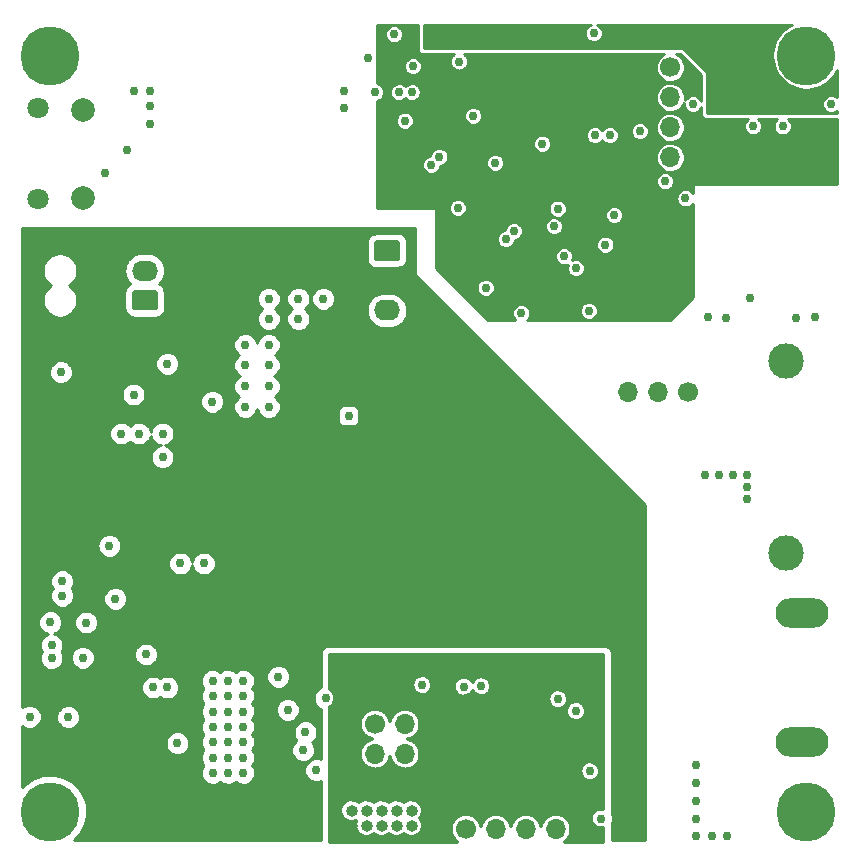
<source format=gbr>
%TF.GenerationSoftware,KiCad,Pcbnew,5.99.0-unknown-6252493~100~ubuntu18.04.1*%
%TF.CreationDate,2020-02-26T18:10:23+08:00*%
%TF.ProjectId,blue_interface_board,626c7565-5f69-46e7-9465-72666163655f,rev?*%
%TF.SameCoordinates,Original*%
%TF.FileFunction,Copper,L3,Inr*%
%TF.FilePolarity,Positive*%
%FSLAX46Y46*%
G04 Gerber Fmt 4.6, Leading zero omitted, Abs format (unit mm)*
G04 Created by KiCad (PCBNEW 5.99.0-unknown-6252493~100~ubuntu18.04.1) date 2020-02-26 18:10:23*
%MOMM*%
%LPD*%
G01*
G04 APERTURE LIST*
%ADD10C,0.762000*%
%ADD11O,1.700000X1.700000*%
%ADD12C,1.700000*%
%ADD13O,2.200000X1.700000*%
%ADD14C,5.000000*%
%ADD15O,2.200000X1.740000*%
%ADD16C,3.000000*%
%ADD17C,1.000000*%
%ADD18O,1.000000X1.000000*%
%ADD19O,4.500000X2.500000*%
%ADD20C,1.800000*%
%ADD21C,2.000000*%
%ADD22C,0.254000*%
%ADD23C,0.300000*%
G04 APERTURE END LIST*
D10*
X108330000Y-114935000D03*
X107030000Y-114935000D03*
X105730000Y-114935000D03*
X108330000Y-122735000D03*
X107030000Y-122735000D03*
X105730000Y-122735000D03*
X108330000Y-120135000D03*
X107030000Y-120135000D03*
X105730000Y-120135000D03*
X108330000Y-117535000D03*
X107030000Y-117535000D03*
X105730000Y-117535000D03*
X108330000Y-121435000D03*
X107030000Y-121435000D03*
X105730000Y-121435000D03*
X108330000Y-116235000D03*
X107030000Y-116235000D03*
X105730000Y-116235000D03*
X105730000Y-118835000D03*
X108330000Y-118835000D03*
X107030000Y-118835000D03*
X121500000Y-65100000D03*
X122600000Y-65100000D03*
X92100000Y-113029999D03*
X92100000Y-111929999D03*
D11*
X122040000Y-121140000D03*
X119500000Y-121140000D03*
X122040000Y-118600000D03*
D12*
X119500000Y-118600000D03*
D11*
X134820000Y-127500000D03*
X132280000Y-127500000D03*
X129740000Y-127500000D03*
D12*
X127200000Y-127500000D03*
D13*
X100000000Y-80200000D03*
%TA.AperFunction,ViaPad*%
G36*
X100945671Y-81869030D02*
G01*
X101026777Y-81923223D01*
X101080970Y-82004329D01*
X101100000Y-82100000D01*
X101100000Y-83300000D01*
X101080970Y-83395671D01*
X101026777Y-83476777D01*
X100945671Y-83530970D01*
X100850000Y-83550000D01*
X99150000Y-83550000D01*
X99054329Y-83530970D01*
X98973223Y-83476777D01*
X98919030Y-83395671D01*
X98900000Y-83300000D01*
X98900000Y-82100000D01*
X98919030Y-82004329D01*
X98973223Y-81923223D01*
X99054329Y-81869030D01*
X99150000Y-81850000D01*
X100850000Y-81850000D01*
X100945671Y-81869030D01*
G37*
%TD.AperFunction*%
D11*
X140920000Y-90500000D03*
X143460000Y-90500000D03*
D12*
X146000000Y-90500000D03*
D11*
X144500000Y-70620000D03*
X144500000Y-68080000D03*
X144500000Y-65540000D03*
D12*
X144500000Y-63000000D03*
D14*
X92000000Y-126000000D03*
X156000000Y-62000000D03*
X156000000Y-126000000D03*
X92000000Y-62000000D03*
D15*
X120500000Y-83580000D03*
X120500000Y-81040000D03*
%TA.AperFunction,ViaPad*%
G36*
X121445671Y-77649030D02*
G01*
X121526777Y-77703223D01*
X121580970Y-77784329D01*
X121600000Y-77879999D01*
X121600000Y-79120001D01*
X121580970Y-79215671D01*
X121526777Y-79296777D01*
X121445671Y-79350970D01*
X121350001Y-79370000D01*
X119649999Y-79370000D01*
X119554329Y-79350970D01*
X119473223Y-79296777D01*
X119419030Y-79215671D01*
X119400000Y-79120001D01*
X119400000Y-77879999D01*
X119419030Y-77784329D01*
X119473223Y-77703223D01*
X119554329Y-77649030D01*
X119649999Y-77630000D01*
X121350001Y-77630000D01*
X121445671Y-77649030D01*
G37*
%TD.AperFunction*%
D16*
X154290000Y-87820000D03*
X154290000Y-104120000D03*
D17*
X117500000Y-127200000D03*
D18*
X117500000Y-125930000D03*
X118770000Y-127200000D03*
X118770000Y-125930000D03*
X120040000Y-127200000D03*
X120040000Y-125930000D03*
X121310000Y-127200000D03*
X121310000Y-125930000D03*
X122580000Y-127200000D03*
X122580000Y-125930000D03*
D19*
X155600000Y-120100000D03*
X155600000Y-109200000D03*
D20*
X90950000Y-74175000D03*
X90950000Y-66425000D03*
D21*
X94750000Y-74025000D03*
X94750000Y-66575000D03*
D10*
X110500000Y-91750000D03*
X108500000Y-91750000D03*
X117300000Y-92500000D03*
X116900000Y-65000000D03*
X116900000Y-66400000D03*
X122000000Y-67500000D03*
X138000000Y-60100000D03*
X131000000Y-65000000D03*
X125100000Y-60600000D03*
X124000000Y-60200000D03*
X122700000Y-62900000D03*
X119500000Y-65100000D03*
X127800000Y-67100000D03*
X126600000Y-62500000D03*
X121100000Y-60200000D03*
X118900000Y-62200000D03*
X92900000Y-88800000D03*
X99100000Y-65000000D03*
X100400000Y-65000000D03*
X128500000Y-115400000D03*
X135700000Y-124600000D03*
X138600000Y-126600000D03*
X140600000Y-125400000D03*
X137700000Y-122600000D03*
X93500000Y-118000000D03*
X93000000Y-107729999D03*
X90000000Y-111500000D03*
X93000000Y-106500000D03*
X97500000Y-108000000D03*
X97000000Y-103500000D03*
X90250000Y-117979999D03*
X94750000Y-112979999D03*
X92000000Y-109979999D03*
X90530000Y-107699999D03*
X95030001Y-110000000D03*
X136500000Y-117500000D03*
X127000000Y-115437500D03*
X135000000Y-116500000D03*
X111300000Y-114600000D03*
X116085000Y-126585000D03*
X117000000Y-80000000D03*
X116000000Y-79000000D03*
X115000000Y-78000000D03*
X115300000Y-116400000D03*
X103300000Y-89600000D03*
X108500000Y-86500000D03*
X110500000Y-86500000D03*
X110500000Y-88200000D03*
X108500000Y-88200000D03*
X108500000Y-90000000D03*
X110500000Y-90000000D03*
X113000000Y-82600000D03*
X115100000Y-82600000D03*
X113000000Y-84300000D03*
X147400000Y-97500000D03*
X148600000Y-97500000D03*
X149800000Y-97500000D03*
X151000000Y-97500000D03*
X151000000Y-98500000D03*
X151000000Y-99500000D03*
X140800000Y-68400000D03*
X145950000Y-81800000D03*
X149300000Y-128100000D03*
X130558750Y-77541250D03*
X131241250Y-76858750D03*
X126500000Y-74900000D03*
X128850000Y-81650000D03*
X126850000Y-80450000D03*
X134650000Y-76450000D03*
X146700000Y-122100000D03*
X146700000Y-123600000D03*
X146700000Y-125100000D03*
X146700000Y-126600000D03*
X148000000Y-128100000D03*
X146700000Y-128100000D03*
X102760000Y-120225000D03*
X149200000Y-64750000D03*
X134950000Y-74950000D03*
X144050000Y-72650000D03*
X133750000Y-71650000D03*
X145775000Y-74087500D03*
X145725000Y-77137500D03*
X129668750Y-71068750D03*
X155117500Y-84190000D03*
X149217500Y-84190000D03*
X130950000Y-69150000D03*
X133650000Y-69450000D03*
X139350000Y-68750000D03*
X131087500Y-83100000D03*
X131887500Y-83800000D03*
X137587500Y-83600000D03*
X141487500Y-83600000D03*
X138087500Y-68750000D03*
X156700000Y-84100000D03*
X113400000Y-120800000D03*
X112100000Y-117400000D03*
X113600000Y-119300000D03*
X124941250Y-70558750D03*
X124258750Y-71241250D03*
X96600000Y-71900000D03*
X100400000Y-67800000D03*
X98500000Y-70000000D03*
X154200000Y-66100000D03*
X158100000Y-66100000D03*
X146400000Y-66100000D03*
X147662500Y-84162500D03*
X136500000Y-80000000D03*
X135500000Y-79000000D03*
X139750000Y-75500000D03*
X100400000Y-66300000D03*
X142300000Y-65700000D03*
X151250000Y-82500000D03*
X141900000Y-68400000D03*
X139000000Y-78000000D03*
X151500000Y-68000000D03*
X154000000Y-68000000D03*
X98000000Y-94000000D03*
X99500000Y-94000000D03*
X98343750Y-87300000D03*
X99043750Y-90700000D03*
X100700000Y-115500000D03*
X101900000Y-115500000D03*
X103000000Y-105000000D03*
X105000000Y-105000000D03*
X101500000Y-94000000D03*
X101500000Y-96000000D03*
X110500000Y-82600000D03*
X110500000Y-84300000D03*
X100100000Y-112700000D03*
X114500000Y-122500000D03*
X136700000Y-127600000D03*
X137700000Y-120300000D03*
X133300000Y-120600000D03*
X124800000Y-118100000D03*
X117800000Y-117700000D03*
X123500000Y-115300000D03*
X101900000Y-88100000D03*
X105700000Y-91300000D03*
G36*
X123120000Y-61506190D02*
G01*
X123121213Y-61518511D01*
X123144177Y-61633955D01*
X123153675Y-61656886D01*
X123222524Y-61759925D01*
X123240075Y-61777476D01*
X123343114Y-61846325D01*
X123366045Y-61855823D01*
X123481489Y-61878787D01*
X123493810Y-61880000D01*
X126155264Y-61880000D01*
X126061875Y-61947852D01*
X126047852Y-61961875D01*
X125917589Y-62141164D01*
X125908585Y-62158836D01*
X125840103Y-62369604D01*
X125837000Y-62389193D01*
X125837000Y-62610807D01*
X125840103Y-62630396D01*
X125908585Y-62841164D01*
X125917589Y-62858836D01*
X126047852Y-63038125D01*
X126061875Y-63052148D01*
X126241164Y-63182411D01*
X126258836Y-63191415D01*
X126469604Y-63259897D01*
X126489193Y-63263000D01*
X126710807Y-63263000D01*
X126730396Y-63259897D01*
X126941164Y-63191415D01*
X126958836Y-63182411D01*
X127138125Y-63052148D01*
X127152148Y-63038125D01*
X127282411Y-62858836D01*
X127291415Y-62841164D01*
X127359897Y-62630396D01*
X127363000Y-62610807D01*
X127363000Y-62389193D01*
X127359897Y-62369604D01*
X127291415Y-62158836D01*
X127282411Y-62141164D01*
X127152148Y-61961875D01*
X127138125Y-61947852D01*
X127044736Y-61880000D01*
X143980262Y-61880000D01*
X143790346Y-61989206D01*
X143780563Y-61996146D01*
X143612012Y-62141634D01*
X143603718Y-62150299D01*
X143465720Y-62325035D01*
X143459214Y-62335111D01*
X143356746Y-62532790D01*
X143352263Y-62543915D01*
X143289025Y-62757403D01*
X143286727Y-62769175D01*
X143264999Y-62990770D01*
X143264968Y-63002764D01*
X143285535Y-63224469D01*
X143287772Y-63236253D01*
X143349891Y-63450070D01*
X143354316Y-63461218D01*
X143455747Y-63659431D01*
X143462201Y-63669541D01*
X143599282Y-63844996D01*
X143607530Y-63853704D01*
X143775317Y-64000073D01*
X143785063Y-64007064D01*
X143977501Y-64119065D01*
X143988393Y-64124087D01*
X144198537Y-64197678D01*
X144210183Y-64200549D01*
X144430451Y-64233075D01*
X144442430Y-64233693D01*
X144664874Y-64223980D01*
X144676753Y-64222322D01*
X144893349Y-64170722D01*
X144904700Y-64166847D01*
X145107631Y-64075220D01*
X145118045Y-64069268D01*
X145299988Y-63940921D01*
X145309088Y-63933108D01*
X145463479Y-63772671D01*
X145470937Y-63763278D01*
X145592205Y-63576542D01*
X145597752Y-63565908D01*
X145681522Y-63359610D01*
X145684958Y-63348119D01*
X145728222Y-63129621D01*
X145729425Y-63117521D01*
X145730023Y-62888918D01*
X145728884Y-62876812D01*
X145686765Y-62658091D01*
X145683388Y-62646582D01*
X145600701Y-62439848D01*
X145595209Y-62429184D01*
X145474920Y-62241816D01*
X145467511Y-62232384D01*
X145313963Y-62071142D01*
X145304904Y-62063281D01*
X145123634Y-61933983D01*
X145113252Y-61927977D01*
X145008462Y-61880000D01*
X145342600Y-61880000D01*
X147120000Y-63657400D01*
X147120000Y-65846812D01*
X147091415Y-65758836D01*
X147082411Y-65741164D01*
X146952148Y-65561875D01*
X146938125Y-65547852D01*
X146758836Y-65417589D01*
X146741164Y-65408585D01*
X146530396Y-65340103D01*
X146510807Y-65337000D01*
X146289193Y-65337000D01*
X146269604Y-65340103D01*
X146058836Y-65408585D01*
X146041164Y-65417589D01*
X145861875Y-65547852D01*
X145847852Y-65561875D01*
X145717589Y-65741164D01*
X145711810Y-65752506D01*
X145728222Y-65669621D01*
X145729425Y-65657521D01*
X145730023Y-65428918D01*
X145728884Y-65416812D01*
X145686765Y-65198091D01*
X145683388Y-65186582D01*
X145600701Y-64979848D01*
X145595209Y-64969184D01*
X145474920Y-64781816D01*
X145467511Y-64772384D01*
X145313963Y-64611142D01*
X145304904Y-64603281D01*
X145123634Y-64473983D01*
X145113252Y-64467977D01*
X144910805Y-64375289D01*
X144899474Y-64371354D01*
X144683151Y-64318620D01*
X144671281Y-64316899D01*
X144448890Y-64306022D01*
X144436909Y-64306577D01*
X144216472Y-64337950D01*
X144204812Y-64340760D01*
X143994285Y-64413250D01*
X143983366Y-64418215D01*
X143790346Y-64529206D01*
X143780563Y-64536146D01*
X143612012Y-64681634D01*
X143603718Y-64690299D01*
X143465720Y-64865035D01*
X143459214Y-64875111D01*
X143356746Y-65072790D01*
X143352263Y-65083915D01*
X143289025Y-65297403D01*
X143286727Y-65309175D01*
X143264999Y-65530770D01*
X143264968Y-65542764D01*
X143285535Y-65764469D01*
X143287772Y-65776253D01*
X143349891Y-65990070D01*
X143354316Y-66001218D01*
X143455747Y-66199431D01*
X143462201Y-66209541D01*
X143599282Y-66384996D01*
X143607530Y-66393704D01*
X143775317Y-66540073D01*
X143785063Y-66547064D01*
X143977501Y-66659065D01*
X143988393Y-66664087D01*
X144198537Y-66737678D01*
X144210183Y-66740549D01*
X144430451Y-66773075D01*
X144442430Y-66773693D01*
X144664874Y-66763980D01*
X144676753Y-66762322D01*
X144893349Y-66710722D01*
X144904700Y-66706847D01*
X145107631Y-66615220D01*
X145118045Y-66609268D01*
X145299988Y-66480921D01*
X145309088Y-66473108D01*
X145463479Y-66312671D01*
X145470937Y-66303278D01*
X145592205Y-66116542D01*
X145597752Y-66105908D01*
X145637000Y-66009253D01*
X145637000Y-66210807D01*
X145640103Y-66230396D01*
X145708585Y-66441164D01*
X145717589Y-66458836D01*
X145847852Y-66638125D01*
X145861875Y-66652148D01*
X146041164Y-66782411D01*
X146058836Y-66791415D01*
X146269604Y-66859897D01*
X146289193Y-66863000D01*
X146510807Y-66863000D01*
X146530396Y-66859897D01*
X146741164Y-66791415D01*
X146758836Y-66782411D01*
X146938125Y-66652148D01*
X146952148Y-66638125D01*
X147082411Y-66458836D01*
X147091415Y-66441164D01*
X147120000Y-66353188D01*
X147120000Y-67006190D01*
X147121213Y-67018511D01*
X147144177Y-67133955D01*
X147153675Y-67156886D01*
X147222524Y-67259925D01*
X147240075Y-67277476D01*
X147343114Y-67346325D01*
X147366045Y-67355823D01*
X147481489Y-67378787D01*
X147493810Y-67380000D01*
X151055264Y-67380000D01*
X150961875Y-67447852D01*
X150947852Y-67461875D01*
X150817589Y-67641164D01*
X150808585Y-67658836D01*
X150740103Y-67869604D01*
X150737000Y-67889193D01*
X150737000Y-68110807D01*
X150740103Y-68130396D01*
X150808585Y-68341164D01*
X150817589Y-68358836D01*
X150947852Y-68538125D01*
X150961875Y-68552148D01*
X151141164Y-68682411D01*
X151158836Y-68691415D01*
X151369604Y-68759897D01*
X151389193Y-68763000D01*
X151610807Y-68763000D01*
X151630396Y-68759897D01*
X151841164Y-68691415D01*
X151858836Y-68682411D01*
X152038125Y-68552148D01*
X152052148Y-68538125D01*
X152182411Y-68358836D01*
X152191415Y-68341164D01*
X152259897Y-68130396D01*
X152263000Y-68110807D01*
X152263000Y-67889193D01*
X152259897Y-67869604D01*
X152191415Y-67658836D01*
X152182411Y-67641164D01*
X152052148Y-67461875D01*
X152038125Y-67447852D01*
X151944736Y-67380000D01*
X153555264Y-67380000D01*
X153461875Y-67447852D01*
X153447852Y-67461875D01*
X153317589Y-67641164D01*
X153308585Y-67658836D01*
X153240103Y-67869604D01*
X153237000Y-67889193D01*
X153237000Y-68110807D01*
X153240103Y-68130396D01*
X153308585Y-68341164D01*
X153317589Y-68358836D01*
X153447852Y-68538125D01*
X153461875Y-68552148D01*
X153641164Y-68682411D01*
X153658836Y-68691415D01*
X153869604Y-68759897D01*
X153889193Y-68763000D01*
X154110807Y-68763000D01*
X154130396Y-68759897D01*
X154341164Y-68691415D01*
X154358836Y-68682411D01*
X154538125Y-68552148D01*
X154552148Y-68538125D01*
X154682411Y-68358836D01*
X154691415Y-68341164D01*
X154759897Y-68130396D01*
X154763000Y-68110807D01*
X154763000Y-67889193D01*
X154759897Y-67869604D01*
X154691415Y-67658836D01*
X154682411Y-67641164D01*
X154552148Y-67461875D01*
X154538125Y-67447852D01*
X154444736Y-67380000D01*
X158620001Y-67380000D01*
X158620001Y-72874000D01*
X146447809Y-72874000D01*
X146374000Y-72947809D01*
X146374000Y-73613860D01*
X146327148Y-73549375D01*
X146313125Y-73535352D01*
X146133836Y-73405089D01*
X146116164Y-73396085D01*
X145905396Y-73327603D01*
X145885807Y-73324500D01*
X145664193Y-73324500D01*
X145644604Y-73327603D01*
X145433836Y-73396085D01*
X145416164Y-73405089D01*
X145236875Y-73535352D01*
X145222852Y-73549375D01*
X145092589Y-73728664D01*
X145083585Y-73746336D01*
X145015103Y-73957104D01*
X145012000Y-73976693D01*
X145012000Y-74198307D01*
X145015103Y-74217896D01*
X145083585Y-74428664D01*
X145092589Y-74446336D01*
X145222852Y-74625625D01*
X145236875Y-74639648D01*
X145416164Y-74769911D01*
X145433836Y-74778915D01*
X145644604Y-74847397D01*
X145664193Y-74850500D01*
X145885807Y-74850500D01*
X145905396Y-74847397D01*
X146116164Y-74778915D01*
X146133836Y-74769911D01*
X146313125Y-74639648D01*
X146327148Y-74625625D01*
X146374000Y-74561140D01*
X146374000Y-82447810D01*
X144447810Y-84374000D01*
X132395549Y-84374000D01*
X132425625Y-84352148D01*
X132439648Y-84338125D01*
X132569911Y-84158836D01*
X132578915Y-84141164D01*
X132647397Y-83930396D01*
X132650500Y-83910807D01*
X132650500Y-83689193D01*
X132647397Y-83669604D01*
X132588779Y-83489193D01*
X136824500Y-83489193D01*
X136824500Y-83710807D01*
X136827603Y-83730396D01*
X136896085Y-83941164D01*
X136905089Y-83958836D01*
X137035352Y-84138125D01*
X137049375Y-84152148D01*
X137228664Y-84282411D01*
X137246336Y-84291415D01*
X137457104Y-84359897D01*
X137476693Y-84363000D01*
X137698307Y-84363000D01*
X137717896Y-84359897D01*
X137928664Y-84291415D01*
X137946336Y-84282411D01*
X138125625Y-84152148D01*
X138139648Y-84138125D01*
X138269911Y-83958836D01*
X138278915Y-83941164D01*
X138347397Y-83730396D01*
X138350500Y-83710807D01*
X138350500Y-83489193D01*
X138347397Y-83469604D01*
X138278915Y-83258836D01*
X138269911Y-83241164D01*
X138139648Y-83061875D01*
X138125625Y-83047852D01*
X137946336Y-82917589D01*
X137928664Y-82908585D01*
X137717896Y-82840103D01*
X137698307Y-82837000D01*
X137476693Y-82837000D01*
X137457104Y-82840103D01*
X137246336Y-82908585D01*
X137228664Y-82917589D01*
X137049375Y-83047852D01*
X137035352Y-83061875D01*
X136905089Y-83241164D01*
X136896085Y-83258836D01*
X136827603Y-83469604D01*
X136824500Y-83489193D01*
X132588779Y-83489193D01*
X132578915Y-83458836D01*
X132569911Y-83441164D01*
X132439648Y-83261875D01*
X132425625Y-83247852D01*
X132246336Y-83117589D01*
X132228664Y-83108585D01*
X132017896Y-83040103D01*
X131998307Y-83037000D01*
X131776693Y-83037000D01*
X131757104Y-83040103D01*
X131546336Y-83108585D01*
X131528664Y-83117589D01*
X131349375Y-83247852D01*
X131335352Y-83261875D01*
X131205089Y-83441164D01*
X131196085Y-83458836D01*
X131127603Y-83669604D01*
X131124500Y-83689193D01*
X131124500Y-83910807D01*
X131127603Y-83930396D01*
X131196085Y-84141164D01*
X131205089Y-84158836D01*
X131335352Y-84338125D01*
X131349375Y-84352148D01*
X131379451Y-84374000D01*
X129052190Y-84374000D01*
X126217383Y-81539193D01*
X128087000Y-81539193D01*
X128087000Y-81760807D01*
X128090103Y-81780396D01*
X128158585Y-81991164D01*
X128167589Y-82008836D01*
X128297852Y-82188125D01*
X128311875Y-82202148D01*
X128491164Y-82332411D01*
X128508836Y-82341415D01*
X128719604Y-82409897D01*
X128739193Y-82413000D01*
X128960807Y-82413000D01*
X128980396Y-82409897D01*
X129191164Y-82341415D01*
X129208836Y-82332411D01*
X129388125Y-82202148D01*
X129402148Y-82188125D01*
X129532411Y-82008836D01*
X129541415Y-81991164D01*
X129609897Y-81780396D01*
X129613000Y-81760807D01*
X129613000Y-81539193D01*
X129609897Y-81519604D01*
X129541415Y-81308836D01*
X129532411Y-81291164D01*
X129402148Y-81111875D01*
X129388125Y-81097852D01*
X129208836Y-80967589D01*
X129191164Y-80958585D01*
X128980396Y-80890103D01*
X128960807Y-80887000D01*
X128739193Y-80887000D01*
X128719604Y-80890103D01*
X128508836Y-80958585D01*
X128491164Y-80967589D01*
X128311875Y-81097852D01*
X128297852Y-81111875D01*
X128167589Y-81291164D01*
X128158585Y-81308836D01*
X128090103Y-81519604D01*
X128087000Y-81539193D01*
X126217383Y-81539193D01*
X124626000Y-79947810D01*
X124626000Y-78889193D01*
X134737000Y-78889193D01*
X134737000Y-79110807D01*
X134740103Y-79130396D01*
X134808585Y-79341164D01*
X134817589Y-79358836D01*
X134947852Y-79538125D01*
X134961875Y-79552148D01*
X135141164Y-79682411D01*
X135158836Y-79691415D01*
X135369604Y-79759897D01*
X135389193Y-79763000D01*
X135610807Y-79763000D01*
X135630396Y-79759897D01*
X135792905Y-79707095D01*
X135740103Y-79869604D01*
X135737000Y-79889193D01*
X135737000Y-80110807D01*
X135740103Y-80130396D01*
X135808585Y-80341164D01*
X135817589Y-80358836D01*
X135947852Y-80538125D01*
X135961875Y-80552148D01*
X136141164Y-80682411D01*
X136158836Y-80691415D01*
X136369604Y-80759897D01*
X136389193Y-80763000D01*
X136610807Y-80763000D01*
X136630396Y-80759897D01*
X136841164Y-80691415D01*
X136858836Y-80682411D01*
X137038125Y-80552148D01*
X137052148Y-80538125D01*
X137182411Y-80358836D01*
X137191415Y-80341164D01*
X137259897Y-80130396D01*
X137263000Y-80110807D01*
X137263000Y-79889193D01*
X137259897Y-79869604D01*
X137191415Y-79658836D01*
X137182411Y-79641164D01*
X137052148Y-79461875D01*
X137038125Y-79447852D01*
X136858836Y-79317589D01*
X136841164Y-79308585D01*
X136630396Y-79240103D01*
X136610807Y-79237000D01*
X136389193Y-79237000D01*
X136369604Y-79240103D01*
X136207095Y-79292905D01*
X136259897Y-79130396D01*
X136263000Y-79110807D01*
X136263000Y-78889193D01*
X136259897Y-78869604D01*
X136191415Y-78658836D01*
X136182411Y-78641164D01*
X136052148Y-78461875D01*
X136038125Y-78447852D01*
X135858836Y-78317589D01*
X135841164Y-78308585D01*
X135630396Y-78240103D01*
X135610807Y-78237000D01*
X135389193Y-78237000D01*
X135369604Y-78240103D01*
X135158836Y-78308585D01*
X135141164Y-78317589D01*
X134961875Y-78447852D01*
X134947852Y-78461875D01*
X134817589Y-78641164D01*
X134808585Y-78658836D01*
X134740103Y-78869604D01*
X134737000Y-78889193D01*
X124626000Y-78889193D01*
X124626000Y-77430443D01*
X129795750Y-77430443D01*
X129795750Y-77652057D01*
X129798853Y-77671646D01*
X129867335Y-77882414D01*
X129876339Y-77900086D01*
X130006602Y-78079375D01*
X130020625Y-78093398D01*
X130199914Y-78223661D01*
X130217586Y-78232665D01*
X130428354Y-78301147D01*
X130447943Y-78304250D01*
X130669557Y-78304250D01*
X130689146Y-78301147D01*
X130899914Y-78232665D01*
X130917586Y-78223661D01*
X131096875Y-78093398D01*
X131110898Y-78079375D01*
X131241161Y-77900086D01*
X131246711Y-77889193D01*
X138237000Y-77889193D01*
X138237000Y-78110807D01*
X138240103Y-78130396D01*
X138308585Y-78341164D01*
X138317589Y-78358836D01*
X138447852Y-78538125D01*
X138461875Y-78552148D01*
X138641164Y-78682411D01*
X138658836Y-78691415D01*
X138869604Y-78759897D01*
X138889193Y-78763000D01*
X139110807Y-78763000D01*
X139130396Y-78759897D01*
X139341164Y-78691415D01*
X139358836Y-78682411D01*
X139538125Y-78552148D01*
X139552148Y-78538125D01*
X139682411Y-78358836D01*
X139691415Y-78341164D01*
X139759897Y-78130396D01*
X139763000Y-78110807D01*
X139763000Y-77889193D01*
X139759897Y-77869604D01*
X139691415Y-77658836D01*
X139682411Y-77641164D01*
X139552148Y-77461875D01*
X139538125Y-77447852D01*
X139358836Y-77317589D01*
X139341164Y-77308585D01*
X139130396Y-77240103D01*
X139110807Y-77237000D01*
X138889193Y-77237000D01*
X138869604Y-77240103D01*
X138658836Y-77308585D01*
X138641164Y-77317589D01*
X138461875Y-77447852D01*
X138447852Y-77461875D01*
X138317589Y-77641164D01*
X138308585Y-77658836D01*
X138240103Y-77869604D01*
X138237000Y-77889193D01*
X131246711Y-77889193D01*
X131250165Y-77882414D01*
X131318647Y-77671646D01*
X131321750Y-77652057D01*
X131321750Y-77621750D01*
X131352057Y-77621750D01*
X131371646Y-77618647D01*
X131582414Y-77550165D01*
X131600086Y-77541161D01*
X131779375Y-77410898D01*
X131793398Y-77396875D01*
X131923661Y-77217586D01*
X131932665Y-77199914D01*
X132001147Y-76989146D01*
X132004250Y-76969557D01*
X132004250Y-76747943D01*
X132001147Y-76728354D01*
X131932665Y-76517586D01*
X131923661Y-76499914D01*
X131806889Y-76339193D01*
X133887000Y-76339193D01*
X133887000Y-76560807D01*
X133890103Y-76580396D01*
X133958585Y-76791164D01*
X133967589Y-76808836D01*
X134097852Y-76988125D01*
X134111875Y-77002148D01*
X134291164Y-77132411D01*
X134308836Y-77141415D01*
X134519604Y-77209897D01*
X134539193Y-77213000D01*
X134760807Y-77213000D01*
X134780396Y-77209897D01*
X134991164Y-77141415D01*
X135008836Y-77132411D01*
X135188125Y-77002148D01*
X135202148Y-76988125D01*
X135332411Y-76808836D01*
X135341415Y-76791164D01*
X135409897Y-76580396D01*
X135413000Y-76560807D01*
X135413000Y-76339193D01*
X135409897Y-76319604D01*
X135341415Y-76108836D01*
X135332411Y-76091164D01*
X135202148Y-75911875D01*
X135188125Y-75897852D01*
X135008836Y-75767589D01*
X134991164Y-75758585D01*
X134850866Y-75713000D01*
X135060807Y-75713000D01*
X135080396Y-75709897D01*
X135291164Y-75641415D01*
X135308836Y-75632411D01*
X135488125Y-75502148D01*
X135502148Y-75488125D01*
X135574027Y-75389193D01*
X138987000Y-75389193D01*
X138987000Y-75610807D01*
X138990103Y-75630396D01*
X139058585Y-75841164D01*
X139067589Y-75858836D01*
X139197852Y-76038125D01*
X139211875Y-76052148D01*
X139391164Y-76182411D01*
X139408836Y-76191415D01*
X139619604Y-76259897D01*
X139639193Y-76263000D01*
X139860807Y-76263000D01*
X139880396Y-76259897D01*
X140091164Y-76191415D01*
X140108836Y-76182411D01*
X140288125Y-76052148D01*
X140302148Y-76038125D01*
X140432411Y-75858836D01*
X140441415Y-75841164D01*
X140509897Y-75630396D01*
X140513000Y-75610807D01*
X140513000Y-75389193D01*
X140509897Y-75369604D01*
X140441415Y-75158836D01*
X140432411Y-75141164D01*
X140302148Y-74961875D01*
X140288125Y-74947852D01*
X140108836Y-74817589D01*
X140091164Y-74808585D01*
X139880396Y-74740103D01*
X139860807Y-74737000D01*
X139639193Y-74737000D01*
X139619604Y-74740103D01*
X139408836Y-74808585D01*
X139391164Y-74817589D01*
X139211875Y-74947852D01*
X139197852Y-74961875D01*
X139067589Y-75141164D01*
X139058585Y-75158836D01*
X138990103Y-75369604D01*
X138987000Y-75389193D01*
X135574027Y-75389193D01*
X135632411Y-75308836D01*
X135641415Y-75291164D01*
X135709897Y-75080396D01*
X135713000Y-75060807D01*
X135713000Y-74839193D01*
X135709897Y-74819604D01*
X135641415Y-74608836D01*
X135632411Y-74591164D01*
X135502148Y-74411875D01*
X135488125Y-74397852D01*
X135308836Y-74267589D01*
X135291164Y-74258585D01*
X135080396Y-74190103D01*
X135060807Y-74187000D01*
X134839193Y-74187000D01*
X134819604Y-74190103D01*
X134608836Y-74258585D01*
X134591164Y-74267589D01*
X134411875Y-74397852D01*
X134397852Y-74411875D01*
X134267589Y-74591164D01*
X134258585Y-74608836D01*
X134190103Y-74819604D01*
X134187000Y-74839193D01*
X134187000Y-75060807D01*
X134190103Y-75080396D01*
X134258585Y-75291164D01*
X134267589Y-75308836D01*
X134397852Y-75488125D01*
X134411875Y-75502148D01*
X134591164Y-75632411D01*
X134608836Y-75641415D01*
X134749134Y-75687000D01*
X134539193Y-75687000D01*
X134519604Y-75690103D01*
X134308836Y-75758585D01*
X134291164Y-75767589D01*
X134111875Y-75897852D01*
X134097852Y-75911875D01*
X133967589Y-76091164D01*
X133958585Y-76108836D01*
X133890103Y-76319604D01*
X133887000Y-76339193D01*
X131806889Y-76339193D01*
X131793398Y-76320625D01*
X131779375Y-76306602D01*
X131600086Y-76176339D01*
X131582414Y-76167335D01*
X131371646Y-76098853D01*
X131352057Y-76095750D01*
X131130443Y-76095750D01*
X131110854Y-76098853D01*
X130900086Y-76167335D01*
X130882414Y-76176339D01*
X130703125Y-76306602D01*
X130689102Y-76320625D01*
X130558839Y-76499914D01*
X130549835Y-76517586D01*
X130481353Y-76728354D01*
X130478250Y-76747943D01*
X130478250Y-76778250D01*
X130447943Y-76778250D01*
X130428354Y-76781353D01*
X130217586Y-76849835D01*
X130199914Y-76858839D01*
X130020625Y-76989102D01*
X130006602Y-77003125D01*
X129876339Y-77182414D01*
X129867335Y-77200086D01*
X129798853Y-77410854D01*
X129795750Y-77430443D01*
X124626000Y-77430443D01*
X124626000Y-74947809D01*
X124552191Y-74874000D01*
X119626000Y-74874000D01*
X119626000Y-74789193D01*
X125737000Y-74789193D01*
X125737000Y-75010807D01*
X125740103Y-75030396D01*
X125808585Y-75241164D01*
X125817589Y-75258836D01*
X125947852Y-75438125D01*
X125961875Y-75452148D01*
X126141164Y-75582411D01*
X126158836Y-75591415D01*
X126369604Y-75659897D01*
X126389193Y-75663000D01*
X126610807Y-75663000D01*
X126630396Y-75659897D01*
X126841164Y-75591415D01*
X126858836Y-75582411D01*
X127038125Y-75452148D01*
X127052148Y-75438125D01*
X127182411Y-75258836D01*
X127191415Y-75241164D01*
X127259897Y-75030396D01*
X127263000Y-75010807D01*
X127263000Y-74789193D01*
X127259897Y-74769604D01*
X127191415Y-74558836D01*
X127182411Y-74541164D01*
X127052148Y-74361875D01*
X127038125Y-74347852D01*
X126858836Y-74217589D01*
X126841164Y-74208585D01*
X126630396Y-74140103D01*
X126610807Y-74137000D01*
X126389193Y-74137000D01*
X126369604Y-74140103D01*
X126158836Y-74208585D01*
X126141164Y-74217589D01*
X125961875Y-74347852D01*
X125947852Y-74361875D01*
X125817589Y-74541164D01*
X125808585Y-74558836D01*
X125740103Y-74769604D01*
X125737000Y-74789193D01*
X119626000Y-74789193D01*
X119626000Y-72539193D01*
X143287000Y-72539193D01*
X143287000Y-72760807D01*
X143290103Y-72780396D01*
X143358585Y-72991164D01*
X143367589Y-73008836D01*
X143497852Y-73188125D01*
X143511875Y-73202148D01*
X143691164Y-73332411D01*
X143708836Y-73341415D01*
X143919604Y-73409897D01*
X143939193Y-73413000D01*
X144160807Y-73413000D01*
X144180396Y-73409897D01*
X144391164Y-73341415D01*
X144408836Y-73332411D01*
X144588125Y-73202148D01*
X144602148Y-73188125D01*
X144732411Y-73008836D01*
X144741415Y-72991164D01*
X144809897Y-72780396D01*
X144813000Y-72760807D01*
X144813000Y-72539193D01*
X144809897Y-72519604D01*
X144741415Y-72308836D01*
X144732411Y-72291164D01*
X144602148Y-72111875D01*
X144588125Y-72097852D01*
X144408836Y-71967589D01*
X144391164Y-71958585D01*
X144180396Y-71890103D01*
X144160807Y-71887000D01*
X143939193Y-71887000D01*
X143919604Y-71890103D01*
X143708836Y-71958585D01*
X143691164Y-71967589D01*
X143511875Y-72097852D01*
X143497852Y-72111875D01*
X143367589Y-72291164D01*
X143358585Y-72308836D01*
X143290103Y-72519604D01*
X143287000Y-72539193D01*
X119626000Y-72539193D01*
X119626000Y-71130443D01*
X123495750Y-71130443D01*
X123495750Y-71352057D01*
X123498853Y-71371646D01*
X123567335Y-71582414D01*
X123576339Y-71600086D01*
X123706602Y-71779375D01*
X123720625Y-71793398D01*
X123899914Y-71923661D01*
X123917586Y-71932665D01*
X124128354Y-72001147D01*
X124147943Y-72004250D01*
X124369557Y-72004250D01*
X124389146Y-72001147D01*
X124599914Y-71932665D01*
X124617586Y-71923661D01*
X124796875Y-71793398D01*
X124810898Y-71779375D01*
X124941161Y-71600086D01*
X124950165Y-71582414D01*
X125018647Y-71371646D01*
X125021750Y-71352057D01*
X125021750Y-71321750D01*
X125052057Y-71321750D01*
X125071646Y-71318647D01*
X125282414Y-71250165D01*
X125300086Y-71241161D01*
X125479375Y-71110898D01*
X125493398Y-71096875D01*
X125594339Y-70957943D01*
X128905750Y-70957943D01*
X128905750Y-71179557D01*
X128908853Y-71199146D01*
X128977335Y-71409914D01*
X128986339Y-71427586D01*
X129116602Y-71606875D01*
X129130625Y-71620898D01*
X129309914Y-71751161D01*
X129327586Y-71760165D01*
X129538354Y-71828647D01*
X129557943Y-71831750D01*
X129779557Y-71831750D01*
X129799146Y-71828647D01*
X130009914Y-71760165D01*
X130027586Y-71751161D01*
X130206875Y-71620898D01*
X130220898Y-71606875D01*
X130351161Y-71427586D01*
X130360165Y-71409914D01*
X130428647Y-71199146D01*
X130431750Y-71179557D01*
X130431750Y-70957943D01*
X130428647Y-70938354D01*
X130360165Y-70727586D01*
X130351161Y-70709914D01*
X130287842Y-70622764D01*
X143264968Y-70622764D01*
X143285535Y-70844469D01*
X143287772Y-70856253D01*
X143349891Y-71070070D01*
X143354316Y-71081218D01*
X143455747Y-71279431D01*
X143462201Y-71289541D01*
X143599282Y-71464996D01*
X143607530Y-71473704D01*
X143775317Y-71620073D01*
X143785063Y-71627064D01*
X143977501Y-71739065D01*
X143988393Y-71744087D01*
X144198537Y-71817678D01*
X144210183Y-71820549D01*
X144430451Y-71853075D01*
X144442430Y-71853693D01*
X144664874Y-71843980D01*
X144676753Y-71842322D01*
X144893349Y-71790722D01*
X144904700Y-71786847D01*
X145107631Y-71695220D01*
X145118045Y-71689268D01*
X145299988Y-71560921D01*
X145309088Y-71553108D01*
X145463479Y-71392671D01*
X145470937Y-71383278D01*
X145592205Y-71196542D01*
X145597752Y-71185908D01*
X145681522Y-70979610D01*
X145684958Y-70968119D01*
X145728222Y-70749621D01*
X145729425Y-70737521D01*
X145730023Y-70508918D01*
X145728884Y-70496812D01*
X145686765Y-70278091D01*
X145683388Y-70266582D01*
X145600701Y-70059848D01*
X145595209Y-70049184D01*
X145474920Y-69861816D01*
X145467511Y-69852384D01*
X145313963Y-69691142D01*
X145304904Y-69683281D01*
X145123634Y-69553983D01*
X145113252Y-69547977D01*
X144910805Y-69455289D01*
X144899474Y-69451354D01*
X144683151Y-69398620D01*
X144671281Y-69396899D01*
X144448890Y-69386022D01*
X144436909Y-69386577D01*
X144216472Y-69417950D01*
X144204812Y-69420760D01*
X143994285Y-69493250D01*
X143983366Y-69498215D01*
X143790346Y-69609206D01*
X143780563Y-69616146D01*
X143612012Y-69761634D01*
X143603718Y-69770299D01*
X143465720Y-69945035D01*
X143459214Y-69955111D01*
X143356746Y-70152790D01*
X143352263Y-70163915D01*
X143289025Y-70377403D01*
X143286727Y-70389175D01*
X143264999Y-70610770D01*
X143264968Y-70622764D01*
X130287842Y-70622764D01*
X130220898Y-70530625D01*
X130206875Y-70516602D01*
X130027586Y-70386339D01*
X130009914Y-70377335D01*
X129799146Y-70308853D01*
X129779557Y-70305750D01*
X129557943Y-70305750D01*
X129538354Y-70308853D01*
X129327586Y-70377335D01*
X129309914Y-70386339D01*
X129130625Y-70516602D01*
X129116602Y-70530625D01*
X128986339Y-70709914D01*
X128977335Y-70727586D01*
X128908853Y-70938354D01*
X128905750Y-70957943D01*
X125594339Y-70957943D01*
X125623661Y-70917586D01*
X125632665Y-70899914D01*
X125701147Y-70689146D01*
X125704250Y-70669557D01*
X125704250Y-70447943D01*
X125701147Y-70428354D01*
X125632665Y-70217586D01*
X125623661Y-70199914D01*
X125493398Y-70020625D01*
X125479375Y-70006602D01*
X125300086Y-69876339D01*
X125282414Y-69867335D01*
X125071646Y-69798853D01*
X125052057Y-69795750D01*
X124830443Y-69795750D01*
X124810854Y-69798853D01*
X124600086Y-69867335D01*
X124582414Y-69876339D01*
X124403125Y-70006602D01*
X124389102Y-70020625D01*
X124258839Y-70199914D01*
X124249835Y-70217586D01*
X124181353Y-70428354D01*
X124178250Y-70447943D01*
X124178250Y-70478250D01*
X124147943Y-70478250D01*
X124128354Y-70481353D01*
X123917586Y-70549835D01*
X123899914Y-70558839D01*
X123720625Y-70689102D01*
X123706602Y-70703125D01*
X123576339Y-70882414D01*
X123567335Y-70900086D01*
X123498853Y-71110854D01*
X123495750Y-71130443D01*
X119626000Y-71130443D01*
X119626000Y-69339193D01*
X132887000Y-69339193D01*
X132887000Y-69560807D01*
X132890103Y-69580396D01*
X132958585Y-69791164D01*
X132967589Y-69808836D01*
X133097852Y-69988125D01*
X133111875Y-70002148D01*
X133291164Y-70132411D01*
X133308836Y-70141415D01*
X133519604Y-70209897D01*
X133539193Y-70213000D01*
X133760807Y-70213000D01*
X133780396Y-70209897D01*
X133991164Y-70141415D01*
X134008836Y-70132411D01*
X134188125Y-70002148D01*
X134202148Y-69988125D01*
X134332411Y-69808836D01*
X134341415Y-69791164D01*
X134409897Y-69580396D01*
X134413000Y-69560807D01*
X134413000Y-69339193D01*
X134409897Y-69319604D01*
X134341415Y-69108836D01*
X134332411Y-69091164D01*
X134202148Y-68911875D01*
X134188125Y-68897852D01*
X134008836Y-68767589D01*
X133991164Y-68758585D01*
X133780396Y-68690103D01*
X133760807Y-68687000D01*
X133539193Y-68687000D01*
X133519604Y-68690103D01*
X133308836Y-68758585D01*
X133291164Y-68767589D01*
X133111875Y-68897852D01*
X133097852Y-68911875D01*
X132967589Y-69091164D01*
X132958585Y-69108836D01*
X132890103Y-69319604D01*
X132887000Y-69339193D01*
X119626000Y-69339193D01*
X119626000Y-68639193D01*
X137324500Y-68639193D01*
X137324500Y-68860807D01*
X137327603Y-68880396D01*
X137396085Y-69091164D01*
X137405089Y-69108836D01*
X137535352Y-69288125D01*
X137549375Y-69302148D01*
X137728664Y-69432411D01*
X137746336Y-69441415D01*
X137957104Y-69509897D01*
X137976693Y-69513000D01*
X138198307Y-69513000D01*
X138217896Y-69509897D01*
X138428664Y-69441415D01*
X138446336Y-69432411D01*
X138625625Y-69302148D01*
X138639648Y-69288125D01*
X138718750Y-69179252D01*
X138797852Y-69288125D01*
X138811875Y-69302148D01*
X138991164Y-69432411D01*
X139008836Y-69441415D01*
X139219604Y-69509897D01*
X139239193Y-69513000D01*
X139460807Y-69513000D01*
X139480396Y-69509897D01*
X139691164Y-69441415D01*
X139708836Y-69432411D01*
X139888125Y-69302148D01*
X139902148Y-69288125D01*
X140032411Y-69108836D01*
X140041415Y-69091164D01*
X140109897Y-68880396D01*
X140113000Y-68860807D01*
X140113000Y-68639193D01*
X140109897Y-68619604D01*
X140041415Y-68408836D01*
X140032411Y-68391164D01*
X139958324Y-68289193D01*
X141137000Y-68289193D01*
X141137000Y-68510807D01*
X141140103Y-68530396D01*
X141208585Y-68741164D01*
X141217589Y-68758836D01*
X141347852Y-68938125D01*
X141361875Y-68952148D01*
X141541164Y-69082411D01*
X141558836Y-69091415D01*
X141769604Y-69159897D01*
X141789193Y-69163000D01*
X142010807Y-69163000D01*
X142030396Y-69159897D01*
X142241164Y-69091415D01*
X142258836Y-69082411D01*
X142438125Y-68952148D01*
X142452148Y-68938125D01*
X142582411Y-68758836D01*
X142591415Y-68741164D01*
X142659897Y-68530396D01*
X142663000Y-68510807D01*
X142663000Y-68289193D01*
X142659897Y-68269604D01*
X142599190Y-68082764D01*
X143264968Y-68082764D01*
X143285535Y-68304469D01*
X143287772Y-68316253D01*
X143349891Y-68530070D01*
X143354316Y-68541218D01*
X143455747Y-68739431D01*
X143462201Y-68749541D01*
X143599282Y-68924996D01*
X143607530Y-68933704D01*
X143775317Y-69080073D01*
X143785063Y-69087064D01*
X143977501Y-69199065D01*
X143988393Y-69204087D01*
X144198537Y-69277678D01*
X144210183Y-69280549D01*
X144430451Y-69313075D01*
X144442430Y-69313693D01*
X144664874Y-69303980D01*
X144676753Y-69302322D01*
X144893349Y-69250722D01*
X144904700Y-69246847D01*
X145107631Y-69155220D01*
X145118045Y-69149268D01*
X145299988Y-69020921D01*
X145309088Y-69013108D01*
X145463479Y-68852671D01*
X145470937Y-68843278D01*
X145592205Y-68656542D01*
X145597752Y-68645908D01*
X145681522Y-68439610D01*
X145684958Y-68428119D01*
X145728222Y-68209621D01*
X145729425Y-68197521D01*
X145730023Y-67968918D01*
X145728884Y-67956812D01*
X145686765Y-67738091D01*
X145683388Y-67726582D01*
X145600701Y-67519848D01*
X145595209Y-67509184D01*
X145474920Y-67321816D01*
X145467511Y-67312384D01*
X145313963Y-67151142D01*
X145304904Y-67143281D01*
X145123634Y-67013983D01*
X145113252Y-67007977D01*
X144910805Y-66915289D01*
X144899474Y-66911354D01*
X144683151Y-66858620D01*
X144671281Y-66856899D01*
X144448890Y-66846022D01*
X144436909Y-66846577D01*
X144216472Y-66877950D01*
X144204812Y-66880760D01*
X143994285Y-66953250D01*
X143983366Y-66958215D01*
X143790346Y-67069206D01*
X143780563Y-67076146D01*
X143612012Y-67221634D01*
X143603718Y-67230299D01*
X143465720Y-67405035D01*
X143459214Y-67415111D01*
X143356746Y-67612790D01*
X143352263Y-67623915D01*
X143289025Y-67837403D01*
X143286727Y-67849175D01*
X143264999Y-68070770D01*
X143264968Y-68082764D01*
X142599190Y-68082764D01*
X142591415Y-68058836D01*
X142582411Y-68041164D01*
X142452148Y-67861875D01*
X142438125Y-67847852D01*
X142258836Y-67717589D01*
X142241164Y-67708585D01*
X142030396Y-67640103D01*
X142010807Y-67637000D01*
X141789193Y-67637000D01*
X141769604Y-67640103D01*
X141558836Y-67708585D01*
X141541164Y-67717589D01*
X141361875Y-67847852D01*
X141347852Y-67861875D01*
X141217589Y-68041164D01*
X141208585Y-68058836D01*
X141140103Y-68269604D01*
X141137000Y-68289193D01*
X139958324Y-68289193D01*
X139902148Y-68211875D01*
X139888125Y-68197852D01*
X139708836Y-68067589D01*
X139691164Y-68058585D01*
X139480396Y-67990103D01*
X139460807Y-67987000D01*
X139239193Y-67987000D01*
X139219604Y-67990103D01*
X139008836Y-68058585D01*
X138991164Y-68067589D01*
X138811875Y-68197852D01*
X138797852Y-68211875D01*
X138718750Y-68320748D01*
X138639648Y-68211875D01*
X138625625Y-68197852D01*
X138446336Y-68067589D01*
X138428664Y-68058585D01*
X138217896Y-67990103D01*
X138198307Y-67987000D01*
X137976693Y-67987000D01*
X137957104Y-67990103D01*
X137746336Y-68058585D01*
X137728664Y-68067589D01*
X137549375Y-68197852D01*
X137535352Y-68211875D01*
X137405089Y-68391164D01*
X137396085Y-68408836D01*
X137327603Y-68619604D01*
X137324500Y-68639193D01*
X119626000Y-68639193D01*
X119626000Y-67389193D01*
X121237000Y-67389193D01*
X121237000Y-67610807D01*
X121240103Y-67630396D01*
X121308585Y-67841164D01*
X121317589Y-67858836D01*
X121447852Y-68038125D01*
X121461875Y-68052148D01*
X121641164Y-68182411D01*
X121658836Y-68191415D01*
X121869604Y-68259897D01*
X121889193Y-68263000D01*
X122110807Y-68263000D01*
X122130396Y-68259897D01*
X122341164Y-68191415D01*
X122358836Y-68182411D01*
X122538125Y-68052148D01*
X122552148Y-68038125D01*
X122682411Y-67858836D01*
X122691415Y-67841164D01*
X122759897Y-67630396D01*
X122763000Y-67610807D01*
X122763000Y-67389193D01*
X122759897Y-67369604D01*
X122691415Y-67158836D01*
X122682411Y-67141164D01*
X122571996Y-66989193D01*
X127037000Y-66989193D01*
X127037000Y-67210807D01*
X127040103Y-67230396D01*
X127108585Y-67441164D01*
X127117589Y-67458836D01*
X127247852Y-67638125D01*
X127261875Y-67652148D01*
X127441164Y-67782411D01*
X127458836Y-67791415D01*
X127669604Y-67859897D01*
X127689193Y-67863000D01*
X127910807Y-67863000D01*
X127930396Y-67859897D01*
X128141164Y-67791415D01*
X128158836Y-67782411D01*
X128338125Y-67652148D01*
X128352148Y-67638125D01*
X128482411Y-67458836D01*
X128491415Y-67441164D01*
X128559897Y-67230396D01*
X128563000Y-67210807D01*
X128563000Y-66989193D01*
X128559897Y-66969604D01*
X128491415Y-66758836D01*
X128482411Y-66741164D01*
X128352148Y-66561875D01*
X128338125Y-66547852D01*
X128158836Y-66417589D01*
X128141164Y-66408585D01*
X127930396Y-66340103D01*
X127910807Y-66337000D01*
X127689193Y-66337000D01*
X127669604Y-66340103D01*
X127458836Y-66408585D01*
X127441164Y-66417589D01*
X127261875Y-66547852D01*
X127247852Y-66561875D01*
X127117589Y-66741164D01*
X127108585Y-66758836D01*
X127040103Y-66969604D01*
X127037000Y-66989193D01*
X122571996Y-66989193D01*
X122552148Y-66961875D01*
X122538125Y-66947852D01*
X122358836Y-66817589D01*
X122341164Y-66808585D01*
X122130396Y-66740103D01*
X122110807Y-66737000D01*
X121889193Y-66737000D01*
X121869604Y-66740103D01*
X121658836Y-66808585D01*
X121641164Y-66817589D01*
X121461875Y-66947852D01*
X121447852Y-66961875D01*
X121317589Y-67141164D01*
X121308585Y-67158836D01*
X121240103Y-67369604D01*
X121237000Y-67389193D01*
X119626000Y-67389193D01*
X119626000Y-65860593D01*
X119630396Y-65859897D01*
X119841164Y-65791415D01*
X119858836Y-65782411D01*
X120038125Y-65652148D01*
X120052148Y-65638125D01*
X120182411Y-65458836D01*
X120191415Y-65441164D01*
X120259897Y-65230396D01*
X120263000Y-65210807D01*
X120263000Y-65092073D01*
X120733954Y-65092073D01*
X120733954Y-65107927D01*
X120756049Y-65282830D01*
X120759992Y-65298186D01*
X120824889Y-65462099D01*
X120832528Y-65475993D01*
X120936151Y-65618617D01*
X120947003Y-65630174D01*
X121082838Y-65742547D01*
X121096225Y-65751042D01*
X121255740Y-65826104D01*
X121270818Y-65831003D01*
X121443988Y-65864037D01*
X121459811Y-65865032D01*
X121635756Y-65853963D01*
X121651330Y-65850992D01*
X121818993Y-65796514D01*
X121833339Y-65789764D01*
X121982188Y-65695302D01*
X121994404Y-65685196D01*
X122046539Y-65629678D01*
X122047004Y-65630174D01*
X122182838Y-65742547D01*
X122196225Y-65751042D01*
X122355740Y-65826104D01*
X122370818Y-65831003D01*
X122543988Y-65864037D01*
X122559811Y-65865032D01*
X122735756Y-65853963D01*
X122751330Y-65850992D01*
X122918993Y-65796514D01*
X122933339Y-65789764D01*
X123082188Y-65695302D01*
X123094404Y-65685196D01*
X123215085Y-65556684D01*
X123224404Y-65543858D01*
X123309334Y-65389371D01*
X123315170Y-65374630D01*
X123359012Y-65203875D01*
X123360999Y-65188146D01*
X123360999Y-65011854D01*
X123359012Y-64996125D01*
X123315170Y-64825370D01*
X123309334Y-64810629D01*
X123224404Y-64656142D01*
X123215085Y-64643316D01*
X123094404Y-64514804D01*
X123082188Y-64504698D01*
X122933339Y-64410236D01*
X122918993Y-64403486D01*
X122751330Y-64349008D01*
X122735756Y-64346037D01*
X122559811Y-64334968D01*
X122543988Y-64335963D01*
X122370818Y-64368997D01*
X122355740Y-64373896D01*
X122196225Y-64448958D01*
X122182838Y-64457453D01*
X122047004Y-64569826D01*
X122046539Y-64570322D01*
X121994404Y-64514804D01*
X121982188Y-64504698D01*
X121833339Y-64410236D01*
X121818993Y-64403486D01*
X121651330Y-64349008D01*
X121635756Y-64346037D01*
X121459811Y-64334968D01*
X121443988Y-64335963D01*
X121270818Y-64368997D01*
X121255740Y-64373896D01*
X121096225Y-64448958D01*
X121082838Y-64457453D01*
X120947003Y-64569826D01*
X120936151Y-64581383D01*
X120832528Y-64724007D01*
X120824889Y-64737901D01*
X120759992Y-64901814D01*
X120756049Y-64917170D01*
X120733954Y-65092073D01*
X120263000Y-65092073D01*
X120263000Y-64989193D01*
X120259897Y-64969604D01*
X120191415Y-64758836D01*
X120182411Y-64741164D01*
X120052148Y-64561875D01*
X120038125Y-64547852D01*
X119858836Y-64417589D01*
X119841164Y-64408585D01*
X119630396Y-64340103D01*
X119626000Y-64339407D01*
X119626000Y-62789193D01*
X121937000Y-62789193D01*
X121937000Y-63010807D01*
X121940103Y-63030396D01*
X122008585Y-63241164D01*
X122017589Y-63258836D01*
X122147852Y-63438125D01*
X122161875Y-63452148D01*
X122341164Y-63582411D01*
X122358836Y-63591415D01*
X122569604Y-63659897D01*
X122589193Y-63663000D01*
X122810807Y-63663000D01*
X122830396Y-63659897D01*
X123041164Y-63591415D01*
X123058836Y-63582411D01*
X123238125Y-63452148D01*
X123252148Y-63438125D01*
X123382411Y-63258836D01*
X123391415Y-63241164D01*
X123459897Y-63030396D01*
X123463000Y-63010807D01*
X123463000Y-62789193D01*
X123459897Y-62769604D01*
X123391415Y-62558836D01*
X123382411Y-62541164D01*
X123252148Y-62361875D01*
X123238125Y-62347852D01*
X123058836Y-62217589D01*
X123041164Y-62208585D01*
X122830396Y-62140103D01*
X122810807Y-62137000D01*
X122589193Y-62137000D01*
X122569604Y-62140103D01*
X122358836Y-62208585D01*
X122341164Y-62217589D01*
X122161875Y-62347852D01*
X122147852Y-62361875D01*
X122017589Y-62541164D01*
X122008585Y-62558836D01*
X121940103Y-62769604D01*
X121937000Y-62789193D01*
X119626000Y-62789193D01*
X119626000Y-62434721D01*
X119659897Y-62330396D01*
X119663000Y-62310807D01*
X119663000Y-62089193D01*
X119659897Y-62069604D01*
X119626000Y-61965279D01*
X119626000Y-60089193D01*
X120337000Y-60089193D01*
X120337000Y-60310807D01*
X120340103Y-60330396D01*
X120408585Y-60541164D01*
X120417589Y-60558836D01*
X120547852Y-60738125D01*
X120561875Y-60752148D01*
X120741164Y-60882411D01*
X120758836Y-60891415D01*
X120969604Y-60959897D01*
X120989193Y-60963000D01*
X121210807Y-60963000D01*
X121230396Y-60959897D01*
X121441164Y-60891415D01*
X121458836Y-60882411D01*
X121638125Y-60752148D01*
X121652148Y-60738125D01*
X121782411Y-60558836D01*
X121791415Y-60541164D01*
X121859897Y-60330396D01*
X121863000Y-60310807D01*
X121863000Y-60089193D01*
X121859897Y-60069604D01*
X121791415Y-59858836D01*
X121782411Y-59841164D01*
X121652148Y-59661875D01*
X121638125Y-59647852D01*
X121458836Y-59517589D01*
X121441164Y-59508585D01*
X121230396Y-59440103D01*
X121210807Y-59437000D01*
X120989193Y-59437000D01*
X120969604Y-59440103D01*
X120758836Y-59508585D01*
X120741164Y-59517589D01*
X120561875Y-59647852D01*
X120547852Y-59661875D01*
X120417589Y-59841164D01*
X120408585Y-59858836D01*
X120340103Y-60069604D01*
X120337000Y-60089193D01*
X119626000Y-60089193D01*
X119626000Y-59380000D01*
X123120000Y-59380000D01*
X123120000Y-61506190D01*
G37*
D22*
X123120000Y-61506190D02*
X123121213Y-61518511D01*
X123144177Y-61633955D01*
X123153675Y-61656886D01*
X123222524Y-61759925D01*
X123240075Y-61777476D01*
X123343114Y-61846325D01*
X123366045Y-61855823D01*
X123481489Y-61878787D01*
X123493810Y-61880000D01*
X126155264Y-61880000D01*
X126061875Y-61947852D01*
X126047852Y-61961875D01*
X125917589Y-62141164D01*
X125908585Y-62158836D01*
X125840103Y-62369604D01*
X125837000Y-62389193D01*
X125837000Y-62610807D01*
X125840103Y-62630396D01*
X125908585Y-62841164D01*
X125917589Y-62858836D01*
X126047852Y-63038125D01*
X126061875Y-63052148D01*
X126241164Y-63182411D01*
X126258836Y-63191415D01*
X126469604Y-63259897D01*
X126489193Y-63263000D01*
X126710807Y-63263000D01*
X126730396Y-63259897D01*
X126941164Y-63191415D01*
X126958836Y-63182411D01*
X127138125Y-63052148D01*
X127152148Y-63038125D01*
X127282411Y-62858836D01*
X127291415Y-62841164D01*
X127359897Y-62630396D01*
X127363000Y-62610807D01*
X127363000Y-62389193D01*
X127359897Y-62369604D01*
X127291415Y-62158836D01*
X127282411Y-62141164D01*
X127152148Y-61961875D01*
X127138125Y-61947852D01*
X127044736Y-61880000D01*
X143980262Y-61880000D01*
X143790346Y-61989206D01*
X143780563Y-61996146D01*
X143612012Y-62141634D01*
X143603718Y-62150299D01*
X143465720Y-62325035D01*
X143459214Y-62335111D01*
X143356746Y-62532790D01*
X143352263Y-62543915D01*
X143289025Y-62757403D01*
X143286727Y-62769175D01*
X143264999Y-62990770D01*
X143264968Y-63002764D01*
X143285535Y-63224469D01*
X143287772Y-63236253D01*
X143349891Y-63450070D01*
X143354316Y-63461218D01*
X143455747Y-63659431D01*
X143462201Y-63669541D01*
X143599282Y-63844996D01*
X143607530Y-63853704D01*
X143775317Y-64000073D01*
X143785063Y-64007064D01*
X143977501Y-64119065D01*
X143988393Y-64124087D01*
X144198537Y-64197678D01*
X144210183Y-64200549D01*
X144430451Y-64233075D01*
X144442430Y-64233693D01*
X144664874Y-64223980D01*
X144676753Y-64222322D01*
X144893349Y-64170722D01*
X144904700Y-64166847D01*
X145107631Y-64075220D01*
X145118045Y-64069268D01*
X145299988Y-63940921D01*
X145309088Y-63933108D01*
X145463479Y-63772671D01*
X145470937Y-63763278D01*
X145592205Y-63576542D01*
X145597752Y-63565908D01*
X145681522Y-63359610D01*
X145684958Y-63348119D01*
X145728222Y-63129621D01*
X145729425Y-63117521D01*
X145730023Y-62888918D01*
X145728884Y-62876812D01*
X145686765Y-62658091D01*
X145683388Y-62646582D01*
X145600701Y-62439848D01*
X145595209Y-62429184D01*
X145474920Y-62241816D01*
X145467511Y-62232384D01*
X145313963Y-62071142D01*
X145304904Y-62063281D01*
X145123634Y-61933983D01*
X145113252Y-61927977D01*
X145008462Y-61880000D01*
X145342600Y-61880000D01*
X147120000Y-63657400D01*
X147120000Y-65846812D01*
X147091415Y-65758836D01*
X147082411Y-65741164D01*
X146952148Y-65561875D01*
X146938125Y-65547852D01*
X146758836Y-65417589D01*
X146741164Y-65408585D01*
X146530396Y-65340103D01*
X146510807Y-65337000D01*
X146289193Y-65337000D01*
X146269604Y-65340103D01*
X146058836Y-65408585D01*
X146041164Y-65417589D01*
X145861875Y-65547852D01*
X145847852Y-65561875D01*
X145717589Y-65741164D01*
X145711810Y-65752506D01*
X145728222Y-65669621D01*
X145729425Y-65657521D01*
X145730023Y-65428918D01*
X145728884Y-65416812D01*
X145686765Y-65198091D01*
X145683388Y-65186582D01*
X145600701Y-64979848D01*
X145595209Y-64969184D01*
X145474920Y-64781816D01*
X145467511Y-64772384D01*
X145313963Y-64611142D01*
X145304904Y-64603281D01*
X145123634Y-64473983D01*
X145113252Y-64467977D01*
X144910805Y-64375289D01*
X144899474Y-64371354D01*
X144683151Y-64318620D01*
X144671281Y-64316899D01*
X144448890Y-64306022D01*
X144436909Y-64306577D01*
X144216472Y-64337950D01*
X144204812Y-64340760D01*
X143994285Y-64413250D01*
X143983366Y-64418215D01*
X143790346Y-64529206D01*
X143780563Y-64536146D01*
X143612012Y-64681634D01*
X143603718Y-64690299D01*
X143465720Y-64865035D01*
X143459214Y-64875111D01*
X143356746Y-65072790D01*
X143352263Y-65083915D01*
X143289025Y-65297403D01*
X143286727Y-65309175D01*
X143264999Y-65530770D01*
X143264968Y-65542764D01*
X143285535Y-65764469D01*
X143287772Y-65776253D01*
X143349891Y-65990070D01*
X143354316Y-66001218D01*
X143455747Y-66199431D01*
X143462201Y-66209541D01*
X143599282Y-66384996D01*
X143607530Y-66393704D01*
X143775317Y-66540073D01*
X143785063Y-66547064D01*
X143977501Y-66659065D01*
X143988393Y-66664087D01*
X144198537Y-66737678D01*
X144210183Y-66740549D01*
X144430451Y-66773075D01*
X144442430Y-66773693D01*
X144664874Y-66763980D01*
X144676753Y-66762322D01*
X144893349Y-66710722D01*
X144904700Y-66706847D01*
X145107631Y-66615220D01*
X145118045Y-66609268D01*
X145299988Y-66480921D01*
X145309088Y-66473108D01*
X145463479Y-66312671D01*
X145470937Y-66303278D01*
X145592205Y-66116542D01*
X145597752Y-66105908D01*
X145637000Y-66009253D01*
X145637000Y-66210807D01*
X145640103Y-66230396D01*
X145708585Y-66441164D01*
X145717589Y-66458836D01*
X145847852Y-66638125D01*
X145861875Y-66652148D01*
X146041164Y-66782411D01*
X146058836Y-66791415D01*
X146269604Y-66859897D01*
X146289193Y-66863000D01*
X146510807Y-66863000D01*
X146530396Y-66859897D01*
X146741164Y-66791415D01*
X146758836Y-66782411D01*
X146938125Y-66652148D01*
X146952148Y-66638125D01*
X147082411Y-66458836D01*
X147091415Y-66441164D01*
X147120000Y-66353188D01*
X147120000Y-67006190D01*
X147121213Y-67018511D01*
X147144177Y-67133955D01*
X147153675Y-67156886D01*
X147222524Y-67259925D01*
X147240075Y-67277476D01*
X147343114Y-67346325D01*
X147366045Y-67355823D01*
X147481489Y-67378787D01*
X147493810Y-67380000D01*
X151055264Y-67380000D01*
X150961875Y-67447852D01*
X150947852Y-67461875D01*
X150817589Y-67641164D01*
X150808585Y-67658836D01*
X150740103Y-67869604D01*
X150737000Y-67889193D01*
X150737000Y-68110807D01*
X150740103Y-68130396D01*
X150808585Y-68341164D01*
X150817589Y-68358836D01*
X150947852Y-68538125D01*
X150961875Y-68552148D01*
X151141164Y-68682411D01*
X151158836Y-68691415D01*
X151369604Y-68759897D01*
X151389193Y-68763000D01*
X151610807Y-68763000D01*
X151630396Y-68759897D01*
X151841164Y-68691415D01*
X151858836Y-68682411D01*
X152038125Y-68552148D01*
X152052148Y-68538125D01*
X152182411Y-68358836D01*
X152191415Y-68341164D01*
X152259897Y-68130396D01*
X152263000Y-68110807D01*
X152263000Y-67889193D01*
X152259897Y-67869604D01*
X152191415Y-67658836D01*
X152182411Y-67641164D01*
X152052148Y-67461875D01*
X152038125Y-67447852D01*
X151944736Y-67380000D01*
X153555264Y-67380000D01*
X153461875Y-67447852D01*
X153447852Y-67461875D01*
X153317589Y-67641164D01*
X153308585Y-67658836D01*
X153240103Y-67869604D01*
X153237000Y-67889193D01*
X153237000Y-68110807D01*
X153240103Y-68130396D01*
X153308585Y-68341164D01*
X153317589Y-68358836D01*
X153447852Y-68538125D01*
X153461875Y-68552148D01*
X153641164Y-68682411D01*
X153658836Y-68691415D01*
X153869604Y-68759897D01*
X153889193Y-68763000D01*
X154110807Y-68763000D01*
X154130396Y-68759897D01*
X154341164Y-68691415D01*
X154358836Y-68682411D01*
X154538125Y-68552148D01*
X154552148Y-68538125D01*
X154682411Y-68358836D01*
X154691415Y-68341164D01*
X154759897Y-68130396D01*
X154763000Y-68110807D01*
X154763000Y-67889193D01*
X154759897Y-67869604D01*
X154691415Y-67658836D01*
X154682411Y-67641164D01*
X154552148Y-67461875D01*
X154538125Y-67447852D01*
X154444736Y-67380000D01*
X158620001Y-67380000D01*
X158620001Y-72874000D01*
X146447809Y-72874000D01*
X146374000Y-72947809D01*
X146374000Y-73613860D01*
X146327148Y-73549375D01*
X146313125Y-73535352D01*
X146133836Y-73405089D01*
X146116164Y-73396085D01*
X145905396Y-73327603D01*
X145885807Y-73324500D01*
X145664193Y-73324500D01*
X145644604Y-73327603D01*
X145433836Y-73396085D01*
X145416164Y-73405089D01*
X145236875Y-73535352D01*
X145222852Y-73549375D01*
X145092589Y-73728664D01*
X145083585Y-73746336D01*
X145015103Y-73957104D01*
X145012000Y-73976693D01*
X145012000Y-74198307D01*
X145015103Y-74217896D01*
X145083585Y-74428664D01*
X145092589Y-74446336D01*
X145222852Y-74625625D01*
X145236875Y-74639648D01*
X145416164Y-74769911D01*
X145433836Y-74778915D01*
X145644604Y-74847397D01*
X145664193Y-74850500D01*
X145885807Y-74850500D01*
X145905396Y-74847397D01*
X146116164Y-74778915D01*
X146133836Y-74769911D01*
X146313125Y-74639648D01*
X146327148Y-74625625D01*
X146374000Y-74561140D01*
X146374000Y-82447810D01*
X144447810Y-84374000D01*
X132395549Y-84374000D01*
X132425625Y-84352148D01*
X132439648Y-84338125D01*
X132569911Y-84158836D01*
X132578915Y-84141164D01*
X132647397Y-83930396D01*
X132650500Y-83910807D01*
X132650500Y-83689193D01*
X132647397Y-83669604D01*
X132588779Y-83489193D01*
X136824500Y-83489193D01*
X136824500Y-83710807D01*
X136827603Y-83730396D01*
X136896085Y-83941164D01*
X136905089Y-83958836D01*
X137035352Y-84138125D01*
X137049375Y-84152148D01*
X137228664Y-84282411D01*
X137246336Y-84291415D01*
X137457104Y-84359897D01*
X137476693Y-84363000D01*
X137698307Y-84363000D01*
X137717896Y-84359897D01*
X137928664Y-84291415D01*
X137946336Y-84282411D01*
X138125625Y-84152148D01*
X138139648Y-84138125D01*
X138269911Y-83958836D01*
X138278915Y-83941164D01*
X138347397Y-83730396D01*
X138350500Y-83710807D01*
X138350500Y-83489193D01*
X138347397Y-83469604D01*
X138278915Y-83258836D01*
X138269911Y-83241164D01*
X138139648Y-83061875D01*
X138125625Y-83047852D01*
X137946336Y-82917589D01*
X137928664Y-82908585D01*
X137717896Y-82840103D01*
X137698307Y-82837000D01*
X137476693Y-82837000D01*
X137457104Y-82840103D01*
X137246336Y-82908585D01*
X137228664Y-82917589D01*
X137049375Y-83047852D01*
X137035352Y-83061875D01*
X136905089Y-83241164D01*
X136896085Y-83258836D01*
X136827603Y-83469604D01*
X136824500Y-83489193D01*
X132588779Y-83489193D01*
X132578915Y-83458836D01*
X132569911Y-83441164D01*
X132439648Y-83261875D01*
X132425625Y-83247852D01*
X132246336Y-83117589D01*
X132228664Y-83108585D01*
X132017896Y-83040103D01*
X131998307Y-83037000D01*
X131776693Y-83037000D01*
X131757104Y-83040103D01*
X131546336Y-83108585D01*
X131528664Y-83117589D01*
X131349375Y-83247852D01*
X131335352Y-83261875D01*
X131205089Y-83441164D01*
X131196085Y-83458836D01*
X131127603Y-83669604D01*
X131124500Y-83689193D01*
X131124500Y-83910807D01*
X131127603Y-83930396D01*
X131196085Y-84141164D01*
X131205089Y-84158836D01*
X131335352Y-84338125D01*
X131349375Y-84352148D01*
X131379451Y-84374000D01*
X129052190Y-84374000D01*
X126217383Y-81539193D01*
X128087000Y-81539193D01*
X128087000Y-81760807D01*
X128090103Y-81780396D01*
X128158585Y-81991164D01*
X128167589Y-82008836D01*
X128297852Y-82188125D01*
X128311875Y-82202148D01*
X128491164Y-82332411D01*
X128508836Y-82341415D01*
X128719604Y-82409897D01*
X128739193Y-82413000D01*
X128960807Y-82413000D01*
X128980396Y-82409897D01*
X129191164Y-82341415D01*
X129208836Y-82332411D01*
X129388125Y-82202148D01*
X129402148Y-82188125D01*
X129532411Y-82008836D01*
X129541415Y-81991164D01*
X129609897Y-81780396D01*
X129613000Y-81760807D01*
X129613000Y-81539193D01*
X129609897Y-81519604D01*
X129541415Y-81308836D01*
X129532411Y-81291164D01*
X129402148Y-81111875D01*
X129388125Y-81097852D01*
X129208836Y-80967589D01*
X129191164Y-80958585D01*
X128980396Y-80890103D01*
X128960807Y-80887000D01*
X128739193Y-80887000D01*
X128719604Y-80890103D01*
X128508836Y-80958585D01*
X128491164Y-80967589D01*
X128311875Y-81097852D01*
X128297852Y-81111875D01*
X128167589Y-81291164D01*
X128158585Y-81308836D01*
X128090103Y-81519604D01*
X128087000Y-81539193D01*
X126217383Y-81539193D01*
X124626000Y-79947810D01*
X124626000Y-78889193D01*
X134737000Y-78889193D01*
X134737000Y-79110807D01*
X134740103Y-79130396D01*
X134808585Y-79341164D01*
X134817589Y-79358836D01*
X134947852Y-79538125D01*
X134961875Y-79552148D01*
X135141164Y-79682411D01*
X135158836Y-79691415D01*
X135369604Y-79759897D01*
X135389193Y-79763000D01*
X135610807Y-79763000D01*
X135630396Y-79759897D01*
X135792905Y-79707095D01*
X135740103Y-79869604D01*
X135737000Y-79889193D01*
X135737000Y-80110807D01*
X135740103Y-80130396D01*
X135808585Y-80341164D01*
X135817589Y-80358836D01*
X135947852Y-80538125D01*
X135961875Y-80552148D01*
X136141164Y-80682411D01*
X136158836Y-80691415D01*
X136369604Y-80759897D01*
X136389193Y-80763000D01*
X136610807Y-80763000D01*
X136630396Y-80759897D01*
X136841164Y-80691415D01*
X136858836Y-80682411D01*
X137038125Y-80552148D01*
X137052148Y-80538125D01*
X137182411Y-80358836D01*
X137191415Y-80341164D01*
X137259897Y-80130396D01*
X137263000Y-80110807D01*
X137263000Y-79889193D01*
X137259897Y-79869604D01*
X137191415Y-79658836D01*
X137182411Y-79641164D01*
X137052148Y-79461875D01*
X137038125Y-79447852D01*
X136858836Y-79317589D01*
X136841164Y-79308585D01*
X136630396Y-79240103D01*
X136610807Y-79237000D01*
X136389193Y-79237000D01*
X136369604Y-79240103D01*
X136207095Y-79292905D01*
X136259897Y-79130396D01*
X136263000Y-79110807D01*
X136263000Y-78889193D01*
X136259897Y-78869604D01*
X136191415Y-78658836D01*
X136182411Y-78641164D01*
X136052148Y-78461875D01*
X136038125Y-78447852D01*
X135858836Y-78317589D01*
X135841164Y-78308585D01*
X135630396Y-78240103D01*
X135610807Y-78237000D01*
X135389193Y-78237000D01*
X135369604Y-78240103D01*
X135158836Y-78308585D01*
X135141164Y-78317589D01*
X134961875Y-78447852D01*
X134947852Y-78461875D01*
X134817589Y-78641164D01*
X134808585Y-78658836D01*
X134740103Y-78869604D01*
X134737000Y-78889193D01*
X124626000Y-78889193D01*
X124626000Y-77430443D01*
X129795750Y-77430443D01*
X129795750Y-77652057D01*
X129798853Y-77671646D01*
X129867335Y-77882414D01*
X129876339Y-77900086D01*
X130006602Y-78079375D01*
X130020625Y-78093398D01*
X130199914Y-78223661D01*
X130217586Y-78232665D01*
X130428354Y-78301147D01*
X130447943Y-78304250D01*
X130669557Y-78304250D01*
X130689146Y-78301147D01*
X130899914Y-78232665D01*
X130917586Y-78223661D01*
X131096875Y-78093398D01*
X131110898Y-78079375D01*
X131241161Y-77900086D01*
X131246711Y-77889193D01*
X138237000Y-77889193D01*
X138237000Y-78110807D01*
X138240103Y-78130396D01*
X138308585Y-78341164D01*
X138317589Y-78358836D01*
X138447852Y-78538125D01*
X138461875Y-78552148D01*
X138641164Y-78682411D01*
X138658836Y-78691415D01*
X138869604Y-78759897D01*
X138889193Y-78763000D01*
X139110807Y-78763000D01*
X139130396Y-78759897D01*
X139341164Y-78691415D01*
X139358836Y-78682411D01*
X139538125Y-78552148D01*
X139552148Y-78538125D01*
X139682411Y-78358836D01*
X139691415Y-78341164D01*
X139759897Y-78130396D01*
X139763000Y-78110807D01*
X139763000Y-77889193D01*
X139759897Y-77869604D01*
X139691415Y-77658836D01*
X139682411Y-77641164D01*
X139552148Y-77461875D01*
X139538125Y-77447852D01*
X139358836Y-77317589D01*
X139341164Y-77308585D01*
X139130396Y-77240103D01*
X139110807Y-77237000D01*
X138889193Y-77237000D01*
X138869604Y-77240103D01*
X138658836Y-77308585D01*
X138641164Y-77317589D01*
X138461875Y-77447852D01*
X138447852Y-77461875D01*
X138317589Y-77641164D01*
X138308585Y-77658836D01*
X138240103Y-77869604D01*
X138237000Y-77889193D01*
X131246711Y-77889193D01*
X131250165Y-77882414D01*
X131318647Y-77671646D01*
X131321750Y-77652057D01*
X131321750Y-77621750D01*
X131352057Y-77621750D01*
X131371646Y-77618647D01*
X131582414Y-77550165D01*
X131600086Y-77541161D01*
X131779375Y-77410898D01*
X131793398Y-77396875D01*
X131923661Y-77217586D01*
X131932665Y-77199914D01*
X132001147Y-76989146D01*
X132004250Y-76969557D01*
X132004250Y-76747943D01*
X132001147Y-76728354D01*
X131932665Y-76517586D01*
X131923661Y-76499914D01*
X131806889Y-76339193D01*
X133887000Y-76339193D01*
X133887000Y-76560807D01*
X133890103Y-76580396D01*
X133958585Y-76791164D01*
X133967589Y-76808836D01*
X134097852Y-76988125D01*
X134111875Y-77002148D01*
X134291164Y-77132411D01*
X134308836Y-77141415D01*
X134519604Y-77209897D01*
X134539193Y-77213000D01*
X134760807Y-77213000D01*
X134780396Y-77209897D01*
X134991164Y-77141415D01*
X135008836Y-77132411D01*
X135188125Y-77002148D01*
X135202148Y-76988125D01*
X135332411Y-76808836D01*
X135341415Y-76791164D01*
X135409897Y-76580396D01*
X135413000Y-76560807D01*
X135413000Y-76339193D01*
X135409897Y-76319604D01*
X135341415Y-76108836D01*
X135332411Y-76091164D01*
X135202148Y-75911875D01*
X135188125Y-75897852D01*
X135008836Y-75767589D01*
X134991164Y-75758585D01*
X134850866Y-75713000D01*
X135060807Y-75713000D01*
X135080396Y-75709897D01*
X135291164Y-75641415D01*
X135308836Y-75632411D01*
X135488125Y-75502148D01*
X135502148Y-75488125D01*
X135574027Y-75389193D01*
X138987000Y-75389193D01*
X138987000Y-75610807D01*
X138990103Y-75630396D01*
X139058585Y-75841164D01*
X139067589Y-75858836D01*
X139197852Y-76038125D01*
X139211875Y-76052148D01*
X139391164Y-76182411D01*
X139408836Y-76191415D01*
X139619604Y-76259897D01*
X139639193Y-76263000D01*
X139860807Y-76263000D01*
X139880396Y-76259897D01*
X140091164Y-76191415D01*
X140108836Y-76182411D01*
X140288125Y-76052148D01*
X140302148Y-76038125D01*
X140432411Y-75858836D01*
X140441415Y-75841164D01*
X140509897Y-75630396D01*
X140513000Y-75610807D01*
X140513000Y-75389193D01*
X140509897Y-75369604D01*
X140441415Y-75158836D01*
X140432411Y-75141164D01*
X140302148Y-74961875D01*
X140288125Y-74947852D01*
X140108836Y-74817589D01*
X140091164Y-74808585D01*
X139880396Y-74740103D01*
X139860807Y-74737000D01*
X139639193Y-74737000D01*
X139619604Y-74740103D01*
X139408836Y-74808585D01*
X139391164Y-74817589D01*
X139211875Y-74947852D01*
X139197852Y-74961875D01*
X139067589Y-75141164D01*
X139058585Y-75158836D01*
X138990103Y-75369604D01*
X138987000Y-75389193D01*
X135574027Y-75389193D01*
X135632411Y-75308836D01*
X135641415Y-75291164D01*
X135709897Y-75080396D01*
X135713000Y-75060807D01*
X135713000Y-74839193D01*
X135709897Y-74819604D01*
X135641415Y-74608836D01*
X135632411Y-74591164D01*
X135502148Y-74411875D01*
X135488125Y-74397852D01*
X135308836Y-74267589D01*
X135291164Y-74258585D01*
X135080396Y-74190103D01*
X135060807Y-74187000D01*
X134839193Y-74187000D01*
X134819604Y-74190103D01*
X134608836Y-74258585D01*
X134591164Y-74267589D01*
X134411875Y-74397852D01*
X134397852Y-74411875D01*
X134267589Y-74591164D01*
X134258585Y-74608836D01*
X134190103Y-74819604D01*
X134187000Y-74839193D01*
X134187000Y-75060807D01*
X134190103Y-75080396D01*
X134258585Y-75291164D01*
X134267589Y-75308836D01*
X134397852Y-75488125D01*
X134411875Y-75502148D01*
X134591164Y-75632411D01*
X134608836Y-75641415D01*
X134749134Y-75687000D01*
X134539193Y-75687000D01*
X134519604Y-75690103D01*
X134308836Y-75758585D01*
X134291164Y-75767589D01*
X134111875Y-75897852D01*
X134097852Y-75911875D01*
X133967589Y-76091164D01*
X133958585Y-76108836D01*
X133890103Y-76319604D01*
X133887000Y-76339193D01*
X131806889Y-76339193D01*
X131793398Y-76320625D01*
X131779375Y-76306602D01*
X131600086Y-76176339D01*
X131582414Y-76167335D01*
X131371646Y-76098853D01*
X131352057Y-76095750D01*
X131130443Y-76095750D01*
X131110854Y-76098853D01*
X130900086Y-76167335D01*
X130882414Y-76176339D01*
X130703125Y-76306602D01*
X130689102Y-76320625D01*
X130558839Y-76499914D01*
X130549835Y-76517586D01*
X130481353Y-76728354D01*
X130478250Y-76747943D01*
X130478250Y-76778250D01*
X130447943Y-76778250D01*
X130428354Y-76781353D01*
X130217586Y-76849835D01*
X130199914Y-76858839D01*
X130020625Y-76989102D01*
X130006602Y-77003125D01*
X129876339Y-77182414D01*
X129867335Y-77200086D01*
X129798853Y-77410854D01*
X129795750Y-77430443D01*
X124626000Y-77430443D01*
X124626000Y-74947809D01*
X124552191Y-74874000D01*
X119626000Y-74874000D01*
X119626000Y-74789193D01*
X125737000Y-74789193D01*
X125737000Y-75010807D01*
X125740103Y-75030396D01*
X125808585Y-75241164D01*
X125817589Y-75258836D01*
X125947852Y-75438125D01*
X125961875Y-75452148D01*
X126141164Y-75582411D01*
X126158836Y-75591415D01*
X126369604Y-75659897D01*
X126389193Y-75663000D01*
X126610807Y-75663000D01*
X126630396Y-75659897D01*
X126841164Y-75591415D01*
X126858836Y-75582411D01*
X127038125Y-75452148D01*
X127052148Y-75438125D01*
X127182411Y-75258836D01*
X127191415Y-75241164D01*
X127259897Y-75030396D01*
X127263000Y-75010807D01*
X127263000Y-74789193D01*
X127259897Y-74769604D01*
X127191415Y-74558836D01*
X127182411Y-74541164D01*
X127052148Y-74361875D01*
X127038125Y-74347852D01*
X126858836Y-74217589D01*
X126841164Y-74208585D01*
X126630396Y-74140103D01*
X126610807Y-74137000D01*
X126389193Y-74137000D01*
X126369604Y-74140103D01*
X126158836Y-74208585D01*
X126141164Y-74217589D01*
X125961875Y-74347852D01*
X125947852Y-74361875D01*
X125817589Y-74541164D01*
X125808585Y-74558836D01*
X125740103Y-74769604D01*
X125737000Y-74789193D01*
X119626000Y-74789193D01*
X119626000Y-72539193D01*
X143287000Y-72539193D01*
X143287000Y-72760807D01*
X143290103Y-72780396D01*
X143358585Y-72991164D01*
X143367589Y-73008836D01*
X143497852Y-73188125D01*
X143511875Y-73202148D01*
X143691164Y-73332411D01*
X143708836Y-73341415D01*
X143919604Y-73409897D01*
X143939193Y-73413000D01*
X144160807Y-73413000D01*
X144180396Y-73409897D01*
X144391164Y-73341415D01*
X144408836Y-73332411D01*
X144588125Y-73202148D01*
X144602148Y-73188125D01*
X144732411Y-73008836D01*
X144741415Y-72991164D01*
X144809897Y-72780396D01*
X144813000Y-72760807D01*
X144813000Y-72539193D01*
X144809897Y-72519604D01*
X144741415Y-72308836D01*
X144732411Y-72291164D01*
X144602148Y-72111875D01*
X144588125Y-72097852D01*
X144408836Y-71967589D01*
X144391164Y-71958585D01*
X144180396Y-71890103D01*
X144160807Y-71887000D01*
X143939193Y-71887000D01*
X143919604Y-71890103D01*
X143708836Y-71958585D01*
X143691164Y-71967589D01*
X143511875Y-72097852D01*
X143497852Y-72111875D01*
X143367589Y-72291164D01*
X143358585Y-72308836D01*
X143290103Y-72519604D01*
X143287000Y-72539193D01*
X119626000Y-72539193D01*
X119626000Y-71130443D01*
X123495750Y-71130443D01*
X123495750Y-71352057D01*
X123498853Y-71371646D01*
X123567335Y-71582414D01*
X123576339Y-71600086D01*
X123706602Y-71779375D01*
X123720625Y-71793398D01*
X123899914Y-71923661D01*
X123917586Y-71932665D01*
X124128354Y-72001147D01*
X124147943Y-72004250D01*
X124369557Y-72004250D01*
X124389146Y-72001147D01*
X124599914Y-71932665D01*
X124617586Y-71923661D01*
X124796875Y-71793398D01*
X124810898Y-71779375D01*
X124941161Y-71600086D01*
X124950165Y-71582414D01*
X125018647Y-71371646D01*
X125021750Y-71352057D01*
X125021750Y-71321750D01*
X125052057Y-71321750D01*
X125071646Y-71318647D01*
X125282414Y-71250165D01*
X125300086Y-71241161D01*
X125479375Y-71110898D01*
X125493398Y-71096875D01*
X125594339Y-70957943D01*
X128905750Y-70957943D01*
X128905750Y-71179557D01*
X128908853Y-71199146D01*
X128977335Y-71409914D01*
X128986339Y-71427586D01*
X129116602Y-71606875D01*
X129130625Y-71620898D01*
X129309914Y-71751161D01*
X129327586Y-71760165D01*
X129538354Y-71828647D01*
X129557943Y-71831750D01*
X129779557Y-71831750D01*
X129799146Y-71828647D01*
X130009914Y-71760165D01*
X130027586Y-71751161D01*
X130206875Y-71620898D01*
X130220898Y-71606875D01*
X130351161Y-71427586D01*
X130360165Y-71409914D01*
X130428647Y-71199146D01*
X130431750Y-71179557D01*
X130431750Y-70957943D01*
X130428647Y-70938354D01*
X130360165Y-70727586D01*
X130351161Y-70709914D01*
X130287842Y-70622764D01*
X143264968Y-70622764D01*
X143285535Y-70844469D01*
X143287772Y-70856253D01*
X143349891Y-71070070D01*
X143354316Y-71081218D01*
X143455747Y-71279431D01*
X143462201Y-71289541D01*
X143599282Y-71464996D01*
X143607530Y-71473704D01*
X143775317Y-71620073D01*
X143785063Y-71627064D01*
X143977501Y-71739065D01*
X143988393Y-71744087D01*
X144198537Y-71817678D01*
X144210183Y-71820549D01*
X144430451Y-71853075D01*
X144442430Y-71853693D01*
X144664874Y-71843980D01*
X144676753Y-71842322D01*
X144893349Y-71790722D01*
X144904700Y-71786847D01*
X145107631Y-71695220D01*
X145118045Y-71689268D01*
X145299988Y-71560921D01*
X145309088Y-71553108D01*
X145463479Y-71392671D01*
X145470937Y-71383278D01*
X145592205Y-71196542D01*
X145597752Y-71185908D01*
X145681522Y-70979610D01*
X145684958Y-70968119D01*
X145728222Y-70749621D01*
X145729425Y-70737521D01*
X145730023Y-70508918D01*
X145728884Y-70496812D01*
X145686765Y-70278091D01*
X145683388Y-70266582D01*
X145600701Y-70059848D01*
X145595209Y-70049184D01*
X145474920Y-69861816D01*
X145467511Y-69852384D01*
X145313963Y-69691142D01*
X145304904Y-69683281D01*
X145123634Y-69553983D01*
X145113252Y-69547977D01*
X144910805Y-69455289D01*
X144899474Y-69451354D01*
X144683151Y-69398620D01*
X144671281Y-69396899D01*
X144448890Y-69386022D01*
X144436909Y-69386577D01*
X144216472Y-69417950D01*
X144204812Y-69420760D01*
X143994285Y-69493250D01*
X143983366Y-69498215D01*
X143790346Y-69609206D01*
X143780563Y-69616146D01*
X143612012Y-69761634D01*
X143603718Y-69770299D01*
X143465720Y-69945035D01*
X143459214Y-69955111D01*
X143356746Y-70152790D01*
X143352263Y-70163915D01*
X143289025Y-70377403D01*
X143286727Y-70389175D01*
X143264999Y-70610770D01*
X143264968Y-70622764D01*
X130287842Y-70622764D01*
X130220898Y-70530625D01*
X130206875Y-70516602D01*
X130027586Y-70386339D01*
X130009914Y-70377335D01*
X129799146Y-70308853D01*
X129779557Y-70305750D01*
X129557943Y-70305750D01*
X129538354Y-70308853D01*
X129327586Y-70377335D01*
X129309914Y-70386339D01*
X129130625Y-70516602D01*
X129116602Y-70530625D01*
X128986339Y-70709914D01*
X128977335Y-70727586D01*
X128908853Y-70938354D01*
X128905750Y-70957943D01*
X125594339Y-70957943D01*
X125623661Y-70917586D01*
X125632665Y-70899914D01*
X125701147Y-70689146D01*
X125704250Y-70669557D01*
X125704250Y-70447943D01*
X125701147Y-70428354D01*
X125632665Y-70217586D01*
X125623661Y-70199914D01*
X125493398Y-70020625D01*
X125479375Y-70006602D01*
X125300086Y-69876339D01*
X125282414Y-69867335D01*
X125071646Y-69798853D01*
X125052057Y-69795750D01*
X124830443Y-69795750D01*
X124810854Y-69798853D01*
X124600086Y-69867335D01*
X124582414Y-69876339D01*
X124403125Y-70006602D01*
X124389102Y-70020625D01*
X124258839Y-70199914D01*
X124249835Y-70217586D01*
X124181353Y-70428354D01*
X124178250Y-70447943D01*
X124178250Y-70478250D01*
X124147943Y-70478250D01*
X124128354Y-70481353D01*
X123917586Y-70549835D01*
X123899914Y-70558839D01*
X123720625Y-70689102D01*
X123706602Y-70703125D01*
X123576339Y-70882414D01*
X123567335Y-70900086D01*
X123498853Y-71110854D01*
X123495750Y-71130443D01*
X119626000Y-71130443D01*
X119626000Y-69339193D01*
X132887000Y-69339193D01*
X132887000Y-69560807D01*
X132890103Y-69580396D01*
X132958585Y-69791164D01*
X132967589Y-69808836D01*
X133097852Y-69988125D01*
X133111875Y-70002148D01*
X133291164Y-70132411D01*
X133308836Y-70141415D01*
X133519604Y-70209897D01*
X133539193Y-70213000D01*
X133760807Y-70213000D01*
X133780396Y-70209897D01*
X133991164Y-70141415D01*
X134008836Y-70132411D01*
X134188125Y-70002148D01*
X134202148Y-69988125D01*
X134332411Y-69808836D01*
X134341415Y-69791164D01*
X134409897Y-69580396D01*
X134413000Y-69560807D01*
X134413000Y-69339193D01*
X134409897Y-69319604D01*
X134341415Y-69108836D01*
X134332411Y-69091164D01*
X134202148Y-68911875D01*
X134188125Y-68897852D01*
X134008836Y-68767589D01*
X133991164Y-68758585D01*
X133780396Y-68690103D01*
X133760807Y-68687000D01*
X133539193Y-68687000D01*
X133519604Y-68690103D01*
X133308836Y-68758585D01*
X133291164Y-68767589D01*
X133111875Y-68897852D01*
X133097852Y-68911875D01*
X132967589Y-69091164D01*
X132958585Y-69108836D01*
X132890103Y-69319604D01*
X132887000Y-69339193D01*
X119626000Y-69339193D01*
X119626000Y-68639193D01*
X137324500Y-68639193D01*
X137324500Y-68860807D01*
X137327603Y-68880396D01*
X137396085Y-69091164D01*
X137405089Y-69108836D01*
X137535352Y-69288125D01*
X137549375Y-69302148D01*
X137728664Y-69432411D01*
X137746336Y-69441415D01*
X137957104Y-69509897D01*
X137976693Y-69513000D01*
X138198307Y-69513000D01*
X138217896Y-69509897D01*
X138428664Y-69441415D01*
X138446336Y-69432411D01*
X138625625Y-69302148D01*
X138639648Y-69288125D01*
X138718750Y-69179252D01*
X138797852Y-69288125D01*
X138811875Y-69302148D01*
X138991164Y-69432411D01*
X139008836Y-69441415D01*
X139219604Y-69509897D01*
X139239193Y-69513000D01*
X139460807Y-69513000D01*
X139480396Y-69509897D01*
X139691164Y-69441415D01*
X139708836Y-69432411D01*
X139888125Y-69302148D01*
X139902148Y-69288125D01*
X140032411Y-69108836D01*
X140041415Y-69091164D01*
X140109897Y-68880396D01*
X140113000Y-68860807D01*
X140113000Y-68639193D01*
X140109897Y-68619604D01*
X140041415Y-68408836D01*
X140032411Y-68391164D01*
X139958324Y-68289193D01*
X141137000Y-68289193D01*
X141137000Y-68510807D01*
X141140103Y-68530396D01*
X141208585Y-68741164D01*
X141217589Y-68758836D01*
X141347852Y-68938125D01*
X141361875Y-68952148D01*
X141541164Y-69082411D01*
X141558836Y-69091415D01*
X141769604Y-69159897D01*
X141789193Y-69163000D01*
X142010807Y-69163000D01*
X142030396Y-69159897D01*
X142241164Y-69091415D01*
X142258836Y-69082411D01*
X142438125Y-68952148D01*
X142452148Y-68938125D01*
X142582411Y-68758836D01*
X142591415Y-68741164D01*
X142659897Y-68530396D01*
X142663000Y-68510807D01*
X142663000Y-68289193D01*
X142659897Y-68269604D01*
X142599190Y-68082764D01*
X143264968Y-68082764D01*
X143285535Y-68304469D01*
X143287772Y-68316253D01*
X143349891Y-68530070D01*
X143354316Y-68541218D01*
X143455747Y-68739431D01*
X143462201Y-68749541D01*
X143599282Y-68924996D01*
X143607530Y-68933704D01*
X143775317Y-69080073D01*
X143785063Y-69087064D01*
X143977501Y-69199065D01*
X143988393Y-69204087D01*
X144198537Y-69277678D01*
X144210183Y-69280549D01*
X144430451Y-69313075D01*
X144442430Y-69313693D01*
X144664874Y-69303980D01*
X144676753Y-69302322D01*
X144893349Y-69250722D01*
X144904700Y-69246847D01*
X145107631Y-69155220D01*
X145118045Y-69149268D01*
X145299988Y-69020921D01*
X145309088Y-69013108D01*
X145463479Y-68852671D01*
X145470937Y-68843278D01*
X145592205Y-68656542D01*
X145597752Y-68645908D01*
X145681522Y-68439610D01*
X145684958Y-68428119D01*
X145728222Y-68209621D01*
X145729425Y-68197521D01*
X145730023Y-67968918D01*
X145728884Y-67956812D01*
X145686765Y-67738091D01*
X145683388Y-67726582D01*
X145600701Y-67519848D01*
X145595209Y-67509184D01*
X145474920Y-67321816D01*
X145467511Y-67312384D01*
X145313963Y-67151142D01*
X145304904Y-67143281D01*
X145123634Y-67013983D01*
X145113252Y-67007977D01*
X144910805Y-66915289D01*
X144899474Y-66911354D01*
X144683151Y-66858620D01*
X144671281Y-66856899D01*
X144448890Y-66846022D01*
X144436909Y-66846577D01*
X144216472Y-66877950D01*
X144204812Y-66880760D01*
X143994285Y-66953250D01*
X143983366Y-66958215D01*
X143790346Y-67069206D01*
X143780563Y-67076146D01*
X143612012Y-67221634D01*
X143603718Y-67230299D01*
X143465720Y-67405035D01*
X143459214Y-67415111D01*
X143356746Y-67612790D01*
X143352263Y-67623915D01*
X143289025Y-67837403D01*
X143286727Y-67849175D01*
X143264999Y-68070770D01*
X143264968Y-68082764D01*
X142599190Y-68082764D01*
X142591415Y-68058836D01*
X142582411Y-68041164D01*
X142452148Y-67861875D01*
X142438125Y-67847852D01*
X142258836Y-67717589D01*
X142241164Y-67708585D01*
X142030396Y-67640103D01*
X142010807Y-67637000D01*
X141789193Y-67637000D01*
X141769604Y-67640103D01*
X141558836Y-67708585D01*
X141541164Y-67717589D01*
X141361875Y-67847852D01*
X141347852Y-67861875D01*
X141217589Y-68041164D01*
X141208585Y-68058836D01*
X141140103Y-68269604D01*
X141137000Y-68289193D01*
X139958324Y-68289193D01*
X139902148Y-68211875D01*
X139888125Y-68197852D01*
X139708836Y-68067589D01*
X139691164Y-68058585D01*
X139480396Y-67990103D01*
X139460807Y-67987000D01*
X139239193Y-67987000D01*
X139219604Y-67990103D01*
X139008836Y-68058585D01*
X138991164Y-68067589D01*
X138811875Y-68197852D01*
X138797852Y-68211875D01*
X138718750Y-68320748D01*
X138639648Y-68211875D01*
X138625625Y-68197852D01*
X138446336Y-68067589D01*
X138428664Y-68058585D01*
X138217896Y-67990103D01*
X138198307Y-67987000D01*
X137976693Y-67987000D01*
X137957104Y-67990103D01*
X137746336Y-68058585D01*
X137728664Y-68067589D01*
X137549375Y-68197852D01*
X137535352Y-68211875D01*
X137405089Y-68391164D01*
X137396085Y-68408836D01*
X137327603Y-68619604D01*
X137324500Y-68639193D01*
X119626000Y-68639193D01*
X119626000Y-67389193D01*
X121237000Y-67389193D01*
X121237000Y-67610807D01*
X121240103Y-67630396D01*
X121308585Y-67841164D01*
X121317589Y-67858836D01*
X121447852Y-68038125D01*
X121461875Y-68052148D01*
X121641164Y-68182411D01*
X121658836Y-68191415D01*
X121869604Y-68259897D01*
X121889193Y-68263000D01*
X122110807Y-68263000D01*
X122130396Y-68259897D01*
X122341164Y-68191415D01*
X122358836Y-68182411D01*
X122538125Y-68052148D01*
X122552148Y-68038125D01*
X122682411Y-67858836D01*
X122691415Y-67841164D01*
X122759897Y-67630396D01*
X122763000Y-67610807D01*
X122763000Y-67389193D01*
X122759897Y-67369604D01*
X122691415Y-67158836D01*
X122682411Y-67141164D01*
X122571996Y-66989193D01*
X127037000Y-66989193D01*
X127037000Y-67210807D01*
X127040103Y-67230396D01*
X127108585Y-67441164D01*
X127117589Y-67458836D01*
X127247852Y-67638125D01*
X127261875Y-67652148D01*
X127441164Y-67782411D01*
X127458836Y-67791415D01*
X127669604Y-67859897D01*
X127689193Y-67863000D01*
X127910807Y-67863000D01*
X127930396Y-67859897D01*
X128141164Y-67791415D01*
X128158836Y-67782411D01*
X128338125Y-67652148D01*
X128352148Y-67638125D01*
X128482411Y-67458836D01*
X128491415Y-67441164D01*
X128559897Y-67230396D01*
X128563000Y-67210807D01*
X128563000Y-66989193D01*
X128559897Y-66969604D01*
X128491415Y-66758836D01*
X128482411Y-66741164D01*
X128352148Y-66561875D01*
X128338125Y-66547852D01*
X128158836Y-66417589D01*
X128141164Y-66408585D01*
X127930396Y-66340103D01*
X127910807Y-66337000D01*
X127689193Y-66337000D01*
X127669604Y-66340103D01*
X127458836Y-66408585D01*
X127441164Y-66417589D01*
X127261875Y-66547852D01*
X127247852Y-66561875D01*
X127117589Y-66741164D01*
X127108585Y-66758836D01*
X127040103Y-66969604D01*
X127037000Y-66989193D01*
X122571996Y-66989193D01*
X122552148Y-66961875D01*
X122538125Y-66947852D01*
X122358836Y-66817589D01*
X122341164Y-66808585D01*
X122130396Y-66740103D01*
X122110807Y-66737000D01*
X121889193Y-66737000D01*
X121869604Y-66740103D01*
X121658836Y-66808585D01*
X121641164Y-66817589D01*
X121461875Y-66947852D01*
X121447852Y-66961875D01*
X121317589Y-67141164D01*
X121308585Y-67158836D01*
X121240103Y-67369604D01*
X121237000Y-67389193D01*
X119626000Y-67389193D01*
X119626000Y-65860593D01*
X119630396Y-65859897D01*
X119841164Y-65791415D01*
X119858836Y-65782411D01*
X120038125Y-65652148D01*
X120052148Y-65638125D01*
X120182411Y-65458836D01*
X120191415Y-65441164D01*
X120259897Y-65230396D01*
X120263000Y-65210807D01*
X120263000Y-65092073D01*
X120733954Y-65092073D01*
X120733954Y-65107927D01*
X120756049Y-65282830D01*
X120759992Y-65298186D01*
X120824889Y-65462099D01*
X120832528Y-65475993D01*
X120936151Y-65618617D01*
X120947003Y-65630174D01*
X121082838Y-65742547D01*
X121096225Y-65751042D01*
X121255740Y-65826104D01*
X121270818Y-65831003D01*
X121443988Y-65864037D01*
X121459811Y-65865032D01*
X121635756Y-65853963D01*
X121651330Y-65850992D01*
X121818993Y-65796514D01*
X121833339Y-65789764D01*
X121982188Y-65695302D01*
X121994404Y-65685196D01*
X122046539Y-65629678D01*
X122047004Y-65630174D01*
X122182838Y-65742547D01*
X122196225Y-65751042D01*
X122355740Y-65826104D01*
X122370818Y-65831003D01*
X122543988Y-65864037D01*
X122559811Y-65865032D01*
X122735756Y-65853963D01*
X122751330Y-65850992D01*
X122918993Y-65796514D01*
X122933339Y-65789764D01*
X123082188Y-65695302D01*
X123094404Y-65685196D01*
X123215085Y-65556684D01*
X123224404Y-65543858D01*
X123309334Y-65389371D01*
X123315170Y-65374630D01*
X123359012Y-65203875D01*
X123360999Y-65188146D01*
X123360999Y-65011854D01*
X123359012Y-64996125D01*
X123315170Y-64825370D01*
X123309334Y-64810629D01*
X123224404Y-64656142D01*
X123215085Y-64643316D01*
X123094404Y-64514804D01*
X123082188Y-64504698D01*
X122933339Y-64410236D01*
X122918993Y-64403486D01*
X122751330Y-64349008D01*
X122735756Y-64346037D01*
X122559811Y-64334968D01*
X122543988Y-64335963D01*
X122370818Y-64368997D01*
X122355740Y-64373896D01*
X122196225Y-64448958D01*
X122182838Y-64457453D01*
X122047004Y-64569826D01*
X122046539Y-64570322D01*
X121994404Y-64514804D01*
X121982188Y-64504698D01*
X121833339Y-64410236D01*
X121818993Y-64403486D01*
X121651330Y-64349008D01*
X121635756Y-64346037D01*
X121459811Y-64334968D01*
X121443988Y-64335963D01*
X121270818Y-64368997D01*
X121255740Y-64373896D01*
X121096225Y-64448958D01*
X121082838Y-64457453D01*
X120947003Y-64569826D01*
X120936151Y-64581383D01*
X120832528Y-64724007D01*
X120824889Y-64737901D01*
X120759992Y-64901814D01*
X120756049Y-64917170D01*
X120733954Y-65092073D01*
X120263000Y-65092073D01*
X120263000Y-64989193D01*
X120259897Y-64969604D01*
X120191415Y-64758836D01*
X120182411Y-64741164D01*
X120052148Y-64561875D01*
X120038125Y-64547852D01*
X119858836Y-64417589D01*
X119841164Y-64408585D01*
X119630396Y-64340103D01*
X119626000Y-64339407D01*
X119626000Y-62789193D01*
X121937000Y-62789193D01*
X121937000Y-63010807D01*
X121940103Y-63030396D01*
X122008585Y-63241164D01*
X122017589Y-63258836D01*
X122147852Y-63438125D01*
X122161875Y-63452148D01*
X122341164Y-63582411D01*
X122358836Y-63591415D01*
X122569604Y-63659897D01*
X122589193Y-63663000D01*
X122810807Y-63663000D01*
X122830396Y-63659897D01*
X123041164Y-63591415D01*
X123058836Y-63582411D01*
X123238125Y-63452148D01*
X123252148Y-63438125D01*
X123382411Y-63258836D01*
X123391415Y-63241164D01*
X123459897Y-63030396D01*
X123463000Y-63010807D01*
X123463000Y-62789193D01*
X123459897Y-62769604D01*
X123391415Y-62558836D01*
X123382411Y-62541164D01*
X123252148Y-62361875D01*
X123238125Y-62347852D01*
X123058836Y-62217589D01*
X123041164Y-62208585D01*
X122830396Y-62140103D01*
X122810807Y-62137000D01*
X122589193Y-62137000D01*
X122569604Y-62140103D01*
X122358836Y-62208585D01*
X122341164Y-62217589D01*
X122161875Y-62347852D01*
X122147852Y-62361875D01*
X122017589Y-62541164D01*
X122008585Y-62558836D01*
X121940103Y-62769604D01*
X121937000Y-62789193D01*
X119626000Y-62789193D01*
X119626000Y-62434721D01*
X119659897Y-62330396D01*
X119663000Y-62310807D01*
X119663000Y-62089193D01*
X119659897Y-62069604D01*
X119626000Y-61965279D01*
X119626000Y-60089193D01*
X120337000Y-60089193D01*
X120337000Y-60310807D01*
X120340103Y-60330396D01*
X120408585Y-60541164D01*
X120417589Y-60558836D01*
X120547852Y-60738125D01*
X120561875Y-60752148D01*
X120741164Y-60882411D01*
X120758836Y-60891415D01*
X120969604Y-60959897D01*
X120989193Y-60963000D01*
X121210807Y-60963000D01*
X121230396Y-60959897D01*
X121441164Y-60891415D01*
X121458836Y-60882411D01*
X121638125Y-60752148D01*
X121652148Y-60738125D01*
X121782411Y-60558836D01*
X121791415Y-60541164D01*
X121859897Y-60330396D01*
X121863000Y-60310807D01*
X121863000Y-60089193D01*
X121859897Y-60069604D01*
X121791415Y-59858836D01*
X121782411Y-59841164D01*
X121652148Y-59661875D01*
X121638125Y-59647852D01*
X121458836Y-59517589D01*
X121441164Y-59508585D01*
X121230396Y-59440103D01*
X121210807Y-59437000D01*
X120989193Y-59437000D01*
X120969604Y-59440103D01*
X120758836Y-59508585D01*
X120741164Y-59517589D01*
X120561875Y-59647852D01*
X120547852Y-59661875D01*
X120417589Y-59841164D01*
X120408585Y-59858836D01*
X120340103Y-60069604D01*
X120337000Y-60089193D01*
X119626000Y-60089193D01*
X119626000Y-59380000D01*
X123120000Y-59380000D01*
X123120000Y-61506190D01*
G36*
X138751000Y-125777273D02*
G01*
X138551804Y-125761596D01*
X138529584Y-125763170D01*
X138307410Y-125812831D01*
X138286634Y-125820869D01*
X138088885Y-125933663D01*
X138071391Y-125947454D01*
X137915550Y-126113408D01*
X137902885Y-126131733D01*
X137802730Y-126336175D01*
X137796013Y-126357414D01*
X137760399Y-126582267D01*
X137760224Y-126604543D01*
X137792302Y-126829928D01*
X137798684Y-126851270D01*
X137895615Y-127057259D01*
X137907991Y-127075781D01*
X138061207Y-127244163D01*
X138078482Y-127258227D01*
X138274435Y-127374113D01*
X138295081Y-127382476D01*
X138516448Y-127435621D01*
X138538641Y-127437543D01*
X138751000Y-127424183D01*
X138751000Y-128551000D01*
X135584335Y-128551000D01*
X135648529Y-128506881D01*
X135659033Y-128498144D01*
X135818144Y-128339033D01*
X135826881Y-128328529D01*
X135954332Y-128143086D01*
X135961008Y-128131165D01*
X136052531Y-127925602D01*
X136056922Y-127912665D01*
X136109680Y-127692913D01*
X136111719Y-127677429D01*
X136119234Y-127390416D01*
X136118009Y-127374847D01*
X136076825Y-127152636D01*
X136073117Y-127139487D01*
X135992477Y-126929415D01*
X135986435Y-126917161D01*
X135868863Y-126725302D01*
X135860688Y-126714355D01*
X135710123Y-126547135D01*
X135700090Y-126537861D01*
X135521571Y-126400879D01*
X135510016Y-126393588D01*
X135309524Y-126291433D01*
X135296834Y-126286370D01*
X135081083Y-126222462D01*
X135067684Y-126219796D01*
X134843899Y-126196275D01*
X134830238Y-126196096D01*
X134605913Y-126213751D01*
X134592449Y-126216065D01*
X134375098Y-126274303D01*
X134362280Y-126279032D01*
X134159182Y-126375905D01*
X134147440Y-126382890D01*
X133965397Y-126515153D01*
X133955126Y-126524161D01*
X133800234Y-126687382D01*
X133791775Y-126698112D01*
X133669222Y-126886828D01*
X133662861Y-126898919D01*
X133576751Y-127106807D01*
X133572699Y-127119855D01*
X133550289Y-127225284D01*
X133536825Y-127152636D01*
X133533117Y-127139487D01*
X133452477Y-126929415D01*
X133446435Y-126917161D01*
X133328863Y-126725302D01*
X133320688Y-126714355D01*
X133170123Y-126547135D01*
X133160090Y-126537861D01*
X132981571Y-126400879D01*
X132970016Y-126393588D01*
X132769524Y-126291433D01*
X132756834Y-126286370D01*
X132541083Y-126222462D01*
X132527684Y-126219796D01*
X132303899Y-126196275D01*
X132290238Y-126196096D01*
X132065913Y-126213751D01*
X132052449Y-126216065D01*
X131835098Y-126274303D01*
X131822280Y-126279032D01*
X131619182Y-126375905D01*
X131607440Y-126382890D01*
X131425397Y-126515153D01*
X131415126Y-126524161D01*
X131260234Y-126687382D01*
X131251775Y-126698112D01*
X131129222Y-126886828D01*
X131122861Y-126898919D01*
X131036751Y-127106807D01*
X131032699Y-127119855D01*
X131010289Y-127225284D01*
X130996825Y-127152636D01*
X130993117Y-127139487D01*
X130912477Y-126929415D01*
X130906435Y-126917161D01*
X130788863Y-126725302D01*
X130780688Y-126714355D01*
X130630123Y-126547135D01*
X130620090Y-126537861D01*
X130441571Y-126400879D01*
X130430016Y-126393588D01*
X130229524Y-126291433D01*
X130216834Y-126286370D01*
X130001083Y-126222462D01*
X129987684Y-126219796D01*
X129763899Y-126196275D01*
X129750238Y-126196096D01*
X129525913Y-126213751D01*
X129512449Y-126216065D01*
X129295098Y-126274303D01*
X129282280Y-126279032D01*
X129079182Y-126375905D01*
X129067440Y-126382890D01*
X128885397Y-126515153D01*
X128875126Y-126524161D01*
X128720234Y-126687382D01*
X128711775Y-126698112D01*
X128589222Y-126886828D01*
X128582861Y-126898919D01*
X128496751Y-127106807D01*
X128492699Y-127119855D01*
X128470289Y-127225284D01*
X128456825Y-127152636D01*
X128453117Y-127139487D01*
X128372477Y-126929415D01*
X128366435Y-126917161D01*
X128248863Y-126725302D01*
X128240688Y-126714355D01*
X128090123Y-126547135D01*
X128080090Y-126537861D01*
X127901571Y-126400879D01*
X127890016Y-126393588D01*
X127689524Y-126291433D01*
X127676834Y-126286370D01*
X127461083Y-126222462D01*
X127447684Y-126219796D01*
X127223899Y-126196275D01*
X127210238Y-126196096D01*
X126985913Y-126213751D01*
X126972449Y-126216065D01*
X126755098Y-126274303D01*
X126742280Y-126279032D01*
X126539182Y-126375905D01*
X126527440Y-126382890D01*
X126345397Y-126515153D01*
X126335126Y-126524161D01*
X126180234Y-126687382D01*
X126171775Y-126698112D01*
X126049222Y-126886828D01*
X126042861Y-126898919D01*
X125956751Y-127106807D01*
X125952699Y-127119855D01*
X125905915Y-127339956D01*
X125904309Y-127353524D01*
X125898419Y-127578465D01*
X125899313Y-127592098D01*
X125934513Y-127814345D01*
X125937876Y-127827587D01*
X126012989Y-128039698D01*
X126018709Y-128052105D01*
X126131217Y-128246976D01*
X126139102Y-128258133D01*
X126285240Y-128429238D01*
X126295026Y-128438772D01*
X126433616Y-128551000D01*
X115649000Y-128551000D01*
X115649000Y-126014809D01*
X116549678Y-126014809D01*
X116551304Y-126031391D01*
X116592084Y-126223244D01*
X116597343Y-126239053D01*
X116679614Y-126417105D01*
X116688245Y-126431356D01*
X116807919Y-126586755D01*
X116819492Y-126598740D01*
X116970621Y-126723764D01*
X116984562Y-126732886D01*
X117159633Y-126821321D01*
X117175249Y-126827129D01*
X117365561Y-126874579D01*
X117382076Y-126876783D01*
X117578173Y-126880891D01*
X117594766Y-126879381D01*
X117786899Y-126839941D01*
X117802744Y-126834792D01*
X117917614Y-126782685D01*
X117876324Y-126865864D01*
X117870626Y-126881520D01*
X117824505Y-127072160D01*
X117822417Y-127088689D01*
X117819678Y-127284809D01*
X117821304Y-127301391D01*
X117862084Y-127493244D01*
X117867343Y-127509053D01*
X117949614Y-127687105D01*
X117958245Y-127701356D01*
X118077919Y-127856755D01*
X118089492Y-127868740D01*
X118240621Y-127993764D01*
X118254562Y-128002886D01*
X118429633Y-128091321D01*
X118445249Y-128097129D01*
X118635561Y-128144579D01*
X118652076Y-128146783D01*
X118848173Y-128150891D01*
X118864766Y-128149381D01*
X119056899Y-128109941D01*
X119072744Y-128104792D01*
X119251365Y-128023767D01*
X119265676Y-128015235D01*
X119406951Y-127908001D01*
X119510621Y-127993764D01*
X119524562Y-128002886D01*
X119699633Y-128091321D01*
X119715249Y-128097129D01*
X119905561Y-128144579D01*
X119922076Y-128146783D01*
X120118173Y-128150891D01*
X120134766Y-128149381D01*
X120326899Y-128109941D01*
X120342744Y-128104792D01*
X120521365Y-128023767D01*
X120535676Y-128015235D01*
X120676951Y-127908001D01*
X120780621Y-127993764D01*
X120794562Y-128002886D01*
X120969633Y-128091321D01*
X120985249Y-128097129D01*
X121175561Y-128144579D01*
X121192076Y-128146783D01*
X121388173Y-128150891D01*
X121404766Y-128149381D01*
X121596899Y-128109941D01*
X121612744Y-128104792D01*
X121791365Y-128023767D01*
X121805676Y-128015235D01*
X121946951Y-127908001D01*
X122050621Y-127993764D01*
X122064562Y-128002886D01*
X122239633Y-128091321D01*
X122255249Y-128097129D01*
X122445561Y-128144579D01*
X122462076Y-128146783D01*
X122658173Y-128150891D01*
X122674766Y-128149381D01*
X122866899Y-128109941D01*
X122882744Y-128104792D01*
X123061365Y-128023767D01*
X123075676Y-128015235D01*
X123231907Y-127896649D01*
X123243972Y-127885160D01*
X123370048Y-127734909D01*
X123379268Y-127721032D01*
X123468924Y-127546581D01*
X123474840Y-127531006D01*
X123523747Y-127340523D01*
X123526089Y-127322975D01*
X123529154Y-127103490D01*
X123527303Y-127085883D01*
X123483734Y-126894108D01*
X123478254Y-126878374D01*
X123393504Y-126701488D01*
X123384676Y-126687359D01*
X123286901Y-126563999D01*
X123370048Y-126464909D01*
X123379268Y-126451032D01*
X123468924Y-126276581D01*
X123474840Y-126261006D01*
X123523747Y-126070523D01*
X123526089Y-126052975D01*
X123529154Y-125833490D01*
X123527303Y-125815883D01*
X123483734Y-125624108D01*
X123478254Y-125608374D01*
X123393504Y-125431488D01*
X123384676Y-125417359D01*
X123262844Y-125263646D01*
X123251104Y-125251825D01*
X123098246Y-125128923D01*
X123084179Y-125119996D01*
X122907889Y-125034013D01*
X122892194Y-125028424D01*
X122701237Y-124983635D01*
X122684693Y-124981663D01*
X122488558Y-124980293D01*
X122471988Y-124982035D01*
X122280424Y-125024154D01*
X122264652Y-125029523D01*
X122087180Y-125113035D01*
X122072990Y-125121765D01*
X121944348Y-125222271D01*
X121828246Y-125128923D01*
X121814179Y-125119996D01*
X121637889Y-125034013D01*
X121622194Y-125028424D01*
X121431237Y-124983635D01*
X121414693Y-124981663D01*
X121218558Y-124980293D01*
X121201988Y-124982035D01*
X121010424Y-125024154D01*
X120994652Y-125029523D01*
X120817180Y-125113035D01*
X120802990Y-125121765D01*
X120674348Y-125222271D01*
X120558246Y-125128923D01*
X120544179Y-125119996D01*
X120367889Y-125034013D01*
X120352194Y-125028424D01*
X120161237Y-124983635D01*
X120144693Y-124981663D01*
X119948558Y-124980293D01*
X119931988Y-124982035D01*
X119740424Y-125024154D01*
X119724652Y-125029523D01*
X119547180Y-125113035D01*
X119532990Y-125121765D01*
X119404348Y-125222271D01*
X119288246Y-125128923D01*
X119274179Y-125119996D01*
X119097889Y-125034013D01*
X119082194Y-125028424D01*
X118891237Y-124983635D01*
X118874693Y-124981663D01*
X118678558Y-124980293D01*
X118661988Y-124982035D01*
X118470424Y-125024154D01*
X118454652Y-125029523D01*
X118277180Y-125113035D01*
X118262990Y-125121765D01*
X118134348Y-125222271D01*
X118018246Y-125128923D01*
X118004179Y-125119996D01*
X117827889Y-125034013D01*
X117812194Y-125028424D01*
X117621237Y-124983635D01*
X117604693Y-124981663D01*
X117408558Y-124980293D01*
X117391988Y-124982035D01*
X117200424Y-125024154D01*
X117184652Y-125029523D01*
X117007180Y-125113035D01*
X116992990Y-125121765D01*
X116838430Y-125242520D01*
X116826526Y-125254177D01*
X116702560Y-125406174D01*
X116693535Y-125420179D01*
X116606324Y-125595864D01*
X116600626Y-125611520D01*
X116554505Y-125802160D01*
X116552417Y-125818689D01*
X116549678Y-126014809D01*
X115649000Y-126014809D01*
X115649000Y-122604543D01*
X136860224Y-122604543D01*
X136892302Y-122829928D01*
X136898684Y-122851270D01*
X136995615Y-123057259D01*
X137007991Y-123075781D01*
X137161207Y-123244163D01*
X137178482Y-123258227D01*
X137374435Y-123374113D01*
X137395081Y-123382476D01*
X137616448Y-123435621D01*
X137638641Y-123437543D01*
X137865848Y-123423249D01*
X137887625Y-123418560D01*
X138100585Y-123338089D01*
X138120020Y-123327205D01*
X138299904Y-123187673D01*
X138315280Y-123171554D01*
X138446184Y-122985297D01*
X138456141Y-122965370D01*
X138526580Y-122748576D01*
X138530246Y-122726008D01*
X138532123Y-122487049D01*
X138528813Y-122464425D01*
X138461786Y-122246551D01*
X138452143Y-122226471D01*
X138324182Y-122038181D01*
X138309061Y-122021823D01*
X138131391Y-121879482D01*
X138112128Y-121868293D01*
X137900458Y-121784488D01*
X137878758Y-121779458D01*
X137651804Y-121761596D01*
X137629584Y-121763170D01*
X137407410Y-121812831D01*
X137386634Y-121820869D01*
X137188885Y-121933663D01*
X137171391Y-121947454D01*
X137015550Y-122113408D01*
X137002885Y-122131733D01*
X136902730Y-122336175D01*
X136896013Y-122357414D01*
X136860399Y-122582267D01*
X136860224Y-122604543D01*
X115649000Y-122604543D01*
X115649000Y-118678465D01*
X118198419Y-118678465D01*
X118199313Y-118692098D01*
X118234513Y-118914345D01*
X118237876Y-118927587D01*
X118312989Y-119139698D01*
X118318709Y-119152105D01*
X118431217Y-119346976D01*
X118439102Y-119358133D01*
X118585240Y-119529238D01*
X118595026Y-119538772D01*
X118769897Y-119680380D01*
X118781257Y-119687970D01*
X118979007Y-119795339D01*
X118991560Y-119800733D01*
X119205564Y-119870266D01*
X119213091Y-119871970D01*
X119055098Y-119914303D01*
X119042280Y-119919032D01*
X118839182Y-120015905D01*
X118827440Y-120022890D01*
X118645397Y-120155153D01*
X118635126Y-120164161D01*
X118480234Y-120327382D01*
X118471775Y-120338112D01*
X118349222Y-120526828D01*
X118342861Y-120538919D01*
X118256751Y-120746807D01*
X118252699Y-120759855D01*
X118205915Y-120979956D01*
X118204309Y-120993524D01*
X118198419Y-121218465D01*
X118199313Y-121232098D01*
X118234513Y-121454345D01*
X118237876Y-121467587D01*
X118312989Y-121679698D01*
X118318709Y-121692105D01*
X118431217Y-121886976D01*
X118439102Y-121898133D01*
X118585240Y-122069238D01*
X118595026Y-122078772D01*
X118769897Y-122220380D01*
X118781257Y-122227970D01*
X118979007Y-122335339D01*
X118991560Y-122340733D01*
X119205564Y-122410266D01*
X119218890Y-122413282D01*
X119441982Y-122442653D01*
X119455634Y-122443189D01*
X119680343Y-122431412D01*
X119693864Y-122429452D01*
X119912665Y-122376922D01*
X119925602Y-122372531D01*
X120131165Y-122281008D01*
X120143086Y-122274332D01*
X120328529Y-122146881D01*
X120339033Y-122138144D01*
X120498144Y-121979033D01*
X120506881Y-121968529D01*
X120634332Y-121783086D01*
X120641008Y-121771165D01*
X120732531Y-121565602D01*
X120736922Y-121552665D01*
X120768954Y-121419244D01*
X120774513Y-121454345D01*
X120777876Y-121467587D01*
X120852989Y-121679698D01*
X120858709Y-121692105D01*
X120971217Y-121886976D01*
X120979102Y-121898133D01*
X121125240Y-122069238D01*
X121135026Y-122078772D01*
X121309897Y-122220380D01*
X121321257Y-122227970D01*
X121519007Y-122335339D01*
X121531560Y-122340733D01*
X121745564Y-122410266D01*
X121758890Y-122413282D01*
X121981982Y-122442653D01*
X121995634Y-122443189D01*
X122220343Y-122431412D01*
X122233864Y-122429452D01*
X122452665Y-122376922D01*
X122465602Y-122372531D01*
X122671165Y-122281008D01*
X122683086Y-122274332D01*
X122868529Y-122146881D01*
X122879033Y-122138144D01*
X123038144Y-121979033D01*
X123046881Y-121968529D01*
X123174332Y-121783086D01*
X123181008Y-121771165D01*
X123272531Y-121565602D01*
X123276922Y-121552665D01*
X123329680Y-121332913D01*
X123331719Y-121317429D01*
X123339234Y-121030416D01*
X123338009Y-121014847D01*
X123296825Y-120792636D01*
X123293117Y-120779487D01*
X123212477Y-120569415D01*
X123206435Y-120557161D01*
X123088863Y-120365302D01*
X123080688Y-120354355D01*
X122930123Y-120187135D01*
X122920090Y-120177861D01*
X122741571Y-120040879D01*
X122730016Y-120033588D01*
X122529524Y-119931433D01*
X122516834Y-119926370D01*
X122321318Y-119868456D01*
X122452665Y-119836922D01*
X122465602Y-119832531D01*
X122671165Y-119741008D01*
X122683086Y-119734332D01*
X122868529Y-119606881D01*
X122879033Y-119598144D01*
X123038144Y-119439033D01*
X123046881Y-119428529D01*
X123174332Y-119243086D01*
X123181008Y-119231165D01*
X123272531Y-119025602D01*
X123276922Y-119012665D01*
X123329680Y-118792913D01*
X123331719Y-118777429D01*
X123339234Y-118490416D01*
X123338009Y-118474847D01*
X123296825Y-118252636D01*
X123293117Y-118239487D01*
X123212477Y-118029415D01*
X123206435Y-118017161D01*
X123088863Y-117825302D01*
X123080688Y-117814355D01*
X122930123Y-117647135D01*
X122920090Y-117637861D01*
X122746347Y-117504543D01*
X135660224Y-117504543D01*
X135692302Y-117729928D01*
X135698684Y-117751270D01*
X135795615Y-117957259D01*
X135807991Y-117975781D01*
X135961207Y-118144163D01*
X135978482Y-118158227D01*
X136174435Y-118274113D01*
X136195081Y-118282476D01*
X136416448Y-118335621D01*
X136438641Y-118337543D01*
X136665848Y-118323249D01*
X136687625Y-118318560D01*
X136900585Y-118238089D01*
X136920020Y-118227205D01*
X137099904Y-118087673D01*
X137115280Y-118071554D01*
X137246184Y-117885297D01*
X137256141Y-117865370D01*
X137326580Y-117648576D01*
X137330246Y-117626008D01*
X137332123Y-117387049D01*
X137328813Y-117364425D01*
X137261786Y-117146551D01*
X137252143Y-117126471D01*
X137124182Y-116938181D01*
X137109061Y-116921823D01*
X136931391Y-116779482D01*
X136912128Y-116768293D01*
X136700458Y-116684488D01*
X136678758Y-116679458D01*
X136451804Y-116661596D01*
X136429584Y-116663170D01*
X136207410Y-116712831D01*
X136186634Y-116720869D01*
X135988885Y-116833663D01*
X135971391Y-116847454D01*
X135815550Y-117013408D01*
X135802885Y-117031733D01*
X135702730Y-117236175D01*
X135696013Y-117257414D01*
X135660399Y-117482267D01*
X135660224Y-117504543D01*
X122746347Y-117504543D01*
X122741571Y-117500879D01*
X122730016Y-117493588D01*
X122529524Y-117391433D01*
X122516834Y-117386370D01*
X122301083Y-117322462D01*
X122287684Y-117319796D01*
X122063899Y-117296275D01*
X122050238Y-117296096D01*
X121825913Y-117313751D01*
X121812449Y-117316065D01*
X121595098Y-117374303D01*
X121582280Y-117379032D01*
X121379182Y-117475905D01*
X121367440Y-117482890D01*
X121185397Y-117615153D01*
X121175126Y-117624161D01*
X121020234Y-117787382D01*
X121011775Y-117798112D01*
X120889222Y-117986828D01*
X120882861Y-117998919D01*
X120796751Y-118206807D01*
X120792699Y-118219855D01*
X120770289Y-118325284D01*
X120756825Y-118252636D01*
X120753117Y-118239487D01*
X120672477Y-118029415D01*
X120666435Y-118017161D01*
X120548863Y-117825302D01*
X120540688Y-117814355D01*
X120390123Y-117647135D01*
X120380090Y-117637861D01*
X120201571Y-117500879D01*
X120190016Y-117493588D01*
X119989524Y-117391433D01*
X119976834Y-117386370D01*
X119761083Y-117322462D01*
X119747684Y-117319796D01*
X119523899Y-117296275D01*
X119510238Y-117296096D01*
X119285913Y-117313751D01*
X119272449Y-117316065D01*
X119055098Y-117374303D01*
X119042280Y-117379032D01*
X118839182Y-117475905D01*
X118827440Y-117482890D01*
X118645397Y-117615153D01*
X118635126Y-117624161D01*
X118480234Y-117787382D01*
X118471775Y-117798112D01*
X118349222Y-117986828D01*
X118342861Y-117998919D01*
X118256751Y-118206807D01*
X118252699Y-118219855D01*
X118205915Y-118439956D01*
X118204309Y-118453524D01*
X118198419Y-118678465D01*
X115649000Y-118678465D01*
X115649000Y-117157581D01*
X115700585Y-117138089D01*
X115720020Y-117127205D01*
X115899904Y-116987673D01*
X115915280Y-116971554D01*
X116046184Y-116785297D01*
X116056141Y-116765370D01*
X116126580Y-116548576D01*
X116130246Y-116526008D01*
X116130414Y-116504543D01*
X134160224Y-116504543D01*
X134192302Y-116729928D01*
X134198684Y-116751270D01*
X134295615Y-116957259D01*
X134307991Y-116975781D01*
X134461207Y-117144163D01*
X134478482Y-117158227D01*
X134674435Y-117274113D01*
X134695081Y-117282476D01*
X134916448Y-117335621D01*
X134938641Y-117337543D01*
X135165848Y-117323249D01*
X135187625Y-117318560D01*
X135400585Y-117238089D01*
X135420020Y-117227205D01*
X135599904Y-117087673D01*
X135615280Y-117071554D01*
X135746184Y-116885297D01*
X135756141Y-116865370D01*
X135826580Y-116648576D01*
X135830246Y-116626008D01*
X135832123Y-116387049D01*
X135828813Y-116364425D01*
X135761786Y-116146551D01*
X135752143Y-116126471D01*
X135624182Y-115938181D01*
X135609061Y-115921823D01*
X135431391Y-115779482D01*
X135412128Y-115768293D01*
X135200458Y-115684488D01*
X135178758Y-115679458D01*
X134951804Y-115661596D01*
X134929584Y-115663170D01*
X134707410Y-115712831D01*
X134686634Y-115720869D01*
X134488885Y-115833663D01*
X134471391Y-115847454D01*
X134315550Y-116013408D01*
X134302885Y-116031733D01*
X134202730Y-116236175D01*
X134196013Y-116257414D01*
X134160399Y-116482267D01*
X134160224Y-116504543D01*
X116130414Y-116504543D01*
X116132123Y-116287049D01*
X116128813Y-116264425D01*
X116061786Y-116046551D01*
X116052143Y-116026471D01*
X115924182Y-115838181D01*
X115909061Y-115821823D01*
X115731391Y-115679482D01*
X115712128Y-115668293D01*
X115649000Y-115643299D01*
X115649000Y-115304543D01*
X122660224Y-115304543D01*
X122692302Y-115529928D01*
X122698684Y-115551270D01*
X122795615Y-115757259D01*
X122807991Y-115775781D01*
X122961207Y-115944163D01*
X122978482Y-115958227D01*
X123174435Y-116074113D01*
X123195081Y-116082476D01*
X123416448Y-116135621D01*
X123438641Y-116137543D01*
X123665848Y-116123249D01*
X123687625Y-116118560D01*
X123900585Y-116038089D01*
X123920020Y-116027205D01*
X124099904Y-115887673D01*
X124115280Y-115871554D01*
X124246184Y-115685297D01*
X124256141Y-115665370D01*
X124326580Y-115448576D01*
X124327641Y-115442043D01*
X126160224Y-115442043D01*
X126192302Y-115667428D01*
X126198684Y-115688770D01*
X126295615Y-115894759D01*
X126307991Y-115913281D01*
X126461207Y-116081663D01*
X126478482Y-116095727D01*
X126674435Y-116211613D01*
X126695081Y-116219976D01*
X126916448Y-116273121D01*
X126938641Y-116275043D01*
X127165848Y-116260749D01*
X127187625Y-116256060D01*
X127400585Y-116175589D01*
X127420020Y-116164705D01*
X127599904Y-116025173D01*
X127615280Y-116009054D01*
X127746184Y-115822797D01*
X127756141Y-115802870D01*
X127761810Y-115785421D01*
X127795615Y-115857259D01*
X127807991Y-115875781D01*
X127961207Y-116044163D01*
X127978482Y-116058227D01*
X128174435Y-116174113D01*
X128195081Y-116182476D01*
X128416448Y-116235621D01*
X128438641Y-116237543D01*
X128665848Y-116223249D01*
X128687625Y-116218560D01*
X128900585Y-116138089D01*
X128920020Y-116127205D01*
X129099904Y-115987673D01*
X129115280Y-115971554D01*
X129246184Y-115785297D01*
X129256141Y-115765370D01*
X129326580Y-115548576D01*
X129330246Y-115526008D01*
X129332123Y-115287049D01*
X129328813Y-115264425D01*
X129261786Y-115046551D01*
X129252143Y-115026471D01*
X129124182Y-114838181D01*
X129109061Y-114821823D01*
X128931391Y-114679482D01*
X128912128Y-114668293D01*
X128700458Y-114584488D01*
X128678758Y-114579458D01*
X128451804Y-114561596D01*
X128429584Y-114563170D01*
X128207410Y-114612831D01*
X128186634Y-114620869D01*
X127988885Y-114733663D01*
X127971391Y-114747454D01*
X127815550Y-114913408D01*
X127802885Y-114931733D01*
X127743984Y-115051965D01*
X127624182Y-114875681D01*
X127609061Y-114859323D01*
X127431391Y-114716982D01*
X127412128Y-114705793D01*
X127200458Y-114621988D01*
X127178758Y-114616958D01*
X126951804Y-114599096D01*
X126929584Y-114600670D01*
X126707410Y-114650331D01*
X126686634Y-114658369D01*
X126488885Y-114771163D01*
X126471391Y-114784954D01*
X126315550Y-114950908D01*
X126302885Y-114969233D01*
X126202730Y-115173675D01*
X126196013Y-115194914D01*
X126160399Y-115419767D01*
X126160224Y-115442043D01*
X124327641Y-115442043D01*
X124330246Y-115426008D01*
X124332123Y-115187049D01*
X124328813Y-115164425D01*
X124261786Y-114946551D01*
X124252143Y-114926471D01*
X124124182Y-114738181D01*
X124109061Y-114721823D01*
X123931391Y-114579482D01*
X123912128Y-114568293D01*
X123700458Y-114484488D01*
X123678758Y-114479458D01*
X123451804Y-114461596D01*
X123429584Y-114463170D01*
X123207410Y-114512831D01*
X123186634Y-114520869D01*
X122988885Y-114633663D01*
X122971391Y-114647454D01*
X122815550Y-114813408D01*
X122802885Y-114831733D01*
X122702730Y-115036175D01*
X122696013Y-115057414D01*
X122660399Y-115282267D01*
X122660224Y-115304543D01*
X115649000Y-115304543D01*
X115649000Y-112749000D01*
X138751000Y-112749000D01*
X138751000Y-125777273D01*
G37*
D23*
X138751000Y-125777273D02*
X138551804Y-125761596D01*
X138529584Y-125763170D01*
X138307410Y-125812831D01*
X138286634Y-125820869D01*
X138088885Y-125933663D01*
X138071391Y-125947454D01*
X137915550Y-126113408D01*
X137902885Y-126131733D01*
X137802730Y-126336175D01*
X137796013Y-126357414D01*
X137760399Y-126582267D01*
X137760224Y-126604543D01*
X137792302Y-126829928D01*
X137798684Y-126851270D01*
X137895615Y-127057259D01*
X137907991Y-127075781D01*
X138061207Y-127244163D01*
X138078482Y-127258227D01*
X138274435Y-127374113D01*
X138295081Y-127382476D01*
X138516448Y-127435621D01*
X138538641Y-127437543D01*
X138751000Y-127424183D01*
X138751000Y-128551000D01*
X135584335Y-128551000D01*
X135648529Y-128506881D01*
X135659033Y-128498144D01*
X135818144Y-128339033D01*
X135826881Y-128328529D01*
X135954332Y-128143086D01*
X135961008Y-128131165D01*
X136052531Y-127925602D01*
X136056922Y-127912665D01*
X136109680Y-127692913D01*
X136111719Y-127677429D01*
X136119234Y-127390416D01*
X136118009Y-127374847D01*
X136076825Y-127152636D01*
X136073117Y-127139487D01*
X135992477Y-126929415D01*
X135986435Y-126917161D01*
X135868863Y-126725302D01*
X135860688Y-126714355D01*
X135710123Y-126547135D01*
X135700090Y-126537861D01*
X135521571Y-126400879D01*
X135510016Y-126393588D01*
X135309524Y-126291433D01*
X135296834Y-126286370D01*
X135081083Y-126222462D01*
X135067684Y-126219796D01*
X134843899Y-126196275D01*
X134830238Y-126196096D01*
X134605913Y-126213751D01*
X134592449Y-126216065D01*
X134375098Y-126274303D01*
X134362280Y-126279032D01*
X134159182Y-126375905D01*
X134147440Y-126382890D01*
X133965397Y-126515153D01*
X133955126Y-126524161D01*
X133800234Y-126687382D01*
X133791775Y-126698112D01*
X133669222Y-126886828D01*
X133662861Y-126898919D01*
X133576751Y-127106807D01*
X133572699Y-127119855D01*
X133550289Y-127225284D01*
X133536825Y-127152636D01*
X133533117Y-127139487D01*
X133452477Y-126929415D01*
X133446435Y-126917161D01*
X133328863Y-126725302D01*
X133320688Y-126714355D01*
X133170123Y-126547135D01*
X133160090Y-126537861D01*
X132981571Y-126400879D01*
X132970016Y-126393588D01*
X132769524Y-126291433D01*
X132756834Y-126286370D01*
X132541083Y-126222462D01*
X132527684Y-126219796D01*
X132303899Y-126196275D01*
X132290238Y-126196096D01*
X132065913Y-126213751D01*
X132052449Y-126216065D01*
X131835098Y-126274303D01*
X131822280Y-126279032D01*
X131619182Y-126375905D01*
X131607440Y-126382890D01*
X131425397Y-126515153D01*
X131415126Y-126524161D01*
X131260234Y-126687382D01*
X131251775Y-126698112D01*
X131129222Y-126886828D01*
X131122861Y-126898919D01*
X131036751Y-127106807D01*
X131032699Y-127119855D01*
X131010289Y-127225284D01*
X130996825Y-127152636D01*
X130993117Y-127139487D01*
X130912477Y-126929415D01*
X130906435Y-126917161D01*
X130788863Y-126725302D01*
X130780688Y-126714355D01*
X130630123Y-126547135D01*
X130620090Y-126537861D01*
X130441571Y-126400879D01*
X130430016Y-126393588D01*
X130229524Y-126291433D01*
X130216834Y-126286370D01*
X130001083Y-126222462D01*
X129987684Y-126219796D01*
X129763899Y-126196275D01*
X129750238Y-126196096D01*
X129525913Y-126213751D01*
X129512449Y-126216065D01*
X129295098Y-126274303D01*
X129282280Y-126279032D01*
X129079182Y-126375905D01*
X129067440Y-126382890D01*
X128885397Y-126515153D01*
X128875126Y-126524161D01*
X128720234Y-126687382D01*
X128711775Y-126698112D01*
X128589222Y-126886828D01*
X128582861Y-126898919D01*
X128496751Y-127106807D01*
X128492699Y-127119855D01*
X128470289Y-127225284D01*
X128456825Y-127152636D01*
X128453117Y-127139487D01*
X128372477Y-126929415D01*
X128366435Y-126917161D01*
X128248863Y-126725302D01*
X128240688Y-126714355D01*
X128090123Y-126547135D01*
X128080090Y-126537861D01*
X127901571Y-126400879D01*
X127890016Y-126393588D01*
X127689524Y-126291433D01*
X127676834Y-126286370D01*
X127461083Y-126222462D01*
X127447684Y-126219796D01*
X127223899Y-126196275D01*
X127210238Y-126196096D01*
X126985913Y-126213751D01*
X126972449Y-126216065D01*
X126755098Y-126274303D01*
X126742280Y-126279032D01*
X126539182Y-126375905D01*
X126527440Y-126382890D01*
X126345397Y-126515153D01*
X126335126Y-126524161D01*
X126180234Y-126687382D01*
X126171775Y-126698112D01*
X126049222Y-126886828D01*
X126042861Y-126898919D01*
X125956751Y-127106807D01*
X125952699Y-127119855D01*
X125905915Y-127339956D01*
X125904309Y-127353524D01*
X125898419Y-127578465D01*
X125899313Y-127592098D01*
X125934513Y-127814345D01*
X125937876Y-127827587D01*
X126012989Y-128039698D01*
X126018709Y-128052105D01*
X126131217Y-128246976D01*
X126139102Y-128258133D01*
X126285240Y-128429238D01*
X126295026Y-128438772D01*
X126433616Y-128551000D01*
X115649000Y-128551000D01*
X115649000Y-126014809D01*
X116549678Y-126014809D01*
X116551304Y-126031391D01*
X116592084Y-126223244D01*
X116597343Y-126239053D01*
X116679614Y-126417105D01*
X116688245Y-126431356D01*
X116807919Y-126586755D01*
X116819492Y-126598740D01*
X116970621Y-126723764D01*
X116984562Y-126732886D01*
X117159633Y-126821321D01*
X117175249Y-126827129D01*
X117365561Y-126874579D01*
X117382076Y-126876783D01*
X117578173Y-126880891D01*
X117594766Y-126879381D01*
X117786899Y-126839941D01*
X117802744Y-126834792D01*
X117917614Y-126782685D01*
X117876324Y-126865864D01*
X117870626Y-126881520D01*
X117824505Y-127072160D01*
X117822417Y-127088689D01*
X117819678Y-127284809D01*
X117821304Y-127301391D01*
X117862084Y-127493244D01*
X117867343Y-127509053D01*
X117949614Y-127687105D01*
X117958245Y-127701356D01*
X118077919Y-127856755D01*
X118089492Y-127868740D01*
X118240621Y-127993764D01*
X118254562Y-128002886D01*
X118429633Y-128091321D01*
X118445249Y-128097129D01*
X118635561Y-128144579D01*
X118652076Y-128146783D01*
X118848173Y-128150891D01*
X118864766Y-128149381D01*
X119056899Y-128109941D01*
X119072744Y-128104792D01*
X119251365Y-128023767D01*
X119265676Y-128015235D01*
X119406951Y-127908001D01*
X119510621Y-127993764D01*
X119524562Y-128002886D01*
X119699633Y-128091321D01*
X119715249Y-128097129D01*
X119905561Y-128144579D01*
X119922076Y-128146783D01*
X120118173Y-128150891D01*
X120134766Y-128149381D01*
X120326899Y-128109941D01*
X120342744Y-128104792D01*
X120521365Y-128023767D01*
X120535676Y-128015235D01*
X120676951Y-127908001D01*
X120780621Y-127993764D01*
X120794562Y-128002886D01*
X120969633Y-128091321D01*
X120985249Y-128097129D01*
X121175561Y-128144579D01*
X121192076Y-128146783D01*
X121388173Y-128150891D01*
X121404766Y-128149381D01*
X121596899Y-128109941D01*
X121612744Y-128104792D01*
X121791365Y-128023767D01*
X121805676Y-128015235D01*
X121946951Y-127908001D01*
X122050621Y-127993764D01*
X122064562Y-128002886D01*
X122239633Y-128091321D01*
X122255249Y-128097129D01*
X122445561Y-128144579D01*
X122462076Y-128146783D01*
X122658173Y-128150891D01*
X122674766Y-128149381D01*
X122866899Y-128109941D01*
X122882744Y-128104792D01*
X123061365Y-128023767D01*
X123075676Y-128015235D01*
X123231907Y-127896649D01*
X123243972Y-127885160D01*
X123370048Y-127734909D01*
X123379268Y-127721032D01*
X123468924Y-127546581D01*
X123474840Y-127531006D01*
X123523747Y-127340523D01*
X123526089Y-127322975D01*
X123529154Y-127103490D01*
X123527303Y-127085883D01*
X123483734Y-126894108D01*
X123478254Y-126878374D01*
X123393504Y-126701488D01*
X123384676Y-126687359D01*
X123286901Y-126563999D01*
X123370048Y-126464909D01*
X123379268Y-126451032D01*
X123468924Y-126276581D01*
X123474840Y-126261006D01*
X123523747Y-126070523D01*
X123526089Y-126052975D01*
X123529154Y-125833490D01*
X123527303Y-125815883D01*
X123483734Y-125624108D01*
X123478254Y-125608374D01*
X123393504Y-125431488D01*
X123384676Y-125417359D01*
X123262844Y-125263646D01*
X123251104Y-125251825D01*
X123098246Y-125128923D01*
X123084179Y-125119996D01*
X122907889Y-125034013D01*
X122892194Y-125028424D01*
X122701237Y-124983635D01*
X122684693Y-124981663D01*
X122488558Y-124980293D01*
X122471988Y-124982035D01*
X122280424Y-125024154D01*
X122264652Y-125029523D01*
X122087180Y-125113035D01*
X122072990Y-125121765D01*
X121944348Y-125222271D01*
X121828246Y-125128923D01*
X121814179Y-125119996D01*
X121637889Y-125034013D01*
X121622194Y-125028424D01*
X121431237Y-124983635D01*
X121414693Y-124981663D01*
X121218558Y-124980293D01*
X121201988Y-124982035D01*
X121010424Y-125024154D01*
X120994652Y-125029523D01*
X120817180Y-125113035D01*
X120802990Y-125121765D01*
X120674348Y-125222271D01*
X120558246Y-125128923D01*
X120544179Y-125119996D01*
X120367889Y-125034013D01*
X120352194Y-125028424D01*
X120161237Y-124983635D01*
X120144693Y-124981663D01*
X119948558Y-124980293D01*
X119931988Y-124982035D01*
X119740424Y-125024154D01*
X119724652Y-125029523D01*
X119547180Y-125113035D01*
X119532990Y-125121765D01*
X119404348Y-125222271D01*
X119288246Y-125128923D01*
X119274179Y-125119996D01*
X119097889Y-125034013D01*
X119082194Y-125028424D01*
X118891237Y-124983635D01*
X118874693Y-124981663D01*
X118678558Y-124980293D01*
X118661988Y-124982035D01*
X118470424Y-125024154D01*
X118454652Y-125029523D01*
X118277180Y-125113035D01*
X118262990Y-125121765D01*
X118134348Y-125222271D01*
X118018246Y-125128923D01*
X118004179Y-125119996D01*
X117827889Y-125034013D01*
X117812194Y-125028424D01*
X117621237Y-124983635D01*
X117604693Y-124981663D01*
X117408558Y-124980293D01*
X117391988Y-124982035D01*
X117200424Y-125024154D01*
X117184652Y-125029523D01*
X117007180Y-125113035D01*
X116992990Y-125121765D01*
X116838430Y-125242520D01*
X116826526Y-125254177D01*
X116702560Y-125406174D01*
X116693535Y-125420179D01*
X116606324Y-125595864D01*
X116600626Y-125611520D01*
X116554505Y-125802160D01*
X116552417Y-125818689D01*
X116549678Y-126014809D01*
X115649000Y-126014809D01*
X115649000Y-122604543D01*
X136860224Y-122604543D01*
X136892302Y-122829928D01*
X136898684Y-122851270D01*
X136995615Y-123057259D01*
X137007991Y-123075781D01*
X137161207Y-123244163D01*
X137178482Y-123258227D01*
X137374435Y-123374113D01*
X137395081Y-123382476D01*
X137616448Y-123435621D01*
X137638641Y-123437543D01*
X137865848Y-123423249D01*
X137887625Y-123418560D01*
X138100585Y-123338089D01*
X138120020Y-123327205D01*
X138299904Y-123187673D01*
X138315280Y-123171554D01*
X138446184Y-122985297D01*
X138456141Y-122965370D01*
X138526580Y-122748576D01*
X138530246Y-122726008D01*
X138532123Y-122487049D01*
X138528813Y-122464425D01*
X138461786Y-122246551D01*
X138452143Y-122226471D01*
X138324182Y-122038181D01*
X138309061Y-122021823D01*
X138131391Y-121879482D01*
X138112128Y-121868293D01*
X137900458Y-121784488D01*
X137878758Y-121779458D01*
X137651804Y-121761596D01*
X137629584Y-121763170D01*
X137407410Y-121812831D01*
X137386634Y-121820869D01*
X137188885Y-121933663D01*
X137171391Y-121947454D01*
X137015550Y-122113408D01*
X137002885Y-122131733D01*
X136902730Y-122336175D01*
X136896013Y-122357414D01*
X136860399Y-122582267D01*
X136860224Y-122604543D01*
X115649000Y-122604543D01*
X115649000Y-118678465D01*
X118198419Y-118678465D01*
X118199313Y-118692098D01*
X118234513Y-118914345D01*
X118237876Y-118927587D01*
X118312989Y-119139698D01*
X118318709Y-119152105D01*
X118431217Y-119346976D01*
X118439102Y-119358133D01*
X118585240Y-119529238D01*
X118595026Y-119538772D01*
X118769897Y-119680380D01*
X118781257Y-119687970D01*
X118979007Y-119795339D01*
X118991560Y-119800733D01*
X119205564Y-119870266D01*
X119213091Y-119871970D01*
X119055098Y-119914303D01*
X119042280Y-119919032D01*
X118839182Y-120015905D01*
X118827440Y-120022890D01*
X118645397Y-120155153D01*
X118635126Y-120164161D01*
X118480234Y-120327382D01*
X118471775Y-120338112D01*
X118349222Y-120526828D01*
X118342861Y-120538919D01*
X118256751Y-120746807D01*
X118252699Y-120759855D01*
X118205915Y-120979956D01*
X118204309Y-120993524D01*
X118198419Y-121218465D01*
X118199313Y-121232098D01*
X118234513Y-121454345D01*
X118237876Y-121467587D01*
X118312989Y-121679698D01*
X118318709Y-121692105D01*
X118431217Y-121886976D01*
X118439102Y-121898133D01*
X118585240Y-122069238D01*
X118595026Y-122078772D01*
X118769897Y-122220380D01*
X118781257Y-122227970D01*
X118979007Y-122335339D01*
X118991560Y-122340733D01*
X119205564Y-122410266D01*
X119218890Y-122413282D01*
X119441982Y-122442653D01*
X119455634Y-122443189D01*
X119680343Y-122431412D01*
X119693864Y-122429452D01*
X119912665Y-122376922D01*
X119925602Y-122372531D01*
X120131165Y-122281008D01*
X120143086Y-122274332D01*
X120328529Y-122146881D01*
X120339033Y-122138144D01*
X120498144Y-121979033D01*
X120506881Y-121968529D01*
X120634332Y-121783086D01*
X120641008Y-121771165D01*
X120732531Y-121565602D01*
X120736922Y-121552665D01*
X120768954Y-121419244D01*
X120774513Y-121454345D01*
X120777876Y-121467587D01*
X120852989Y-121679698D01*
X120858709Y-121692105D01*
X120971217Y-121886976D01*
X120979102Y-121898133D01*
X121125240Y-122069238D01*
X121135026Y-122078772D01*
X121309897Y-122220380D01*
X121321257Y-122227970D01*
X121519007Y-122335339D01*
X121531560Y-122340733D01*
X121745564Y-122410266D01*
X121758890Y-122413282D01*
X121981982Y-122442653D01*
X121995634Y-122443189D01*
X122220343Y-122431412D01*
X122233864Y-122429452D01*
X122452665Y-122376922D01*
X122465602Y-122372531D01*
X122671165Y-122281008D01*
X122683086Y-122274332D01*
X122868529Y-122146881D01*
X122879033Y-122138144D01*
X123038144Y-121979033D01*
X123046881Y-121968529D01*
X123174332Y-121783086D01*
X123181008Y-121771165D01*
X123272531Y-121565602D01*
X123276922Y-121552665D01*
X123329680Y-121332913D01*
X123331719Y-121317429D01*
X123339234Y-121030416D01*
X123338009Y-121014847D01*
X123296825Y-120792636D01*
X123293117Y-120779487D01*
X123212477Y-120569415D01*
X123206435Y-120557161D01*
X123088863Y-120365302D01*
X123080688Y-120354355D01*
X122930123Y-120187135D01*
X122920090Y-120177861D01*
X122741571Y-120040879D01*
X122730016Y-120033588D01*
X122529524Y-119931433D01*
X122516834Y-119926370D01*
X122321318Y-119868456D01*
X122452665Y-119836922D01*
X122465602Y-119832531D01*
X122671165Y-119741008D01*
X122683086Y-119734332D01*
X122868529Y-119606881D01*
X122879033Y-119598144D01*
X123038144Y-119439033D01*
X123046881Y-119428529D01*
X123174332Y-119243086D01*
X123181008Y-119231165D01*
X123272531Y-119025602D01*
X123276922Y-119012665D01*
X123329680Y-118792913D01*
X123331719Y-118777429D01*
X123339234Y-118490416D01*
X123338009Y-118474847D01*
X123296825Y-118252636D01*
X123293117Y-118239487D01*
X123212477Y-118029415D01*
X123206435Y-118017161D01*
X123088863Y-117825302D01*
X123080688Y-117814355D01*
X122930123Y-117647135D01*
X122920090Y-117637861D01*
X122746347Y-117504543D01*
X135660224Y-117504543D01*
X135692302Y-117729928D01*
X135698684Y-117751270D01*
X135795615Y-117957259D01*
X135807991Y-117975781D01*
X135961207Y-118144163D01*
X135978482Y-118158227D01*
X136174435Y-118274113D01*
X136195081Y-118282476D01*
X136416448Y-118335621D01*
X136438641Y-118337543D01*
X136665848Y-118323249D01*
X136687625Y-118318560D01*
X136900585Y-118238089D01*
X136920020Y-118227205D01*
X137099904Y-118087673D01*
X137115280Y-118071554D01*
X137246184Y-117885297D01*
X137256141Y-117865370D01*
X137326580Y-117648576D01*
X137330246Y-117626008D01*
X137332123Y-117387049D01*
X137328813Y-117364425D01*
X137261786Y-117146551D01*
X137252143Y-117126471D01*
X137124182Y-116938181D01*
X137109061Y-116921823D01*
X136931391Y-116779482D01*
X136912128Y-116768293D01*
X136700458Y-116684488D01*
X136678758Y-116679458D01*
X136451804Y-116661596D01*
X136429584Y-116663170D01*
X136207410Y-116712831D01*
X136186634Y-116720869D01*
X135988885Y-116833663D01*
X135971391Y-116847454D01*
X135815550Y-117013408D01*
X135802885Y-117031733D01*
X135702730Y-117236175D01*
X135696013Y-117257414D01*
X135660399Y-117482267D01*
X135660224Y-117504543D01*
X122746347Y-117504543D01*
X122741571Y-117500879D01*
X122730016Y-117493588D01*
X122529524Y-117391433D01*
X122516834Y-117386370D01*
X122301083Y-117322462D01*
X122287684Y-117319796D01*
X122063899Y-117296275D01*
X122050238Y-117296096D01*
X121825913Y-117313751D01*
X121812449Y-117316065D01*
X121595098Y-117374303D01*
X121582280Y-117379032D01*
X121379182Y-117475905D01*
X121367440Y-117482890D01*
X121185397Y-117615153D01*
X121175126Y-117624161D01*
X121020234Y-117787382D01*
X121011775Y-117798112D01*
X120889222Y-117986828D01*
X120882861Y-117998919D01*
X120796751Y-118206807D01*
X120792699Y-118219855D01*
X120770289Y-118325284D01*
X120756825Y-118252636D01*
X120753117Y-118239487D01*
X120672477Y-118029415D01*
X120666435Y-118017161D01*
X120548863Y-117825302D01*
X120540688Y-117814355D01*
X120390123Y-117647135D01*
X120380090Y-117637861D01*
X120201571Y-117500879D01*
X120190016Y-117493588D01*
X119989524Y-117391433D01*
X119976834Y-117386370D01*
X119761083Y-117322462D01*
X119747684Y-117319796D01*
X119523899Y-117296275D01*
X119510238Y-117296096D01*
X119285913Y-117313751D01*
X119272449Y-117316065D01*
X119055098Y-117374303D01*
X119042280Y-117379032D01*
X118839182Y-117475905D01*
X118827440Y-117482890D01*
X118645397Y-117615153D01*
X118635126Y-117624161D01*
X118480234Y-117787382D01*
X118471775Y-117798112D01*
X118349222Y-117986828D01*
X118342861Y-117998919D01*
X118256751Y-118206807D01*
X118252699Y-118219855D01*
X118205915Y-118439956D01*
X118204309Y-118453524D01*
X118198419Y-118678465D01*
X115649000Y-118678465D01*
X115649000Y-117157581D01*
X115700585Y-117138089D01*
X115720020Y-117127205D01*
X115899904Y-116987673D01*
X115915280Y-116971554D01*
X116046184Y-116785297D01*
X116056141Y-116765370D01*
X116126580Y-116548576D01*
X116130246Y-116526008D01*
X116130414Y-116504543D01*
X134160224Y-116504543D01*
X134192302Y-116729928D01*
X134198684Y-116751270D01*
X134295615Y-116957259D01*
X134307991Y-116975781D01*
X134461207Y-117144163D01*
X134478482Y-117158227D01*
X134674435Y-117274113D01*
X134695081Y-117282476D01*
X134916448Y-117335621D01*
X134938641Y-117337543D01*
X135165848Y-117323249D01*
X135187625Y-117318560D01*
X135400585Y-117238089D01*
X135420020Y-117227205D01*
X135599904Y-117087673D01*
X135615280Y-117071554D01*
X135746184Y-116885297D01*
X135756141Y-116865370D01*
X135826580Y-116648576D01*
X135830246Y-116626008D01*
X135832123Y-116387049D01*
X135828813Y-116364425D01*
X135761786Y-116146551D01*
X135752143Y-116126471D01*
X135624182Y-115938181D01*
X135609061Y-115921823D01*
X135431391Y-115779482D01*
X135412128Y-115768293D01*
X135200458Y-115684488D01*
X135178758Y-115679458D01*
X134951804Y-115661596D01*
X134929584Y-115663170D01*
X134707410Y-115712831D01*
X134686634Y-115720869D01*
X134488885Y-115833663D01*
X134471391Y-115847454D01*
X134315550Y-116013408D01*
X134302885Y-116031733D01*
X134202730Y-116236175D01*
X134196013Y-116257414D01*
X134160399Y-116482267D01*
X134160224Y-116504543D01*
X116130414Y-116504543D01*
X116132123Y-116287049D01*
X116128813Y-116264425D01*
X116061786Y-116046551D01*
X116052143Y-116026471D01*
X115924182Y-115838181D01*
X115909061Y-115821823D01*
X115731391Y-115679482D01*
X115712128Y-115668293D01*
X115649000Y-115643299D01*
X115649000Y-115304543D01*
X122660224Y-115304543D01*
X122692302Y-115529928D01*
X122698684Y-115551270D01*
X122795615Y-115757259D01*
X122807991Y-115775781D01*
X122961207Y-115944163D01*
X122978482Y-115958227D01*
X123174435Y-116074113D01*
X123195081Y-116082476D01*
X123416448Y-116135621D01*
X123438641Y-116137543D01*
X123665848Y-116123249D01*
X123687625Y-116118560D01*
X123900585Y-116038089D01*
X123920020Y-116027205D01*
X124099904Y-115887673D01*
X124115280Y-115871554D01*
X124246184Y-115685297D01*
X124256141Y-115665370D01*
X124326580Y-115448576D01*
X124327641Y-115442043D01*
X126160224Y-115442043D01*
X126192302Y-115667428D01*
X126198684Y-115688770D01*
X126295615Y-115894759D01*
X126307991Y-115913281D01*
X126461207Y-116081663D01*
X126478482Y-116095727D01*
X126674435Y-116211613D01*
X126695081Y-116219976D01*
X126916448Y-116273121D01*
X126938641Y-116275043D01*
X127165848Y-116260749D01*
X127187625Y-116256060D01*
X127400585Y-116175589D01*
X127420020Y-116164705D01*
X127599904Y-116025173D01*
X127615280Y-116009054D01*
X127746184Y-115822797D01*
X127756141Y-115802870D01*
X127761810Y-115785421D01*
X127795615Y-115857259D01*
X127807991Y-115875781D01*
X127961207Y-116044163D01*
X127978482Y-116058227D01*
X128174435Y-116174113D01*
X128195081Y-116182476D01*
X128416448Y-116235621D01*
X128438641Y-116237543D01*
X128665848Y-116223249D01*
X128687625Y-116218560D01*
X128900585Y-116138089D01*
X128920020Y-116127205D01*
X129099904Y-115987673D01*
X129115280Y-115971554D01*
X129246184Y-115785297D01*
X129256141Y-115765370D01*
X129326580Y-115548576D01*
X129330246Y-115526008D01*
X129332123Y-115287049D01*
X129328813Y-115264425D01*
X129261786Y-115046551D01*
X129252143Y-115026471D01*
X129124182Y-114838181D01*
X129109061Y-114821823D01*
X128931391Y-114679482D01*
X128912128Y-114668293D01*
X128700458Y-114584488D01*
X128678758Y-114579458D01*
X128451804Y-114561596D01*
X128429584Y-114563170D01*
X128207410Y-114612831D01*
X128186634Y-114620869D01*
X127988885Y-114733663D01*
X127971391Y-114747454D01*
X127815550Y-114913408D01*
X127802885Y-114931733D01*
X127743984Y-115051965D01*
X127624182Y-114875681D01*
X127609061Y-114859323D01*
X127431391Y-114716982D01*
X127412128Y-114705793D01*
X127200458Y-114621988D01*
X127178758Y-114616958D01*
X126951804Y-114599096D01*
X126929584Y-114600670D01*
X126707410Y-114650331D01*
X126686634Y-114658369D01*
X126488885Y-114771163D01*
X126471391Y-114784954D01*
X126315550Y-114950908D01*
X126302885Y-114969233D01*
X126202730Y-115173675D01*
X126196013Y-115194914D01*
X126160399Y-115419767D01*
X126160224Y-115442043D01*
X124327641Y-115442043D01*
X124330246Y-115426008D01*
X124332123Y-115187049D01*
X124328813Y-115164425D01*
X124261786Y-114946551D01*
X124252143Y-114926471D01*
X124124182Y-114738181D01*
X124109061Y-114721823D01*
X123931391Y-114579482D01*
X123912128Y-114568293D01*
X123700458Y-114484488D01*
X123678758Y-114479458D01*
X123451804Y-114461596D01*
X123429584Y-114463170D01*
X123207410Y-114512831D01*
X123186634Y-114520869D01*
X122988885Y-114633663D01*
X122971391Y-114647454D01*
X122815550Y-114813408D01*
X122802885Y-114831733D01*
X122702730Y-115036175D01*
X122696013Y-115057414D01*
X122660399Y-115282267D01*
X122660224Y-115304543D01*
X115649000Y-115304543D01*
X115649000Y-112749000D01*
X138751000Y-112749000D01*
X138751000Y-125777273D01*
G36*
X122874000Y-80525063D02*
G01*
X122893182Y-80571373D01*
X142374000Y-100052190D01*
X142374000Y-128374000D01*
X139526000Y-128374000D01*
X139526000Y-127014120D01*
X139536073Y-126996673D01*
X139542394Y-126981413D01*
X139606844Y-126740883D01*
X139609000Y-126724507D01*
X139609000Y-126475493D01*
X139606844Y-126459117D01*
X139542394Y-126218587D01*
X139536073Y-126203327D01*
X139526000Y-126185880D01*
X139526000Y-112593246D01*
X139524556Y-112579816D01*
X139475540Y-112354491D01*
X139466910Y-112333657D01*
X139379001Y-112196868D01*
X139367198Y-112183247D01*
X139246022Y-112078247D01*
X139230859Y-112068503D01*
X139085011Y-112001897D01*
X139067718Y-111996819D01*
X138913478Y-111974642D01*
X138904500Y-111974000D01*
X115493246Y-111974000D01*
X115479816Y-111975444D01*
X115254491Y-112024460D01*
X115233657Y-112033090D01*
X115096868Y-112120999D01*
X115083247Y-112132802D01*
X114978247Y-112253978D01*
X114968503Y-112269141D01*
X114901897Y-112414989D01*
X114896819Y-112432282D01*
X114874642Y-112586522D01*
X114874000Y-112595500D01*
X114874000Y-115480859D01*
X114687674Y-115588434D01*
X114674570Y-115598489D01*
X114498489Y-115774570D01*
X114488434Y-115787674D01*
X114363927Y-116003327D01*
X114357606Y-116018587D01*
X114293156Y-116259117D01*
X114291000Y-116275493D01*
X114291000Y-116524507D01*
X114293156Y-116540883D01*
X114357606Y-116781413D01*
X114363927Y-116796673D01*
X114488434Y-117012326D01*
X114498489Y-117025430D01*
X114674570Y-117201511D01*
X114687674Y-117211566D01*
X114874000Y-117319141D01*
X114874000Y-121555620D01*
X114640883Y-121493156D01*
X114624507Y-121491000D01*
X114375493Y-121491000D01*
X114359117Y-121493156D01*
X114118587Y-121557606D01*
X114103327Y-121563927D01*
X113887674Y-121688434D01*
X113874570Y-121698489D01*
X113698489Y-121874570D01*
X113688434Y-121887674D01*
X113563927Y-122103327D01*
X113557606Y-122118587D01*
X113493156Y-122359117D01*
X113491000Y-122375493D01*
X113491000Y-122624507D01*
X113493156Y-122640883D01*
X113557606Y-122881413D01*
X113563927Y-122896673D01*
X113688434Y-123112326D01*
X113698489Y-123125430D01*
X113874570Y-123301511D01*
X113887674Y-123311566D01*
X114103327Y-123436073D01*
X114118587Y-123442394D01*
X114359117Y-123506844D01*
X114375493Y-123509000D01*
X114624507Y-123509000D01*
X114640883Y-123506844D01*
X114874000Y-123444380D01*
X114874000Y-128374000D01*
X94033982Y-128374000D01*
X94152663Y-128273707D01*
X94157928Y-128268710D01*
X94399731Y-128011217D01*
X94404387Y-128005648D01*
X94614990Y-127722070D01*
X94618975Y-127716003D01*
X94795590Y-127410098D01*
X94798852Y-127403613D01*
X94939136Y-127079436D01*
X94941630Y-127072619D01*
X95043724Y-126734466D01*
X95045419Y-126727408D01*
X95108146Y-126378787D01*
X95109112Y-126369597D01*
X95126184Y-125826355D01*
X95125797Y-125817122D01*
X95085084Y-125465251D01*
X95083836Y-125458101D01*
X95003176Y-125114204D01*
X95001114Y-125107244D01*
X94881463Y-124774898D01*
X94878615Y-124768221D01*
X94721557Y-124451830D01*
X94717960Y-124445524D01*
X94525578Y-124149282D01*
X94521280Y-124143432D01*
X94296124Y-123871265D01*
X94291183Y-123865947D01*
X94036236Y-123621462D01*
X94030717Y-123616748D01*
X93749359Y-123403186D01*
X93743334Y-123399137D01*
X93439295Y-123219330D01*
X93432845Y-123216001D01*
X93110155Y-123072329D01*
X93103365Y-123069763D01*
X92766300Y-122964133D01*
X92759259Y-122962365D01*
X92412287Y-122896177D01*
X92405090Y-122895229D01*
X92052810Y-122869360D01*
X92045552Y-122869246D01*
X91692633Y-122884036D01*
X91685410Y-122884757D01*
X91336530Y-122940015D01*
X91329438Y-122941561D01*
X90989221Y-123036552D01*
X90982354Y-123038903D01*
X90655310Y-123172367D01*
X90648758Y-123175492D01*
X90339221Y-123345661D01*
X90333072Y-123349518D01*
X90045145Y-123554137D01*
X90039480Y-123558676D01*
X89776980Y-123795032D01*
X89771874Y-123800192D01*
X89626000Y-123965653D01*
X89626000Y-120100493D01*
X101751000Y-120100493D01*
X101751000Y-120349507D01*
X101753156Y-120365883D01*
X101817606Y-120606413D01*
X101823927Y-120621673D01*
X101948434Y-120837326D01*
X101958489Y-120850430D01*
X102134570Y-121026511D01*
X102147674Y-121036566D01*
X102363327Y-121161073D01*
X102378587Y-121167394D01*
X102619117Y-121231844D01*
X102635493Y-121234000D01*
X102884507Y-121234000D01*
X102900883Y-121231844D01*
X103141413Y-121167394D01*
X103156673Y-121161073D01*
X103372326Y-121036566D01*
X103385430Y-121026511D01*
X103561511Y-120850430D01*
X103571566Y-120837326D01*
X103696073Y-120621673D01*
X103702394Y-120606413D01*
X103766844Y-120365883D01*
X103769000Y-120349507D01*
X103769000Y-120100493D01*
X103766844Y-120084117D01*
X103702394Y-119843587D01*
X103696073Y-119828327D01*
X103571566Y-119612674D01*
X103561511Y-119599570D01*
X103385430Y-119423489D01*
X103372326Y-119413434D01*
X103156673Y-119288927D01*
X103141413Y-119282606D01*
X102900883Y-119218156D01*
X102884507Y-119216000D01*
X102635493Y-119216000D01*
X102619117Y-119218156D01*
X102378587Y-119282606D01*
X102363327Y-119288927D01*
X102147674Y-119413434D01*
X102134570Y-119423489D01*
X101958489Y-119599570D01*
X101948434Y-119612674D01*
X101823927Y-119828327D01*
X101817606Y-119843587D01*
X101753156Y-120084117D01*
X101751000Y-120100493D01*
X89626000Y-120100493D01*
X89626000Y-118782607D01*
X89637674Y-118791565D01*
X89853327Y-118916072D01*
X89868587Y-118922393D01*
X90109117Y-118986843D01*
X90125493Y-118988999D01*
X90374507Y-118988999D01*
X90390883Y-118986843D01*
X90631413Y-118922393D01*
X90646673Y-118916072D01*
X90862326Y-118791565D01*
X90875430Y-118781510D01*
X91051511Y-118605429D01*
X91061566Y-118592325D01*
X91186073Y-118376672D01*
X91192394Y-118361412D01*
X91256844Y-118120882D01*
X91259000Y-118104506D01*
X91259000Y-117875493D01*
X92491000Y-117875493D01*
X92491000Y-118124507D01*
X92493156Y-118140883D01*
X92557606Y-118381413D01*
X92563927Y-118396673D01*
X92688434Y-118612326D01*
X92698489Y-118625430D01*
X92874570Y-118801511D01*
X92887674Y-118811566D01*
X93103327Y-118936073D01*
X93118587Y-118942394D01*
X93359117Y-119006844D01*
X93375493Y-119009000D01*
X93624507Y-119009000D01*
X93640883Y-119006844D01*
X93881413Y-118942394D01*
X93896673Y-118936073D01*
X94112326Y-118811566D01*
X94125430Y-118801511D01*
X94301511Y-118625430D01*
X94311566Y-118612326D01*
X94436073Y-118396673D01*
X94442394Y-118381413D01*
X94506844Y-118140883D01*
X94509000Y-118124507D01*
X94509000Y-117875493D01*
X94506844Y-117859117D01*
X94442394Y-117618587D01*
X94436073Y-117603327D01*
X94311566Y-117387674D01*
X94301511Y-117374570D01*
X94125430Y-117198489D01*
X94112326Y-117188434D01*
X93896673Y-117063927D01*
X93881413Y-117057606D01*
X93640883Y-116993156D01*
X93624507Y-116991000D01*
X93375493Y-116991000D01*
X93359117Y-116993156D01*
X93118587Y-117057606D01*
X93103327Y-117063927D01*
X92887674Y-117188434D01*
X92874570Y-117198489D01*
X92698489Y-117374570D01*
X92688434Y-117387674D01*
X92563927Y-117603327D01*
X92557606Y-117618587D01*
X92493156Y-117859117D01*
X92491000Y-117875493D01*
X91259000Y-117875493D01*
X91259000Y-117855492D01*
X91256844Y-117839116D01*
X91192394Y-117598586D01*
X91186073Y-117583326D01*
X91061566Y-117367673D01*
X91051511Y-117354569D01*
X90875430Y-117178488D01*
X90862326Y-117168433D01*
X90646673Y-117043926D01*
X90631413Y-117037605D01*
X90390883Y-116973155D01*
X90374507Y-116970999D01*
X90125493Y-116970999D01*
X90109117Y-116973155D01*
X89868587Y-117037605D01*
X89853327Y-117043926D01*
X89637674Y-117168433D01*
X89626000Y-117177391D01*
X89626000Y-115375493D01*
X99691000Y-115375493D01*
X99691000Y-115624507D01*
X99693156Y-115640883D01*
X99757606Y-115881413D01*
X99763927Y-115896673D01*
X99888434Y-116112326D01*
X99898489Y-116125430D01*
X100074570Y-116301511D01*
X100087674Y-116311566D01*
X100303327Y-116436073D01*
X100318587Y-116442394D01*
X100559117Y-116506844D01*
X100575493Y-116509000D01*
X100824507Y-116509000D01*
X100840883Y-116506844D01*
X101081413Y-116442394D01*
X101096673Y-116436073D01*
X101300000Y-116318682D01*
X101503327Y-116436073D01*
X101518587Y-116442394D01*
X101759117Y-116506844D01*
X101775493Y-116509000D01*
X102024507Y-116509000D01*
X102040883Y-116506844D01*
X102281413Y-116442394D01*
X102296673Y-116436073D01*
X102512326Y-116311566D01*
X102525430Y-116301511D01*
X102701511Y-116125430D01*
X102711566Y-116112326D01*
X102836073Y-115896673D01*
X102842394Y-115881413D01*
X102906844Y-115640883D01*
X102909000Y-115624507D01*
X102909000Y-115375493D01*
X102906844Y-115359117D01*
X102842394Y-115118587D01*
X102836073Y-115103327D01*
X102740790Y-114938291D01*
X104717788Y-114938291D01*
X104739224Y-115142232D01*
X104742108Y-115155572D01*
X104806836Y-115350153D01*
X104812517Y-115362562D01*
X104917519Y-115538704D01*
X104925733Y-115549604D01*
X104958698Y-115584707D01*
X104930044Y-115614797D01*
X104921754Y-115625638D01*
X104815524Y-115801043D01*
X104809756Y-115813413D01*
X104743671Y-116007537D01*
X104740694Y-116020857D01*
X104717836Y-116224643D01*
X104717788Y-116238291D01*
X104739224Y-116442232D01*
X104742108Y-116455572D01*
X104806836Y-116650153D01*
X104812517Y-116662562D01*
X104917519Y-116838704D01*
X104925733Y-116849604D01*
X104958698Y-116884707D01*
X104930044Y-116914797D01*
X104921754Y-116925638D01*
X104815524Y-117101043D01*
X104809756Y-117113413D01*
X104743671Y-117307537D01*
X104740694Y-117320857D01*
X104717836Y-117524643D01*
X104717788Y-117538291D01*
X104739224Y-117742232D01*
X104742108Y-117755572D01*
X104806836Y-117950153D01*
X104812517Y-117962562D01*
X104917519Y-118138704D01*
X104925733Y-118149604D01*
X104958698Y-118184707D01*
X104930044Y-118214797D01*
X104921754Y-118225638D01*
X104815524Y-118401043D01*
X104809756Y-118413413D01*
X104743671Y-118607537D01*
X104740694Y-118620857D01*
X104717836Y-118824643D01*
X104717788Y-118838291D01*
X104739224Y-119042232D01*
X104742108Y-119055572D01*
X104806836Y-119250153D01*
X104812517Y-119262562D01*
X104917519Y-119438704D01*
X104925733Y-119449604D01*
X104958698Y-119484707D01*
X104930044Y-119514797D01*
X104921754Y-119525638D01*
X104815524Y-119701043D01*
X104809756Y-119713413D01*
X104743671Y-119907537D01*
X104740694Y-119920857D01*
X104717836Y-120124643D01*
X104717788Y-120138291D01*
X104739224Y-120342232D01*
X104742108Y-120355572D01*
X104806836Y-120550153D01*
X104812517Y-120562562D01*
X104917519Y-120738704D01*
X104925733Y-120749604D01*
X104958698Y-120784707D01*
X104930044Y-120814797D01*
X104921754Y-120825638D01*
X104815524Y-121001043D01*
X104809756Y-121013413D01*
X104743671Y-121207537D01*
X104740694Y-121220857D01*
X104717836Y-121424643D01*
X104717788Y-121438291D01*
X104739224Y-121642232D01*
X104742108Y-121655572D01*
X104806836Y-121850153D01*
X104812517Y-121862562D01*
X104917519Y-122038704D01*
X104925733Y-122049604D01*
X104958698Y-122084707D01*
X104930044Y-122114797D01*
X104921754Y-122125638D01*
X104815524Y-122301043D01*
X104809756Y-122313413D01*
X104743671Y-122507537D01*
X104740694Y-122520857D01*
X104717836Y-122724643D01*
X104717788Y-122738291D01*
X104739224Y-122942232D01*
X104742108Y-122955572D01*
X104806836Y-123150153D01*
X104812517Y-123162562D01*
X104917519Y-123338704D01*
X104925733Y-123349604D01*
X105066109Y-123499089D01*
X105076472Y-123507971D01*
X105245673Y-123623826D01*
X105257701Y-123630275D01*
X105447834Y-123707093D01*
X105460966Y-123710810D01*
X105663159Y-123745008D01*
X105676783Y-123745817D01*
X105881602Y-123735799D01*
X105895081Y-123733664D01*
X106092973Y-123679899D01*
X106105680Y-123674919D01*
X106287409Y-123579913D01*
X106298750Y-123572321D01*
X106375961Y-123507534D01*
X106376471Y-123507971D01*
X106545673Y-123623826D01*
X106557701Y-123630275D01*
X106747834Y-123707093D01*
X106760966Y-123710810D01*
X106963159Y-123745008D01*
X106976783Y-123745817D01*
X107181602Y-123735799D01*
X107195081Y-123733664D01*
X107392973Y-123679899D01*
X107405680Y-123674919D01*
X107587409Y-123579913D01*
X107598750Y-123572321D01*
X107675961Y-123507534D01*
X107676471Y-123507971D01*
X107845673Y-123623826D01*
X107857701Y-123630275D01*
X108047834Y-123707093D01*
X108060966Y-123710810D01*
X108263159Y-123745008D01*
X108276783Y-123745817D01*
X108481602Y-123735799D01*
X108495081Y-123733664D01*
X108692973Y-123679899D01*
X108705680Y-123674919D01*
X108887409Y-123579913D01*
X108898750Y-123572321D01*
X109055838Y-123440508D01*
X109065285Y-123430658D01*
X109190404Y-123268188D01*
X109197515Y-123256539D01*
X109284827Y-123070991D01*
X109289270Y-123058086D01*
X109334726Y-122858010D01*
X109336296Y-122844231D01*
X109337034Y-122632798D01*
X109335561Y-122619008D01*
X109291502Y-122418619D01*
X109287149Y-122405684D01*
X109201135Y-122219530D01*
X109194105Y-122207832D01*
X109100660Y-122084723D01*
X109190404Y-121968188D01*
X109197515Y-121956539D01*
X109284827Y-121770991D01*
X109289270Y-121758086D01*
X109334726Y-121558010D01*
X109336296Y-121544231D01*
X109337034Y-121332798D01*
X109335561Y-121319008D01*
X109291502Y-121118619D01*
X109287149Y-121105684D01*
X109201135Y-120919530D01*
X109194105Y-120907832D01*
X109100660Y-120784723D01*
X109184778Y-120675493D01*
X112391000Y-120675493D01*
X112391000Y-120924507D01*
X112393156Y-120940883D01*
X112457606Y-121181413D01*
X112463927Y-121196673D01*
X112588434Y-121412326D01*
X112598489Y-121425430D01*
X112774570Y-121601511D01*
X112787674Y-121611566D01*
X113003327Y-121736073D01*
X113018587Y-121742394D01*
X113259117Y-121806844D01*
X113275493Y-121809000D01*
X113524507Y-121809000D01*
X113540883Y-121806844D01*
X113781413Y-121742394D01*
X113796673Y-121736073D01*
X114012326Y-121611566D01*
X114025430Y-121601511D01*
X114201511Y-121425430D01*
X114211566Y-121412326D01*
X114336073Y-121196673D01*
X114342394Y-121181413D01*
X114406844Y-120940883D01*
X114409000Y-120924507D01*
X114409000Y-120675493D01*
X114406844Y-120659117D01*
X114342394Y-120418587D01*
X114336073Y-120403327D01*
X114211566Y-120187674D01*
X114201511Y-120174570D01*
X114165527Y-120138586D01*
X114212326Y-120111566D01*
X114225430Y-120101511D01*
X114401511Y-119925430D01*
X114411566Y-119912326D01*
X114536073Y-119696673D01*
X114542394Y-119681413D01*
X114606844Y-119440883D01*
X114609000Y-119424507D01*
X114609000Y-119175493D01*
X114606844Y-119159117D01*
X114542394Y-118918587D01*
X114536073Y-118903327D01*
X114411566Y-118687674D01*
X114401511Y-118674570D01*
X114225430Y-118498489D01*
X114212326Y-118488434D01*
X113996673Y-118363927D01*
X113981413Y-118357606D01*
X113740883Y-118293156D01*
X113724507Y-118291000D01*
X113475493Y-118291000D01*
X113459117Y-118293156D01*
X113218587Y-118357606D01*
X113203327Y-118363927D01*
X112987674Y-118488434D01*
X112974570Y-118498489D01*
X112798489Y-118674570D01*
X112788434Y-118687674D01*
X112663927Y-118903327D01*
X112657606Y-118918587D01*
X112593156Y-119159117D01*
X112591000Y-119175493D01*
X112591000Y-119424507D01*
X112593156Y-119440883D01*
X112657606Y-119681413D01*
X112663927Y-119696673D01*
X112788434Y-119912326D01*
X112798489Y-119925430D01*
X112834473Y-119961414D01*
X112787674Y-119988434D01*
X112774570Y-119998489D01*
X112598489Y-120174570D01*
X112588434Y-120187674D01*
X112463927Y-120403327D01*
X112457606Y-120418587D01*
X112393156Y-120659117D01*
X112391000Y-120675493D01*
X109184778Y-120675493D01*
X109190404Y-120668188D01*
X109197515Y-120656539D01*
X109284827Y-120470991D01*
X109289270Y-120458086D01*
X109334726Y-120258010D01*
X109336296Y-120244231D01*
X109337034Y-120032798D01*
X109335561Y-120019008D01*
X109291502Y-119818619D01*
X109287149Y-119805684D01*
X109201135Y-119619530D01*
X109194105Y-119607832D01*
X109100660Y-119484723D01*
X109190404Y-119368188D01*
X109197515Y-119356539D01*
X109284827Y-119170991D01*
X109289270Y-119158086D01*
X109334726Y-118958010D01*
X109336296Y-118944231D01*
X109337034Y-118732798D01*
X109335561Y-118719008D01*
X109291502Y-118518619D01*
X109287149Y-118505684D01*
X109201135Y-118319530D01*
X109194105Y-118307832D01*
X109100660Y-118184723D01*
X109190404Y-118068188D01*
X109197515Y-118056539D01*
X109284827Y-117870991D01*
X109289270Y-117858086D01*
X109334726Y-117658010D01*
X109336296Y-117644231D01*
X109337034Y-117432798D01*
X109335561Y-117419008D01*
X109304007Y-117275493D01*
X111091000Y-117275493D01*
X111091000Y-117524507D01*
X111093156Y-117540883D01*
X111157606Y-117781413D01*
X111163927Y-117796673D01*
X111288434Y-118012326D01*
X111298489Y-118025430D01*
X111474570Y-118201511D01*
X111487674Y-118211566D01*
X111703327Y-118336073D01*
X111718587Y-118342394D01*
X111959117Y-118406844D01*
X111975493Y-118409000D01*
X112224507Y-118409000D01*
X112240883Y-118406844D01*
X112481413Y-118342394D01*
X112496673Y-118336073D01*
X112712326Y-118211566D01*
X112725430Y-118201511D01*
X112901511Y-118025430D01*
X112911566Y-118012326D01*
X113036073Y-117796673D01*
X113042394Y-117781413D01*
X113106844Y-117540883D01*
X113109000Y-117524507D01*
X113109000Y-117275493D01*
X113106844Y-117259117D01*
X113042394Y-117018587D01*
X113036073Y-117003327D01*
X112911566Y-116787674D01*
X112901511Y-116774570D01*
X112725430Y-116598489D01*
X112712326Y-116588434D01*
X112496673Y-116463927D01*
X112481413Y-116457606D01*
X112240883Y-116393156D01*
X112224507Y-116391000D01*
X111975493Y-116391000D01*
X111959117Y-116393156D01*
X111718587Y-116457606D01*
X111703327Y-116463927D01*
X111487674Y-116588434D01*
X111474570Y-116598489D01*
X111298489Y-116774570D01*
X111288434Y-116787674D01*
X111163927Y-117003327D01*
X111157606Y-117018587D01*
X111093156Y-117259117D01*
X111091000Y-117275493D01*
X109304007Y-117275493D01*
X109291502Y-117218619D01*
X109287149Y-117205684D01*
X109201135Y-117019530D01*
X109194105Y-117007832D01*
X109100660Y-116884723D01*
X109190404Y-116768188D01*
X109197515Y-116756539D01*
X109284827Y-116570991D01*
X109289270Y-116558086D01*
X109334726Y-116358010D01*
X109336296Y-116344231D01*
X109337034Y-116132798D01*
X109335561Y-116119008D01*
X109291502Y-115918619D01*
X109287149Y-115905684D01*
X109201135Y-115719530D01*
X109194105Y-115707832D01*
X109100660Y-115584723D01*
X109190404Y-115468188D01*
X109197515Y-115456539D01*
X109284827Y-115270991D01*
X109289270Y-115258086D01*
X109334726Y-115058010D01*
X109336296Y-115044231D01*
X109337034Y-114832798D01*
X109335561Y-114819008D01*
X109291502Y-114618619D01*
X109287149Y-114605684D01*
X109226994Y-114475493D01*
X110291000Y-114475493D01*
X110291000Y-114724507D01*
X110293156Y-114740883D01*
X110357606Y-114981413D01*
X110363927Y-114996673D01*
X110488434Y-115212326D01*
X110498489Y-115225430D01*
X110674570Y-115401511D01*
X110687674Y-115411566D01*
X110903327Y-115536073D01*
X110918587Y-115542394D01*
X111159117Y-115606844D01*
X111175493Y-115609000D01*
X111424507Y-115609000D01*
X111440883Y-115606844D01*
X111681413Y-115542394D01*
X111696673Y-115536073D01*
X111912326Y-115411566D01*
X111925430Y-115401511D01*
X112101511Y-115225430D01*
X112111566Y-115212326D01*
X112236073Y-114996673D01*
X112242394Y-114981413D01*
X112306844Y-114740883D01*
X112309000Y-114724507D01*
X112309000Y-114475493D01*
X112306844Y-114459117D01*
X112242394Y-114218587D01*
X112236073Y-114203327D01*
X112111566Y-113987674D01*
X112101511Y-113974570D01*
X111925430Y-113798489D01*
X111912326Y-113788434D01*
X111696673Y-113663927D01*
X111681413Y-113657606D01*
X111440883Y-113593156D01*
X111424507Y-113591000D01*
X111175493Y-113591000D01*
X111159117Y-113593156D01*
X110918587Y-113657606D01*
X110903327Y-113663927D01*
X110687674Y-113788434D01*
X110674570Y-113798489D01*
X110498489Y-113974570D01*
X110488434Y-113987674D01*
X110363927Y-114203327D01*
X110357606Y-114218587D01*
X110293156Y-114459117D01*
X110291000Y-114475493D01*
X109226994Y-114475493D01*
X109201135Y-114419530D01*
X109194105Y-114407832D01*
X109070123Y-114244492D01*
X109060746Y-114234576D01*
X108904582Y-114101670D01*
X108893294Y-114093998D01*
X108712232Y-113997726D01*
X108699560Y-113992657D01*
X108502049Y-113937512D01*
X108488585Y-113935283D01*
X108283841Y-113923836D01*
X108270211Y-113924550D01*
X108067785Y-113957336D01*
X108054627Y-113960960D01*
X107863962Y-114036450D01*
X107851890Y-114042815D01*
X107681883Y-114157486D01*
X107676004Y-114162455D01*
X107604582Y-114101670D01*
X107593294Y-114093998D01*
X107412232Y-113997726D01*
X107399560Y-113992657D01*
X107202049Y-113937512D01*
X107188585Y-113935283D01*
X106983841Y-113923836D01*
X106970211Y-113924550D01*
X106767785Y-113957336D01*
X106754627Y-113960960D01*
X106563962Y-114036450D01*
X106551890Y-114042815D01*
X106381883Y-114157486D01*
X106376004Y-114162455D01*
X106304582Y-114101670D01*
X106293294Y-114093998D01*
X106112232Y-113997726D01*
X106099560Y-113992657D01*
X105902049Y-113937512D01*
X105888585Y-113935283D01*
X105683841Y-113923836D01*
X105670211Y-113924550D01*
X105467785Y-113957336D01*
X105454627Y-113960960D01*
X105263962Y-114036450D01*
X105251890Y-114042815D01*
X105081883Y-114157486D01*
X105071459Y-114166295D01*
X104930044Y-114314797D01*
X104921754Y-114325638D01*
X104815524Y-114501043D01*
X104809756Y-114513413D01*
X104743671Y-114707537D01*
X104740694Y-114720857D01*
X104717836Y-114924643D01*
X104717788Y-114938291D01*
X102740790Y-114938291D01*
X102711566Y-114887674D01*
X102701511Y-114874570D01*
X102525430Y-114698489D01*
X102512326Y-114688434D01*
X102296673Y-114563927D01*
X102281413Y-114557606D01*
X102040883Y-114493156D01*
X102024507Y-114491000D01*
X101775493Y-114491000D01*
X101759117Y-114493156D01*
X101518587Y-114557606D01*
X101503327Y-114563927D01*
X101300000Y-114681318D01*
X101096673Y-114563927D01*
X101081413Y-114557606D01*
X100840883Y-114493156D01*
X100824507Y-114491000D01*
X100575493Y-114491000D01*
X100559117Y-114493156D01*
X100318587Y-114557606D01*
X100303327Y-114563927D01*
X100087674Y-114688434D01*
X100074570Y-114698489D01*
X99898489Y-114874570D01*
X99888434Y-114887674D01*
X99763927Y-115103327D01*
X99757606Y-115118587D01*
X99693156Y-115359117D01*
X99691000Y-115375493D01*
X89626000Y-115375493D01*
X89626000Y-109855492D01*
X90991000Y-109855492D01*
X90991000Y-110104506D01*
X90993156Y-110120882D01*
X91057606Y-110361412D01*
X91063927Y-110376672D01*
X91188434Y-110592325D01*
X91198489Y-110605429D01*
X91374570Y-110781510D01*
X91387674Y-110791565D01*
X91603327Y-110916072D01*
X91618587Y-110922393D01*
X91792027Y-110968866D01*
X91633962Y-111031449D01*
X91621890Y-111037814D01*
X91451883Y-111152485D01*
X91441459Y-111161294D01*
X91300044Y-111309796D01*
X91291754Y-111320637D01*
X91185524Y-111496042D01*
X91179756Y-111508412D01*
X91113671Y-111702536D01*
X91110694Y-111715856D01*
X91087836Y-111919642D01*
X91087788Y-111933290D01*
X91109224Y-112137231D01*
X91112108Y-112150571D01*
X91176836Y-112345152D01*
X91182517Y-112357561D01*
X91255653Y-112480247D01*
X91185524Y-112596042D01*
X91179756Y-112608412D01*
X91113671Y-112802536D01*
X91110694Y-112815856D01*
X91087836Y-113019642D01*
X91087788Y-113033290D01*
X91109224Y-113237231D01*
X91112108Y-113250571D01*
X91176836Y-113445152D01*
X91182517Y-113457561D01*
X91287519Y-113633703D01*
X91295733Y-113644603D01*
X91436109Y-113794088D01*
X91446472Y-113802970D01*
X91615673Y-113918825D01*
X91627701Y-113925274D01*
X91817834Y-114002092D01*
X91830966Y-114005809D01*
X92033159Y-114040007D01*
X92046783Y-114040816D01*
X92251602Y-114030798D01*
X92265081Y-114028663D01*
X92462973Y-113974898D01*
X92475680Y-113969918D01*
X92657409Y-113874912D01*
X92668750Y-113867320D01*
X92825838Y-113735507D01*
X92835285Y-113725657D01*
X92960404Y-113563187D01*
X92967515Y-113551538D01*
X93054827Y-113365990D01*
X93059270Y-113353085D01*
X93104726Y-113153009D01*
X93106296Y-113139230D01*
X93107034Y-112927797D01*
X93105561Y-112914007D01*
X93092696Y-112855492D01*
X93741000Y-112855492D01*
X93741000Y-113104506D01*
X93743156Y-113120882D01*
X93807606Y-113361412D01*
X93813927Y-113376672D01*
X93938434Y-113592325D01*
X93948489Y-113605429D01*
X94124570Y-113781510D01*
X94137674Y-113791565D01*
X94353327Y-113916072D01*
X94368587Y-113922393D01*
X94609117Y-113986843D01*
X94625493Y-113988999D01*
X94874507Y-113988999D01*
X94890883Y-113986843D01*
X95131413Y-113922393D01*
X95146673Y-113916072D01*
X95362326Y-113791565D01*
X95375430Y-113781510D01*
X95551511Y-113605429D01*
X95561566Y-113592325D01*
X95686073Y-113376672D01*
X95692394Y-113361412D01*
X95756844Y-113120882D01*
X95759000Y-113104506D01*
X95759000Y-112855492D01*
X95756844Y-112839116D01*
X95692394Y-112598586D01*
X95686073Y-112583326D01*
X95681551Y-112575493D01*
X99091000Y-112575493D01*
X99091000Y-112824507D01*
X99093156Y-112840883D01*
X99157606Y-113081413D01*
X99163927Y-113096673D01*
X99288434Y-113312326D01*
X99298489Y-113325430D01*
X99474570Y-113501511D01*
X99487674Y-113511566D01*
X99703327Y-113636073D01*
X99718587Y-113642394D01*
X99959117Y-113706844D01*
X99975493Y-113709000D01*
X100224507Y-113709000D01*
X100240883Y-113706844D01*
X100481413Y-113642394D01*
X100496673Y-113636073D01*
X100712326Y-113511566D01*
X100725430Y-113501511D01*
X100901511Y-113325430D01*
X100911566Y-113312326D01*
X101036073Y-113096673D01*
X101042394Y-113081413D01*
X101106844Y-112840883D01*
X101109000Y-112824507D01*
X101109000Y-112575493D01*
X101106844Y-112559117D01*
X101042394Y-112318587D01*
X101036073Y-112303327D01*
X100911566Y-112087674D01*
X100901511Y-112074570D01*
X100725430Y-111898489D01*
X100712326Y-111888434D01*
X100496673Y-111763927D01*
X100481413Y-111757606D01*
X100240883Y-111693156D01*
X100224507Y-111691000D01*
X99975493Y-111691000D01*
X99959117Y-111693156D01*
X99718587Y-111757606D01*
X99703327Y-111763927D01*
X99487674Y-111888434D01*
X99474570Y-111898489D01*
X99298489Y-112074570D01*
X99288434Y-112087674D01*
X99163927Y-112303327D01*
X99157606Y-112318587D01*
X99093156Y-112559117D01*
X99091000Y-112575493D01*
X95681551Y-112575493D01*
X95561566Y-112367673D01*
X95551511Y-112354569D01*
X95375430Y-112178488D01*
X95362326Y-112168433D01*
X95146673Y-112043926D01*
X95131413Y-112037605D01*
X94890883Y-111973155D01*
X94874507Y-111970999D01*
X94625493Y-111970999D01*
X94609117Y-111973155D01*
X94368587Y-112037605D01*
X94353327Y-112043926D01*
X94137674Y-112168433D01*
X94124570Y-112178488D01*
X93948489Y-112354569D01*
X93938434Y-112367673D01*
X93813927Y-112583326D01*
X93807606Y-112598586D01*
X93743156Y-112839116D01*
X93741000Y-112855492D01*
X93092696Y-112855492D01*
X93061502Y-112713618D01*
X93057149Y-112700683D01*
X92971135Y-112514530D01*
X92964106Y-112502831D01*
X92947114Y-112480445D01*
X92960404Y-112463187D01*
X92967515Y-112451538D01*
X93054827Y-112265990D01*
X93059270Y-112253085D01*
X93104726Y-112053009D01*
X93106296Y-112039230D01*
X93107034Y-111827797D01*
X93105561Y-111814007D01*
X93061502Y-111613618D01*
X93057149Y-111600683D01*
X92971135Y-111414529D01*
X92964105Y-111402831D01*
X92840123Y-111239491D01*
X92830746Y-111229575D01*
X92674582Y-111096669D01*
X92663294Y-111088997D01*
X92482232Y-110992725D01*
X92469560Y-110987656D01*
X92307115Y-110942301D01*
X92381413Y-110922393D01*
X92396673Y-110916072D01*
X92612326Y-110791565D01*
X92625430Y-110781510D01*
X92801511Y-110605429D01*
X92811566Y-110592325D01*
X92936073Y-110376672D01*
X92942394Y-110361412D01*
X93006844Y-110120882D01*
X93009000Y-110104506D01*
X93009000Y-109875493D01*
X94021001Y-109875493D01*
X94021001Y-110124507D01*
X94023157Y-110140883D01*
X94087607Y-110381413D01*
X94093928Y-110396673D01*
X94218435Y-110612326D01*
X94228490Y-110625430D01*
X94404571Y-110801511D01*
X94417675Y-110811566D01*
X94633328Y-110936073D01*
X94648588Y-110942394D01*
X94889118Y-111006844D01*
X94905494Y-111009000D01*
X95154508Y-111009000D01*
X95170884Y-111006844D01*
X95411414Y-110942394D01*
X95426674Y-110936073D01*
X95642327Y-110811566D01*
X95655431Y-110801511D01*
X95831512Y-110625430D01*
X95841567Y-110612326D01*
X95966074Y-110396673D01*
X95972395Y-110381413D01*
X96036845Y-110140883D01*
X96039001Y-110124507D01*
X96039001Y-109875493D01*
X96036845Y-109859117D01*
X95972395Y-109618587D01*
X95966074Y-109603327D01*
X95841567Y-109387674D01*
X95831512Y-109374570D01*
X95655431Y-109198489D01*
X95642327Y-109188434D01*
X95426674Y-109063927D01*
X95411414Y-109057606D01*
X95170884Y-108993156D01*
X95154508Y-108991000D01*
X94905494Y-108991000D01*
X94889118Y-108993156D01*
X94648588Y-109057606D01*
X94633328Y-109063927D01*
X94417675Y-109188434D01*
X94404571Y-109198489D01*
X94228490Y-109374570D01*
X94218435Y-109387674D01*
X94093928Y-109603327D01*
X94087607Y-109618587D01*
X94023157Y-109859117D01*
X94021001Y-109875493D01*
X93009000Y-109875493D01*
X93009000Y-109855492D01*
X93006844Y-109839116D01*
X92942394Y-109598586D01*
X92936073Y-109583326D01*
X92811566Y-109367673D01*
X92801511Y-109354569D01*
X92625430Y-109178488D01*
X92612326Y-109168433D01*
X92396673Y-109043926D01*
X92381413Y-109037605D01*
X92140883Y-108973155D01*
X92124507Y-108970999D01*
X91875493Y-108970999D01*
X91859117Y-108973155D01*
X91618587Y-109037605D01*
X91603327Y-109043926D01*
X91387674Y-109168433D01*
X91374570Y-109178488D01*
X91198489Y-109354569D01*
X91188434Y-109367673D01*
X91063927Y-109583326D01*
X91057606Y-109598586D01*
X90993156Y-109839116D01*
X90991000Y-109855492D01*
X89626000Y-109855492D01*
X89626000Y-106375493D01*
X91991000Y-106375493D01*
X91991000Y-106624507D01*
X91993156Y-106640883D01*
X92057606Y-106881413D01*
X92063927Y-106896673D01*
X92188434Y-107112326D01*
X92190485Y-107115000D01*
X92188434Y-107117673D01*
X92063927Y-107333326D01*
X92057606Y-107348586D01*
X91993156Y-107589116D01*
X91991000Y-107605492D01*
X91991000Y-107854506D01*
X91993156Y-107870882D01*
X92057606Y-108111412D01*
X92063927Y-108126672D01*
X92188434Y-108342325D01*
X92198489Y-108355429D01*
X92374570Y-108531510D01*
X92387674Y-108541565D01*
X92603327Y-108666072D01*
X92618587Y-108672393D01*
X92859117Y-108736843D01*
X92875493Y-108738999D01*
X93124507Y-108738999D01*
X93140883Y-108736843D01*
X93381413Y-108672393D01*
X93396673Y-108666072D01*
X93612326Y-108541565D01*
X93625430Y-108531510D01*
X93801511Y-108355429D01*
X93811566Y-108342325D01*
X93936073Y-108126672D01*
X93942394Y-108111412D01*
X94005608Y-107875493D01*
X96491000Y-107875493D01*
X96491000Y-108124507D01*
X96493156Y-108140883D01*
X96557606Y-108381413D01*
X96563927Y-108396673D01*
X96688434Y-108612326D01*
X96698489Y-108625430D01*
X96874570Y-108801511D01*
X96887674Y-108811566D01*
X97103327Y-108936073D01*
X97118587Y-108942394D01*
X97359117Y-109006844D01*
X97375493Y-109009000D01*
X97624507Y-109009000D01*
X97640883Y-109006844D01*
X97881413Y-108942394D01*
X97896673Y-108936073D01*
X98112326Y-108811566D01*
X98125430Y-108801511D01*
X98301511Y-108625430D01*
X98311566Y-108612326D01*
X98436073Y-108396673D01*
X98442394Y-108381413D01*
X98506844Y-108140883D01*
X98509000Y-108124507D01*
X98509000Y-107875493D01*
X98506844Y-107859117D01*
X98442394Y-107618587D01*
X98436073Y-107603327D01*
X98311566Y-107387674D01*
X98301511Y-107374570D01*
X98125430Y-107198489D01*
X98112326Y-107188434D01*
X97896673Y-107063927D01*
X97881413Y-107057606D01*
X97640883Y-106993156D01*
X97624507Y-106991000D01*
X97375493Y-106991000D01*
X97359117Y-106993156D01*
X97118587Y-107057606D01*
X97103327Y-107063927D01*
X96887674Y-107188434D01*
X96874570Y-107198489D01*
X96698489Y-107374570D01*
X96688434Y-107387674D01*
X96563927Y-107603327D01*
X96557606Y-107618587D01*
X96493156Y-107859117D01*
X96491000Y-107875493D01*
X94005608Y-107875493D01*
X94006844Y-107870882D01*
X94009000Y-107854506D01*
X94009000Y-107605492D01*
X94006844Y-107589116D01*
X93942394Y-107348586D01*
X93936073Y-107333326D01*
X93811566Y-107117673D01*
X93809514Y-107114999D01*
X93811566Y-107112326D01*
X93936073Y-106896673D01*
X93942394Y-106881413D01*
X94006844Y-106640883D01*
X94009000Y-106624507D01*
X94009000Y-106375493D01*
X94006844Y-106359117D01*
X93942394Y-106118587D01*
X93936073Y-106103327D01*
X93811566Y-105887674D01*
X93801511Y-105874570D01*
X93625430Y-105698489D01*
X93612326Y-105688434D01*
X93396673Y-105563927D01*
X93381413Y-105557606D01*
X93140883Y-105493156D01*
X93124507Y-105491000D01*
X92875493Y-105491000D01*
X92859117Y-105493156D01*
X92618587Y-105557606D01*
X92603327Y-105563927D01*
X92387674Y-105688434D01*
X92374570Y-105698489D01*
X92198489Y-105874570D01*
X92188434Y-105887674D01*
X92063927Y-106103327D01*
X92057606Y-106118587D01*
X91993156Y-106359117D01*
X91991000Y-106375493D01*
X89626000Y-106375493D01*
X89626000Y-104875493D01*
X101991000Y-104875493D01*
X101991000Y-105124507D01*
X101993156Y-105140883D01*
X102057606Y-105381413D01*
X102063927Y-105396673D01*
X102188434Y-105612326D01*
X102198489Y-105625430D01*
X102374570Y-105801511D01*
X102387674Y-105811566D01*
X102603327Y-105936073D01*
X102618587Y-105942394D01*
X102859117Y-106006844D01*
X102875493Y-106009000D01*
X103124507Y-106009000D01*
X103140883Y-106006844D01*
X103381413Y-105942394D01*
X103396673Y-105936073D01*
X103612326Y-105811566D01*
X103625430Y-105801511D01*
X103801511Y-105625430D01*
X103811566Y-105612326D01*
X103936073Y-105396673D01*
X103942394Y-105381413D01*
X104000000Y-105166425D01*
X104057606Y-105381413D01*
X104063927Y-105396673D01*
X104188434Y-105612326D01*
X104198489Y-105625430D01*
X104374570Y-105801511D01*
X104387674Y-105811566D01*
X104603327Y-105936073D01*
X104618587Y-105942394D01*
X104859117Y-106006844D01*
X104875493Y-106009000D01*
X105124507Y-106009000D01*
X105140883Y-106006844D01*
X105381413Y-105942394D01*
X105396673Y-105936073D01*
X105612326Y-105811566D01*
X105625430Y-105801511D01*
X105801511Y-105625430D01*
X105811566Y-105612326D01*
X105936073Y-105396673D01*
X105942394Y-105381413D01*
X106006844Y-105140883D01*
X106009000Y-105124507D01*
X106009000Y-104875493D01*
X106006844Y-104859117D01*
X105942394Y-104618587D01*
X105936073Y-104603327D01*
X105811566Y-104387674D01*
X105801511Y-104374570D01*
X105625430Y-104198489D01*
X105612326Y-104188434D01*
X105396673Y-104063927D01*
X105381413Y-104057606D01*
X105140883Y-103993156D01*
X105124507Y-103991000D01*
X104875493Y-103991000D01*
X104859117Y-103993156D01*
X104618587Y-104057606D01*
X104603327Y-104063927D01*
X104387674Y-104188434D01*
X104374570Y-104198489D01*
X104198489Y-104374570D01*
X104188434Y-104387674D01*
X104063927Y-104603327D01*
X104057606Y-104618587D01*
X104000000Y-104833575D01*
X103942394Y-104618587D01*
X103936073Y-104603327D01*
X103811566Y-104387674D01*
X103801511Y-104374570D01*
X103625430Y-104198489D01*
X103612326Y-104188434D01*
X103396673Y-104063927D01*
X103381413Y-104057606D01*
X103140883Y-103993156D01*
X103124507Y-103991000D01*
X102875493Y-103991000D01*
X102859117Y-103993156D01*
X102618587Y-104057606D01*
X102603327Y-104063927D01*
X102387674Y-104188434D01*
X102374570Y-104198489D01*
X102198489Y-104374570D01*
X102188434Y-104387674D01*
X102063927Y-104603327D01*
X102057606Y-104618587D01*
X101993156Y-104859117D01*
X101991000Y-104875493D01*
X89626000Y-104875493D01*
X89626000Y-103375493D01*
X95991000Y-103375493D01*
X95991000Y-103624507D01*
X95993156Y-103640883D01*
X96057606Y-103881413D01*
X96063927Y-103896673D01*
X96188434Y-104112326D01*
X96198489Y-104125430D01*
X96374570Y-104301511D01*
X96387674Y-104311566D01*
X96603327Y-104436073D01*
X96618587Y-104442394D01*
X96859117Y-104506844D01*
X96875493Y-104509000D01*
X97124507Y-104509000D01*
X97140883Y-104506844D01*
X97381413Y-104442394D01*
X97396673Y-104436073D01*
X97612326Y-104311566D01*
X97625430Y-104301511D01*
X97801511Y-104125430D01*
X97811566Y-104112326D01*
X97936073Y-103896673D01*
X97942394Y-103881413D01*
X98006844Y-103640883D01*
X98009000Y-103624507D01*
X98009000Y-103375493D01*
X98006844Y-103359117D01*
X97942394Y-103118587D01*
X97936073Y-103103327D01*
X97811566Y-102887674D01*
X97801511Y-102874570D01*
X97625430Y-102698489D01*
X97612326Y-102688434D01*
X97396673Y-102563927D01*
X97381413Y-102557606D01*
X97140883Y-102493156D01*
X97124507Y-102491000D01*
X96875493Y-102491000D01*
X96859117Y-102493156D01*
X96618587Y-102557606D01*
X96603327Y-102563927D01*
X96387674Y-102688434D01*
X96374570Y-102698489D01*
X96198489Y-102874570D01*
X96188434Y-102887674D01*
X96063927Y-103103327D01*
X96057606Y-103118587D01*
X95993156Y-103359117D01*
X95991000Y-103375493D01*
X89626000Y-103375493D01*
X89626000Y-93875493D01*
X96991000Y-93875493D01*
X96991000Y-94124507D01*
X96993156Y-94140883D01*
X97057606Y-94381413D01*
X97063927Y-94396673D01*
X97188434Y-94612326D01*
X97198489Y-94625430D01*
X97374570Y-94801511D01*
X97387674Y-94811566D01*
X97603327Y-94936073D01*
X97618587Y-94942394D01*
X97859117Y-95006844D01*
X97875493Y-95009000D01*
X98124507Y-95009000D01*
X98140883Y-95006844D01*
X98381413Y-94942394D01*
X98396673Y-94936073D01*
X98612326Y-94811566D01*
X98625430Y-94801511D01*
X98750000Y-94676941D01*
X98874570Y-94801511D01*
X98887674Y-94811566D01*
X99103327Y-94936073D01*
X99118587Y-94942394D01*
X99359117Y-95006844D01*
X99375493Y-95009000D01*
X99624507Y-95009000D01*
X99640883Y-95006844D01*
X99881413Y-94942394D01*
X99896673Y-94936073D01*
X100112326Y-94811566D01*
X100125430Y-94801511D01*
X100301511Y-94625430D01*
X100311566Y-94612326D01*
X100436073Y-94396673D01*
X100442394Y-94381413D01*
X100500000Y-94166425D01*
X100557606Y-94381413D01*
X100563927Y-94396673D01*
X100688434Y-94612326D01*
X100698489Y-94625430D01*
X100874570Y-94801511D01*
X100887674Y-94811566D01*
X101103327Y-94936073D01*
X101118587Y-94942394D01*
X101333575Y-95000000D01*
X101118587Y-95057606D01*
X101103327Y-95063927D01*
X100887674Y-95188434D01*
X100874570Y-95198489D01*
X100698489Y-95374570D01*
X100688434Y-95387674D01*
X100563927Y-95603327D01*
X100557606Y-95618587D01*
X100493156Y-95859117D01*
X100491000Y-95875493D01*
X100491000Y-96124507D01*
X100493156Y-96140883D01*
X100557606Y-96381413D01*
X100563927Y-96396673D01*
X100688434Y-96612326D01*
X100698489Y-96625430D01*
X100874570Y-96801511D01*
X100887674Y-96811566D01*
X101103327Y-96936073D01*
X101118587Y-96942394D01*
X101359117Y-97006844D01*
X101375493Y-97009000D01*
X101624507Y-97009000D01*
X101640883Y-97006844D01*
X101881413Y-96942394D01*
X101896673Y-96936073D01*
X102112326Y-96811566D01*
X102125430Y-96801511D01*
X102301511Y-96625430D01*
X102311566Y-96612326D01*
X102436073Y-96396673D01*
X102442394Y-96381413D01*
X102506844Y-96140883D01*
X102509000Y-96124507D01*
X102509000Y-95875493D01*
X102506844Y-95859117D01*
X102442394Y-95618587D01*
X102436073Y-95603327D01*
X102311566Y-95387674D01*
X102301511Y-95374570D01*
X102125430Y-95198489D01*
X102112326Y-95188434D01*
X101896673Y-95063927D01*
X101881413Y-95057606D01*
X101666425Y-95000000D01*
X101881413Y-94942394D01*
X101896673Y-94936073D01*
X102112326Y-94811566D01*
X102125430Y-94801511D01*
X102301511Y-94625430D01*
X102311566Y-94612326D01*
X102436073Y-94396673D01*
X102442394Y-94381413D01*
X102506844Y-94140883D01*
X102509000Y-94124507D01*
X102509000Y-93875493D01*
X102506844Y-93859117D01*
X102442394Y-93618587D01*
X102436073Y-93603327D01*
X102311566Y-93387674D01*
X102301511Y-93374570D01*
X102125430Y-93198489D01*
X102112326Y-93188434D01*
X101896673Y-93063927D01*
X101881413Y-93057606D01*
X101640883Y-92993156D01*
X101624507Y-92991000D01*
X101375493Y-92991000D01*
X101359117Y-92993156D01*
X101118587Y-93057606D01*
X101103327Y-93063927D01*
X100887674Y-93188434D01*
X100874570Y-93198489D01*
X100698489Y-93374570D01*
X100688434Y-93387674D01*
X100563927Y-93603327D01*
X100557606Y-93618587D01*
X100500000Y-93833575D01*
X100442394Y-93618587D01*
X100436073Y-93603327D01*
X100311566Y-93387674D01*
X100301511Y-93374570D01*
X100125430Y-93198489D01*
X100112326Y-93188434D01*
X99896673Y-93063927D01*
X99881413Y-93057606D01*
X99640883Y-92993156D01*
X99624507Y-92991000D01*
X99375493Y-92991000D01*
X99359117Y-92993156D01*
X99118587Y-93057606D01*
X99103327Y-93063927D01*
X98887674Y-93188434D01*
X98874570Y-93198489D01*
X98750000Y-93323059D01*
X98625430Y-93198489D01*
X98612326Y-93188434D01*
X98396673Y-93063927D01*
X98381413Y-93057606D01*
X98140883Y-92993156D01*
X98124507Y-92991000D01*
X97875493Y-92991000D01*
X97859117Y-92993156D01*
X97618587Y-93057606D01*
X97603327Y-93063927D01*
X97387674Y-93188434D01*
X97374570Y-93198489D01*
X97198489Y-93374570D01*
X97188434Y-93387674D01*
X97063927Y-93603327D01*
X97057606Y-93618587D01*
X96993156Y-93859117D01*
X96991000Y-93875493D01*
X89626000Y-93875493D01*
X89626000Y-90575493D01*
X98034750Y-90575493D01*
X98034750Y-90824507D01*
X98036906Y-90840883D01*
X98101356Y-91081413D01*
X98107677Y-91096673D01*
X98232184Y-91312326D01*
X98242239Y-91325430D01*
X98418320Y-91501511D01*
X98431424Y-91511566D01*
X98647077Y-91636073D01*
X98662337Y-91642394D01*
X98902867Y-91706844D01*
X98919243Y-91709000D01*
X99168257Y-91709000D01*
X99184633Y-91706844D01*
X99425163Y-91642394D01*
X99440423Y-91636073D01*
X99656076Y-91511566D01*
X99669180Y-91501511D01*
X99845261Y-91325430D01*
X99855316Y-91312326D01*
X99934316Y-91175493D01*
X104691000Y-91175493D01*
X104691000Y-91424507D01*
X104693156Y-91440883D01*
X104757606Y-91681413D01*
X104763927Y-91696673D01*
X104888434Y-91912326D01*
X104898489Y-91925430D01*
X105074570Y-92101511D01*
X105087674Y-92111566D01*
X105303327Y-92236073D01*
X105318587Y-92242394D01*
X105559117Y-92306844D01*
X105575493Y-92309000D01*
X105824507Y-92309000D01*
X105840883Y-92306844D01*
X106081413Y-92242394D01*
X106096673Y-92236073D01*
X106312326Y-92111566D01*
X106325430Y-92101511D01*
X106501511Y-91925430D01*
X106511566Y-91912326D01*
X106636073Y-91696673D01*
X106642394Y-91681413D01*
X106706844Y-91440883D01*
X106709000Y-91424507D01*
X106709000Y-91175493D01*
X106706844Y-91159117D01*
X106642394Y-90918587D01*
X106636073Y-90903327D01*
X106511566Y-90687674D01*
X106501511Y-90674570D01*
X106325430Y-90498489D01*
X106312326Y-90488434D01*
X106096673Y-90363927D01*
X106081413Y-90357606D01*
X105840883Y-90293156D01*
X105824507Y-90291000D01*
X105575493Y-90291000D01*
X105559117Y-90293156D01*
X105318587Y-90357606D01*
X105303327Y-90363927D01*
X105087674Y-90488434D01*
X105074570Y-90498489D01*
X104898489Y-90674570D01*
X104888434Y-90687674D01*
X104763927Y-90903327D01*
X104757606Y-90918587D01*
X104693156Y-91159117D01*
X104691000Y-91175493D01*
X99934316Y-91175493D01*
X99979823Y-91096673D01*
X99986144Y-91081413D01*
X100050594Y-90840883D01*
X100052750Y-90824507D01*
X100052750Y-90575493D01*
X100050594Y-90559117D01*
X99986144Y-90318587D01*
X99979823Y-90303327D01*
X99855316Y-90087674D01*
X99845261Y-90074570D01*
X99669180Y-89898489D01*
X99656076Y-89888434D01*
X99440423Y-89763927D01*
X99425163Y-89757606D01*
X99184633Y-89693156D01*
X99168257Y-89691000D01*
X98919243Y-89691000D01*
X98902867Y-89693156D01*
X98662337Y-89757606D01*
X98647077Y-89763927D01*
X98431424Y-89888434D01*
X98418320Y-89898489D01*
X98242239Y-90074570D01*
X98232184Y-90087674D01*
X98107677Y-90303327D01*
X98101356Y-90318587D01*
X98036906Y-90559117D01*
X98034750Y-90575493D01*
X89626000Y-90575493D01*
X89626000Y-88675493D01*
X91891000Y-88675493D01*
X91891000Y-88924507D01*
X91893156Y-88940883D01*
X91957606Y-89181413D01*
X91963927Y-89196673D01*
X92088434Y-89412326D01*
X92098489Y-89425430D01*
X92274570Y-89601511D01*
X92287674Y-89611566D01*
X92503327Y-89736073D01*
X92518587Y-89742394D01*
X92759117Y-89806844D01*
X92775493Y-89809000D01*
X93024507Y-89809000D01*
X93040883Y-89806844D01*
X93281413Y-89742394D01*
X93296673Y-89736073D01*
X93512326Y-89611566D01*
X93525430Y-89601511D01*
X93701511Y-89425430D01*
X93711566Y-89412326D01*
X93836073Y-89196673D01*
X93842394Y-89181413D01*
X93906844Y-88940883D01*
X93909000Y-88924507D01*
X93909000Y-88675493D01*
X93906844Y-88659117D01*
X93842394Y-88418587D01*
X93836073Y-88403327D01*
X93711566Y-88187674D01*
X93701511Y-88174570D01*
X93525430Y-87998489D01*
X93512326Y-87988434D01*
X93489912Y-87975493D01*
X100891000Y-87975493D01*
X100891000Y-88224507D01*
X100893156Y-88240883D01*
X100957606Y-88481413D01*
X100963927Y-88496673D01*
X101088434Y-88712326D01*
X101098489Y-88725430D01*
X101274570Y-88901511D01*
X101287674Y-88911566D01*
X101503327Y-89036073D01*
X101518587Y-89042394D01*
X101759117Y-89106844D01*
X101775493Y-89109000D01*
X102024507Y-89109000D01*
X102040883Y-89106844D01*
X102281413Y-89042394D01*
X102296673Y-89036073D01*
X102512326Y-88911566D01*
X102525430Y-88901511D01*
X102701511Y-88725430D01*
X102711566Y-88712326D01*
X102836073Y-88496673D01*
X102842394Y-88481413D01*
X102906844Y-88240883D01*
X102909000Y-88224507D01*
X102909000Y-87975493D01*
X102906844Y-87959117D01*
X102842394Y-87718587D01*
X102836073Y-87703327D01*
X102711566Y-87487674D01*
X102701511Y-87474570D01*
X102525430Y-87298489D01*
X102512326Y-87288434D01*
X102296673Y-87163927D01*
X102281413Y-87157606D01*
X102040883Y-87093156D01*
X102024507Y-87091000D01*
X101775493Y-87091000D01*
X101759117Y-87093156D01*
X101518587Y-87157606D01*
X101503327Y-87163927D01*
X101287674Y-87288434D01*
X101274570Y-87298489D01*
X101098489Y-87474570D01*
X101088434Y-87487674D01*
X100963927Y-87703327D01*
X100957606Y-87718587D01*
X100893156Y-87959117D01*
X100891000Y-87975493D01*
X93489912Y-87975493D01*
X93296673Y-87863927D01*
X93281413Y-87857606D01*
X93040883Y-87793156D01*
X93024507Y-87791000D01*
X92775493Y-87791000D01*
X92759117Y-87793156D01*
X92518587Y-87857606D01*
X92503327Y-87863927D01*
X92287674Y-87988434D01*
X92274570Y-87998489D01*
X92098489Y-88174570D01*
X92088434Y-88187674D01*
X91963927Y-88403327D01*
X91957606Y-88418587D01*
X91893156Y-88659117D01*
X91891000Y-88675493D01*
X89626000Y-88675493D01*
X89626000Y-86375493D01*
X107491000Y-86375493D01*
X107491000Y-86624507D01*
X107493156Y-86640883D01*
X107557606Y-86881413D01*
X107563927Y-86896673D01*
X107688434Y-87112326D01*
X107698489Y-87125430D01*
X107874570Y-87301511D01*
X107887674Y-87311566D01*
X107954244Y-87350000D01*
X107887674Y-87388434D01*
X107874570Y-87398489D01*
X107698489Y-87574570D01*
X107688434Y-87587674D01*
X107563927Y-87803327D01*
X107557606Y-87818587D01*
X107493156Y-88059117D01*
X107491000Y-88075493D01*
X107491000Y-88324507D01*
X107493156Y-88340883D01*
X107557606Y-88581413D01*
X107563927Y-88596673D01*
X107688434Y-88812326D01*
X107698489Y-88825430D01*
X107874570Y-89001511D01*
X107887674Y-89011566D01*
X108040847Y-89100000D01*
X107887674Y-89188434D01*
X107874570Y-89198489D01*
X107698489Y-89374570D01*
X107688434Y-89387674D01*
X107563927Y-89603327D01*
X107557606Y-89618587D01*
X107493156Y-89859117D01*
X107491000Y-89875493D01*
X107491000Y-90124507D01*
X107493156Y-90140883D01*
X107557606Y-90381413D01*
X107563927Y-90396673D01*
X107688434Y-90612326D01*
X107698489Y-90625430D01*
X107874570Y-90801511D01*
X107887674Y-90811566D01*
X107997545Y-90875000D01*
X107887674Y-90938434D01*
X107874570Y-90948489D01*
X107698489Y-91124570D01*
X107688434Y-91137674D01*
X107563927Y-91353327D01*
X107557606Y-91368587D01*
X107493156Y-91609117D01*
X107491000Y-91625493D01*
X107491000Y-91874507D01*
X107493156Y-91890883D01*
X107557606Y-92131413D01*
X107563927Y-92146673D01*
X107688434Y-92362326D01*
X107698489Y-92375430D01*
X107874570Y-92551511D01*
X107887674Y-92561566D01*
X108103327Y-92686073D01*
X108118587Y-92692394D01*
X108359117Y-92756844D01*
X108375493Y-92759000D01*
X108624507Y-92759000D01*
X108640883Y-92756844D01*
X108881413Y-92692394D01*
X108896673Y-92686073D01*
X109112326Y-92561566D01*
X109125430Y-92551511D01*
X109301511Y-92375430D01*
X109311566Y-92362326D01*
X109436073Y-92146673D01*
X109442394Y-92131413D01*
X109500000Y-91916425D01*
X109557606Y-92131413D01*
X109563927Y-92146673D01*
X109688434Y-92362326D01*
X109698489Y-92375430D01*
X109874570Y-92551511D01*
X109887674Y-92561566D01*
X110103327Y-92686073D01*
X110118587Y-92692394D01*
X110359117Y-92756844D01*
X110375493Y-92759000D01*
X110624507Y-92759000D01*
X110640883Y-92756844D01*
X110881413Y-92692394D01*
X110896673Y-92686073D01*
X111112326Y-92561566D01*
X111125430Y-92551511D01*
X111301511Y-92375430D01*
X111311566Y-92362326D01*
X111436073Y-92146673D01*
X111442394Y-92131413D01*
X111484321Y-91974937D01*
X116374000Y-91974937D01*
X116374000Y-93025063D01*
X116393182Y-93071373D01*
X116678627Y-93356818D01*
X116724937Y-93376000D01*
X117775063Y-93376000D01*
X117821373Y-93356818D01*
X118106818Y-93071373D01*
X118126000Y-93025063D01*
X118126000Y-91974937D01*
X118106818Y-91928627D01*
X117821373Y-91643182D01*
X117775063Y-91624000D01*
X116724937Y-91624000D01*
X116678627Y-91643182D01*
X116393182Y-91928627D01*
X116374000Y-91974937D01*
X111484321Y-91974937D01*
X111506844Y-91890883D01*
X111509000Y-91874507D01*
X111509000Y-91625493D01*
X111506844Y-91609117D01*
X111442394Y-91368587D01*
X111436073Y-91353327D01*
X111311566Y-91137674D01*
X111301511Y-91124570D01*
X111125430Y-90948489D01*
X111112326Y-90938434D01*
X111002455Y-90875000D01*
X111112326Y-90811566D01*
X111125430Y-90801511D01*
X111301511Y-90625430D01*
X111311566Y-90612326D01*
X111436073Y-90396673D01*
X111442394Y-90381413D01*
X111506844Y-90140883D01*
X111509000Y-90124507D01*
X111509000Y-89875493D01*
X111506844Y-89859117D01*
X111442394Y-89618587D01*
X111436073Y-89603327D01*
X111311566Y-89387674D01*
X111301511Y-89374570D01*
X111125430Y-89198489D01*
X111112326Y-89188434D01*
X110959153Y-89100000D01*
X111112326Y-89011566D01*
X111125430Y-89001511D01*
X111301511Y-88825430D01*
X111311566Y-88812326D01*
X111436073Y-88596673D01*
X111442394Y-88581413D01*
X111506844Y-88340883D01*
X111509000Y-88324507D01*
X111509000Y-88075493D01*
X111506844Y-88059117D01*
X111442394Y-87818587D01*
X111436073Y-87803327D01*
X111311566Y-87587674D01*
X111301511Y-87574570D01*
X111125430Y-87398489D01*
X111112326Y-87388434D01*
X111045756Y-87350000D01*
X111112326Y-87311566D01*
X111125430Y-87301511D01*
X111301511Y-87125430D01*
X111311566Y-87112326D01*
X111436073Y-86896673D01*
X111442394Y-86881413D01*
X111506844Y-86640883D01*
X111509000Y-86624507D01*
X111509000Y-86375493D01*
X111506844Y-86359117D01*
X111442394Y-86118587D01*
X111436073Y-86103327D01*
X111311566Y-85887674D01*
X111301511Y-85874570D01*
X111125430Y-85698489D01*
X111112326Y-85688434D01*
X110896673Y-85563927D01*
X110881413Y-85557606D01*
X110640883Y-85493156D01*
X110624507Y-85491000D01*
X110375493Y-85491000D01*
X110359117Y-85493156D01*
X110118587Y-85557606D01*
X110103327Y-85563927D01*
X109887674Y-85688434D01*
X109874570Y-85698489D01*
X109698489Y-85874570D01*
X109688434Y-85887674D01*
X109563927Y-86103327D01*
X109557606Y-86118587D01*
X109500000Y-86333575D01*
X109442394Y-86118587D01*
X109436073Y-86103327D01*
X109311566Y-85887674D01*
X109301511Y-85874570D01*
X109125430Y-85698489D01*
X109112326Y-85688434D01*
X108896673Y-85563927D01*
X108881413Y-85557606D01*
X108640883Y-85493156D01*
X108624507Y-85491000D01*
X108375493Y-85491000D01*
X108359117Y-85493156D01*
X108118587Y-85557606D01*
X108103327Y-85563927D01*
X107887674Y-85688434D01*
X107874570Y-85698489D01*
X107698489Y-85874570D01*
X107688434Y-85887674D01*
X107563927Y-86103327D01*
X107557606Y-86118587D01*
X107493156Y-86359117D01*
X107491000Y-86375493D01*
X89626000Y-86375493D01*
X89626000Y-80076389D01*
X91344001Y-80076389D01*
X91344001Y-80323611D01*
X91344960Y-80334572D01*
X91387890Y-80578037D01*
X91390737Y-80588665D01*
X91475292Y-80820978D01*
X91479942Y-80830950D01*
X91603552Y-81045050D01*
X91609863Y-81054063D01*
X91768775Y-81243446D01*
X91776554Y-81251225D01*
X91965937Y-81410137D01*
X91974950Y-81416448D01*
X92033064Y-81450000D01*
X91974950Y-81483552D01*
X91965937Y-81489863D01*
X91776554Y-81648775D01*
X91768775Y-81656554D01*
X91609863Y-81845937D01*
X91603552Y-81854950D01*
X91479942Y-82069050D01*
X91475292Y-82079022D01*
X91390737Y-82311335D01*
X91387890Y-82321963D01*
X91344960Y-82565428D01*
X91344001Y-82576389D01*
X91344001Y-82823611D01*
X91344960Y-82834572D01*
X91387890Y-83078037D01*
X91390737Y-83088665D01*
X91475292Y-83320978D01*
X91479942Y-83330950D01*
X91603552Y-83545050D01*
X91609863Y-83554063D01*
X91768775Y-83743446D01*
X91776554Y-83751225D01*
X91965937Y-83910137D01*
X91974950Y-83916448D01*
X92189050Y-84040058D01*
X92199022Y-84044708D01*
X92431335Y-84129263D01*
X92441963Y-84132110D01*
X92685428Y-84175040D01*
X92696389Y-84175999D01*
X92943611Y-84175999D01*
X92954572Y-84175040D01*
X93198037Y-84132110D01*
X93208665Y-84129263D01*
X93440978Y-84044708D01*
X93450950Y-84040058D01*
X93665050Y-83916448D01*
X93674063Y-83910137D01*
X93863446Y-83751225D01*
X93871225Y-83743446D01*
X94030137Y-83554063D01*
X94036448Y-83545050D01*
X94160058Y-83330950D01*
X94164708Y-83320978D01*
X94249263Y-83088665D01*
X94252110Y-83078037D01*
X94295040Y-82834572D01*
X94295999Y-82823611D01*
X94295999Y-82576389D01*
X94295040Y-82565428D01*
X94252110Y-82321963D01*
X94249263Y-82311335D01*
X94164708Y-82079022D01*
X94160058Y-82069050D01*
X94036448Y-81854950D01*
X94030137Y-81845937D01*
X93871225Y-81656554D01*
X93863446Y-81648775D01*
X93674063Y-81489863D01*
X93665050Y-81483552D01*
X93606936Y-81450000D01*
X93665050Y-81416448D01*
X93674063Y-81410137D01*
X93863446Y-81251225D01*
X93871225Y-81243446D01*
X94030137Y-81054063D01*
X94036448Y-81045050D01*
X94160058Y-80830950D01*
X94164708Y-80820978D01*
X94249263Y-80588665D01*
X94252110Y-80578037D01*
X94295040Y-80334572D01*
X94295999Y-80323611D01*
X94295999Y-80194499D01*
X98268844Y-80194499D01*
X98268844Y-80205501D01*
X98290391Y-80451782D01*
X98292301Y-80462617D01*
X98356287Y-80701416D01*
X98360050Y-80711755D01*
X98464530Y-80935814D01*
X98470032Y-80945342D01*
X98611832Y-81147854D01*
X98618905Y-81156283D01*
X98769850Y-81307227D01*
X98580672Y-81428803D01*
X98567051Y-81440606D01*
X98414016Y-81617218D01*
X98404272Y-81632381D01*
X98307194Y-81844953D01*
X98302116Y-81862246D01*
X98269500Y-82089092D01*
X98268858Y-82098070D01*
X98268858Y-83304184D01*
X98270302Y-83317614D01*
X98342607Y-83649996D01*
X98351237Y-83670830D01*
X98478803Y-83869328D01*
X98490606Y-83882949D01*
X98667218Y-84035984D01*
X98682381Y-84045728D01*
X98894953Y-84142806D01*
X98912246Y-84147884D01*
X99139092Y-84180500D01*
X99148070Y-84181142D01*
X100854184Y-84181142D01*
X100867614Y-84179698D01*
X101199996Y-84107393D01*
X101220830Y-84098763D01*
X101419328Y-83971197D01*
X101432949Y-83959394D01*
X101585984Y-83782782D01*
X101595728Y-83767619D01*
X101692806Y-83555047D01*
X101697884Y-83537754D01*
X101730500Y-83310908D01*
X101731142Y-83301930D01*
X101731142Y-82475493D01*
X109491000Y-82475493D01*
X109491000Y-82724507D01*
X109493156Y-82740883D01*
X109557606Y-82981413D01*
X109563927Y-82996673D01*
X109688434Y-83212326D01*
X109698489Y-83225430D01*
X109874570Y-83401511D01*
X109887674Y-83411566D01*
X109954244Y-83450000D01*
X109887674Y-83488434D01*
X109874570Y-83498489D01*
X109698489Y-83674570D01*
X109688434Y-83687674D01*
X109563927Y-83903327D01*
X109557606Y-83918587D01*
X109493156Y-84159117D01*
X109491000Y-84175493D01*
X109491000Y-84424507D01*
X109493156Y-84440883D01*
X109557606Y-84681413D01*
X109563927Y-84696673D01*
X109688434Y-84912326D01*
X109698489Y-84925430D01*
X109874570Y-85101511D01*
X109887674Y-85111566D01*
X110103327Y-85236073D01*
X110118587Y-85242394D01*
X110359117Y-85306844D01*
X110375493Y-85309000D01*
X110624507Y-85309000D01*
X110640883Y-85306844D01*
X110881413Y-85242394D01*
X110896673Y-85236073D01*
X111112326Y-85111566D01*
X111125430Y-85101511D01*
X111301511Y-84925430D01*
X111311566Y-84912326D01*
X111436073Y-84696673D01*
X111442394Y-84681413D01*
X111506844Y-84440883D01*
X111509000Y-84424507D01*
X111509000Y-84175493D01*
X111506844Y-84159117D01*
X111442394Y-83918587D01*
X111436073Y-83903327D01*
X111311566Y-83687674D01*
X111301511Y-83674570D01*
X111125430Y-83498489D01*
X111112326Y-83488434D01*
X111045756Y-83450000D01*
X111112326Y-83411566D01*
X111125430Y-83401511D01*
X111301511Y-83225430D01*
X111311566Y-83212326D01*
X111436073Y-82996673D01*
X111442394Y-82981413D01*
X111506844Y-82740883D01*
X111509000Y-82724507D01*
X111509000Y-82475493D01*
X111991000Y-82475493D01*
X111991000Y-82724507D01*
X111993156Y-82740883D01*
X112057606Y-82981413D01*
X112063927Y-82996673D01*
X112188434Y-83212326D01*
X112198489Y-83225430D01*
X112374570Y-83401511D01*
X112387674Y-83411566D01*
X112454244Y-83450000D01*
X112387674Y-83488434D01*
X112374570Y-83498489D01*
X112198489Y-83674570D01*
X112188434Y-83687674D01*
X112063927Y-83903327D01*
X112057606Y-83918587D01*
X111993156Y-84159117D01*
X111991000Y-84175493D01*
X111991000Y-84424507D01*
X111993156Y-84440883D01*
X112057606Y-84681413D01*
X112063927Y-84696673D01*
X112188434Y-84912326D01*
X112198489Y-84925430D01*
X112374570Y-85101511D01*
X112387674Y-85111566D01*
X112603327Y-85236073D01*
X112618587Y-85242394D01*
X112859117Y-85306844D01*
X112875493Y-85309000D01*
X113124507Y-85309000D01*
X113140883Y-85306844D01*
X113381413Y-85242394D01*
X113396673Y-85236073D01*
X113612326Y-85111566D01*
X113625430Y-85101511D01*
X113801511Y-84925430D01*
X113811566Y-84912326D01*
X113936073Y-84696673D01*
X113942394Y-84681413D01*
X114006844Y-84440883D01*
X114009000Y-84424507D01*
X114009000Y-84175493D01*
X114006844Y-84159117D01*
X113942394Y-83918587D01*
X113936073Y-83903327D01*
X113811566Y-83687674D01*
X113805314Y-83679525D01*
X118772600Y-83679525D01*
X118773322Y-83689841D01*
X118808962Y-83922753D01*
X118811359Y-83932813D01*
X118884560Y-84156776D01*
X118888568Y-84166310D01*
X118997366Y-84375309D01*
X119002877Y-84384060D01*
X119144350Y-84572484D01*
X119151216Y-84580217D01*
X119321563Y-84743005D01*
X119329600Y-84749514D01*
X119524249Y-84882292D01*
X119533240Y-84887400D01*
X119746959Y-84986607D01*
X119756665Y-84990178D01*
X119984091Y-85053247D01*
X119995019Y-85055263D01*
X120211431Y-85075720D01*
X120217364Y-85076000D01*
X120789691Y-85076000D01*
X120794856Y-85075788D01*
X120970001Y-85061389D01*
X120980203Y-85059700D01*
X121208728Y-85002298D01*
X121218518Y-84998965D01*
X121434597Y-84905011D01*
X121443711Y-84900124D01*
X121641545Y-84772141D01*
X121649739Y-84765830D01*
X121824012Y-84607253D01*
X121831065Y-84599690D01*
X121977099Y-84414779D01*
X121982823Y-84406165D01*
X122096695Y-84199885D01*
X122100934Y-84190453D01*
X122179586Y-83968345D01*
X122182228Y-83958347D01*
X122223548Y-83726376D01*
X122224521Y-83716080D01*
X122227400Y-83480475D01*
X122226678Y-83470159D01*
X122191038Y-83237247D01*
X122188641Y-83227187D01*
X122115440Y-83003224D01*
X122111432Y-82993690D01*
X122002634Y-82784691D01*
X121997123Y-82775940D01*
X121855650Y-82587516D01*
X121848784Y-82579783D01*
X121678437Y-82416995D01*
X121670400Y-82410486D01*
X121475751Y-82277708D01*
X121466760Y-82272600D01*
X121253041Y-82173393D01*
X121243335Y-82169822D01*
X121015909Y-82106753D01*
X121004981Y-82104737D01*
X120788569Y-82084280D01*
X120782636Y-82084000D01*
X120210309Y-82084000D01*
X120205144Y-82084212D01*
X120029999Y-82098611D01*
X120019797Y-82100300D01*
X119791272Y-82157702D01*
X119781482Y-82161035D01*
X119565403Y-82254989D01*
X119556289Y-82259876D01*
X119358455Y-82387859D01*
X119350261Y-82394170D01*
X119175988Y-82552747D01*
X119168935Y-82560310D01*
X119022901Y-82745221D01*
X119017177Y-82753835D01*
X118903305Y-82960115D01*
X118899066Y-82969547D01*
X118820414Y-83191655D01*
X118817772Y-83201653D01*
X118776452Y-83433624D01*
X118775479Y-83443920D01*
X118772600Y-83679525D01*
X113805314Y-83679525D01*
X113801511Y-83674570D01*
X113625430Y-83498489D01*
X113612326Y-83488434D01*
X113545756Y-83450000D01*
X113612326Y-83411566D01*
X113625430Y-83401511D01*
X113801511Y-83225430D01*
X113811566Y-83212326D01*
X113936073Y-82996673D01*
X113942394Y-82981413D01*
X114006844Y-82740883D01*
X114009000Y-82724507D01*
X114009000Y-82475493D01*
X114091000Y-82475493D01*
X114091000Y-82724507D01*
X114093156Y-82740883D01*
X114157606Y-82981413D01*
X114163927Y-82996673D01*
X114288434Y-83212326D01*
X114298489Y-83225430D01*
X114474570Y-83401511D01*
X114487674Y-83411566D01*
X114703327Y-83536073D01*
X114718587Y-83542394D01*
X114959117Y-83606844D01*
X114975493Y-83609000D01*
X115224507Y-83609000D01*
X115240883Y-83606844D01*
X115481413Y-83542394D01*
X115496673Y-83536073D01*
X115712326Y-83411566D01*
X115725430Y-83401511D01*
X115901511Y-83225430D01*
X115911566Y-83212326D01*
X116036073Y-82996673D01*
X116042394Y-82981413D01*
X116106844Y-82740883D01*
X116109000Y-82724507D01*
X116109000Y-82475493D01*
X116106844Y-82459117D01*
X116042394Y-82218587D01*
X116036073Y-82203327D01*
X115911566Y-81987674D01*
X115901511Y-81974570D01*
X115725430Y-81798489D01*
X115712326Y-81788434D01*
X115496673Y-81663927D01*
X115481413Y-81657606D01*
X115240883Y-81593156D01*
X115224507Y-81591000D01*
X114975493Y-81591000D01*
X114959117Y-81593156D01*
X114718587Y-81657606D01*
X114703327Y-81663927D01*
X114487674Y-81788434D01*
X114474570Y-81798489D01*
X114298489Y-81974570D01*
X114288434Y-81987674D01*
X114163927Y-82203327D01*
X114157606Y-82218587D01*
X114093156Y-82459117D01*
X114091000Y-82475493D01*
X114009000Y-82475493D01*
X114006844Y-82459117D01*
X113942394Y-82218587D01*
X113936073Y-82203327D01*
X113811566Y-81987674D01*
X113801511Y-81974570D01*
X113625430Y-81798489D01*
X113612326Y-81788434D01*
X113396673Y-81663927D01*
X113381413Y-81657606D01*
X113140883Y-81593156D01*
X113124507Y-81591000D01*
X112875493Y-81591000D01*
X112859117Y-81593156D01*
X112618587Y-81657606D01*
X112603327Y-81663927D01*
X112387674Y-81788434D01*
X112374570Y-81798489D01*
X112198489Y-81974570D01*
X112188434Y-81987674D01*
X112063927Y-82203327D01*
X112057606Y-82218587D01*
X111993156Y-82459117D01*
X111991000Y-82475493D01*
X111509000Y-82475493D01*
X111506844Y-82459117D01*
X111442394Y-82218587D01*
X111436073Y-82203327D01*
X111311566Y-81987674D01*
X111301511Y-81974570D01*
X111125430Y-81798489D01*
X111112326Y-81788434D01*
X110896673Y-81663927D01*
X110881413Y-81657606D01*
X110640883Y-81593156D01*
X110624507Y-81591000D01*
X110375493Y-81591000D01*
X110359117Y-81593156D01*
X110118587Y-81657606D01*
X110103327Y-81663927D01*
X109887674Y-81788434D01*
X109874570Y-81798489D01*
X109698489Y-81974570D01*
X109688434Y-81987674D01*
X109563927Y-82203327D01*
X109557606Y-82218587D01*
X109493156Y-82459117D01*
X109491000Y-82475493D01*
X101731142Y-82475493D01*
X101731142Y-82095816D01*
X101729698Y-82082386D01*
X101657393Y-81750004D01*
X101648763Y-81729170D01*
X101521197Y-81530672D01*
X101509394Y-81517051D01*
X101332782Y-81364016D01*
X101317619Y-81354272D01*
X101225277Y-81312101D01*
X101381095Y-81156283D01*
X101388168Y-81147854D01*
X101529968Y-80945342D01*
X101535470Y-80935814D01*
X101639950Y-80711755D01*
X101643713Y-80701416D01*
X101707699Y-80462617D01*
X101709609Y-80451782D01*
X101731156Y-80205501D01*
X101731156Y-80194499D01*
X101709609Y-79948218D01*
X101707699Y-79937383D01*
X101643713Y-79698584D01*
X101639950Y-79688245D01*
X101535470Y-79464186D01*
X101529968Y-79454658D01*
X101388168Y-79252146D01*
X101381095Y-79243717D01*
X101206283Y-79068905D01*
X101197854Y-79061832D01*
X100995342Y-78920032D01*
X100985814Y-78914530D01*
X100761755Y-78810050D01*
X100751416Y-78806287D01*
X100512617Y-78742301D01*
X100501782Y-78740391D01*
X100317176Y-78724240D01*
X100311682Y-78724000D01*
X99688318Y-78724000D01*
X99682824Y-78724240D01*
X99498218Y-78740391D01*
X99487383Y-78742301D01*
X99248584Y-78806287D01*
X99238245Y-78810050D01*
X99014186Y-78914530D01*
X99004658Y-78920032D01*
X98802146Y-79061832D01*
X98793717Y-79068905D01*
X98618905Y-79243717D01*
X98611832Y-79252146D01*
X98470032Y-79454658D01*
X98464530Y-79464186D01*
X98360050Y-79688245D01*
X98356287Y-79698584D01*
X98292301Y-79937383D01*
X98290391Y-79948218D01*
X98268844Y-80194499D01*
X94295999Y-80194499D01*
X94295999Y-80076389D01*
X94295040Y-80065428D01*
X94252110Y-79821963D01*
X94249263Y-79811335D01*
X94164708Y-79579022D01*
X94160058Y-79569050D01*
X94036448Y-79354950D01*
X94030137Y-79345937D01*
X93871225Y-79156554D01*
X93863446Y-79148775D01*
X93674063Y-78989863D01*
X93665050Y-78983552D01*
X93450950Y-78859942D01*
X93440978Y-78855292D01*
X93208665Y-78770737D01*
X93198037Y-78767890D01*
X92954572Y-78724960D01*
X92943611Y-78724001D01*
X92696389Y-78724001D01*
X92685428Y-78724960D01*
X92441963Y-78767890D01*
X92431335Y-78770737D01*
X92199022Y-78855292D01*
X92189050Y-78859942D01*
X91974950Y-78983552D01*
X91965937Y-78989863D01*
X91776554Y-79148775D01*
X91768775Y-79156554D01*
X91609863Y-79345937D01*
X91603552Y-79354950D01*
X91479942Y-79569050D01*
X91475292Y-79579022D01*
X91390737Y-79811335D01*
X91387890Y-79821963D01*
X91344960Y-80065428D01*
X91344001Y-80076389D01*
X89626000Y-80076389D01*
X89626000Y-77878069D01*
X118768858Y-77878069D01*
X118768858Y-79124185D01*
X118770302Y-79137615D01*
X118842607Y-79469997D01*
X118851237Y-79490831D01*
X118978803Y-79689328D01*
X118990606Y-79702949D01*
X119167218Y-79855984D01*
X119182380Y-79865728D01*
X119394952Y-79962806D01*
X119412245Y-79967884D01*
X119639091Y-80000500D01*
X119648069Y-80001142D01*
X121354185Y-80001142D01*
X121367615Y-79999698D01*
X121699997Y-79927393D01*
X121720831Y-79918763D01*
X121919328Y-79791197D01*
X121932949Y-79779394D01*
X122085984Y-79602782D01*
X122095728Y-79587620D01*
X122192806Y-79375048D01*
X122197884Y-79357755D01*
X122230500Y-79130909D01*
X122231142Y-79121931D01*
X122231142Y-77875815D01*
X122229698Y-77862385D01*
X122157393Y-77530003D01*
X122148763Y-77509169D01*
X122021197Y-77310672D01*
X122009394Y-77297051D01*
X121832782Y-77144016D01*
X121817620Y-77134272D01*
X121605048Y-77037194D01*
X121587755Y-77032116D01*
X121360909Y-76999500D01*
X121351931Y-76998858D01*
X119645815Y-76998858D01*
X119632385Y-77000302D01*
X119300003Y-77072607D01*
X119279169Y-77081237D01*
X119080672Y-77208803D01*
X119067051Y-77220606D01*
X118914016Y-77397218D01*
X118904272Y-77412380D01*
X118807194Y-77624952D01*
X118802116Y-77642245D01*
X118769500Y-77869091D01*
X118768858Y-77878069D01*
X89626000Y-77878069D01*
X89626000Y-76626000D01*
X122874000Y-76626000D01*
X122874000Y-80525063D01*
G37*
D22*
X122874000Y-80525063D02*
X122893182Y-80571373D01*
X142374000Y-100052190D01*
X142374000Y-128374000D01*
X139526000Y-128374000D01*
X139526000Y-127014120D01*
X139536073Y-126996673D01*
X139542394Y-126981413D01*
X139606844Y-126740883D01*
X139609000Y-126724507D01*
X139609000Y-126475493D01*
X139606844Y-126459117D01*
X139542394Y-126218587D01*
X139536073Y-126203327D01*
X139526000Y-126185880D01*
X139526000Y-112593246D01*
X139524556Y-112579816D01*
X139475540Y-112354491D01*
X139466910Y-112333657D01*
X139379001Y-112196868D01*
X139367198Y-112183247D01*
X139246022Y-112078247D01*
X139230859Y-112068503D01*
X139085011Y-112001897D01*
X139067718Y-111996819D01*
X138913478Y-111974642D01*
X138904500Y-111974000D01*
X115493246Y-111974000D01*
X115479816Y-111975444D01*
X115254491Y-112024460D01*
X115233657Y-112033090D01*
X115096868Y-112120999D01*
X115083247Y-112132802D01*
X114978247Y-112253978D01*
X114968503Y-112269141D01*
X114901897Y-112414989D01*
X114896819Y-112432282D01*
X114874642Y-112586522D01*
X114874000Y-112595500D01*
X114874000Y-115480859D01*
X114687674Y-115588434D01*
X114674570Y-115598489D01*
X114498489Y-115774570D01*
X114488434Y-115787674D01*
X114363927Y-116003327D01*
X114357606Y-116018587D01*
X114293156Y-116259117D01*
X114291000Y-116275493D01*
X114291000Y-116524507D01*
X114293156Y-116540883D01*
X114357606Y-116781413D01*
X114363927Y-116796673D01*
X114488434Y-117012326D01*
X114498489Y-117025430D01*
X114674570Y-117201511D01*
X114687674Y-117211566D01*
X114874000Y-117319141D01*
X114874000Y-121555620D01*
X114640883Y-121493156D01*
X114624507Y-121491000D01*
X114375493Y-121491000D01*
X114359117Y-121493156D01*
X114118587Y-121557606D01*
X114103327Y-121563927D01*
X113887674Y-121688434D01*
X113874570Y-121698489D01*
X113698489Y-121874570D01*
X113688434Y-121887674D01*
X113563927Y-122103327D01*
X113557606Y-122118587D01*
X113493156Y-122359117D01*
X113491000Y-122375493D01*
X113491000Y-122624507D01*
X113493156Y-122640883D01*
X113557606Y-122881413D01*
X113563927Y-122896673D01*
X113688434Y-123112326D01*
X113698489Y-123125430D01*
X113874570Y-123301511D01*
X113887674Y-123311566D01*
X114103327Y-123436073D01*
X114118587Y-123442394D01*
X114359117Y-123506844D01*
X114375493Y-123509000D01*
X114624507Y-123509000D01*
X114640883Y-123506844D01*
X114874000Y-123444380D01*
X114874000Y-128374000D01*
X94033982Y-128374000D01*
X94152663Y-128273707D01*
X94157928Y-128268710D01*
X94399731Y-128011217D01*
X94404387Y-128005648D01*
X94614990Y-127722070D01*
X94618975Y-127716003D01*
X94795590Y-127410098D01*
X94798852Y-127403613D01*
X94939136Y-127079436D01*
X94941630Y-127072619D01*
X95043724Y-126734466D01*
X95045419Y-126727408D01*
X95108146Y-126378787D01*
X95109112Y-126369597D01*
X95126184Y-125826355D01*
X95125797Y-125817122D01*
X95085084Y-125465251D01*
X95083836Y-125458101D01*
X95003176Y-125114204D01*
X95001114Y-125107244D01*
X94881463Y-124774898D01*
X94878615Y-124768221D01*
X94721557Y-124451830D01*
X94717960Y-124445524D01*
X94525578Y-124149282D01*
X94521280Y-124143432D01*
X94296124Y-123871265D01*
X94291183Y-123865947D01*
X94036236Y-123621462D01*
X94030717Y-123616748D01*
X93749359Y-123403186D01*
X93743334Y-123399137D01*
X93439295Y-123219330D01*
X93432845Y-123216001D01*
X93110155Y-123072329D01*
X93103365Y-123069763D01*
X92766300Y-122964133D01*
X92759259Y-122962365D01*
X92412287Y-122896177D01*
X92405090Y-122895229D01*
X92052810Y-122869360D01*
X92045552Y-122869246D01*
X91692633Y-122884036D01*
X91685410Y-122884757D01*
X91336530Y-122940015D01*
X91329438Y-122941561D01*
X90989221Y-123036552D01*
X90982354Y-123038903D01*
X90655310Y-123172367D01*
X90648758Y-123175492D01*
X90339221Y-123345661D01*
X90333072Y-123349518D01*
X90045145Y-123554137D01*
X90039480Y-123558676D01*
X89776980Y-123795032D01*
X89771874Y-123800192D01*
X89626000Y-123965653D01*
X89626000Y-120100493D01*
X101751000Y-120100493D01*
X101751000Y-120349507D01*
X101753156Y-120365883D01*
X101817606Y-120606413D01*
X101823927Y-120621673D01*
X101948434Y-120837326D01*
X101958489Y-120850430D01*
X102134570Y-121026511D01*
X102147674Y-121036566D01*
X102363327Y-121161073D01*
X102378587Y-121167394D01*
X102619117Y-121231844D01*
X102635493Y-121234000D01*
X102884507Y-121234000D01*
X102900883Y-121231844D01*
X103141413Y-121167394D01*
X103156673Y-121161073D01*
X103372326Y-121036566D01*
X103385430Y-121026511D01*
X103561511Y-120850430D01*
X103571566Y-120837326D01*
X103696073Y-120621673D01*
X103702394Y-120606413D01*
X103766844Y-120365883D01*
X103769000Y-120349507D01*
X103769000Y-120100493D01*
X103766844Y-120084117D01*
X103702394Y-119843587D01*
X103696073Y-119828327D01*
X103571566Y-119612674D01*
X103561511Y-119599570D01*
X103385430Y-119423489D01*
X103372326Y-119413434D01*
X103156673Y-119288927D01*
X103141413Y-119282606D01*
X102900883Y-119218156D01*
X102884507Y-119216000D01*
X102635493Y-119216000D01*
X102619117Y-119218156D01*
X102378587Y-119282606D01*
X102363327Y-119288927D01*
X102147674Y-119413434D01*
X102134570Y-119423489D01*
X101958489Y-119599570D01*
X101948434Y-119612674D01*
X101823927Y-119828327D01*
X101817606Y-119843587D01*
X101753156Y-120084117D01*
X101751000Y-120100493D01*
X89626000Y-120100493D01*
X89626000Y-118782607D01*
X89637674Y-118791565D01*
X89853327Y-118916072D01*
X89868587Y-118922393D01*
X90109117Y-118986843D01*
X90125493Y-118988999D01*
X90374507Y-118988999D01*
X90390883Y-118986843D01*
X90631413Y-118922393D01*
X90646673Y-118916072D01*
X90862326Y-118791565D01*
X90875430Y-118781510D01*
X91051511Y-118605429D01*
X91061566Y-118592325D01*
X91186073Y-118376672D01*
X91192394Y-118361412D01*
X91256844Y-118120882D01*
X91259000Y-118104506D01*
X91259000Y-117875493D01*
X92491000Y-117875493D01*
X92491000Y-118124507D01*
X92493156Y-118140883D01*
X92557606Y-118381413D01*
X92563927Y-118396673D01*
X92688434Y-118612326D01*
X92698489Y-118625430D01*
X92874570Y-118801511D01*
X92887674Y-118811566D01*
X93103327Y-118936073D01*
X93118587Y-118942394D01*
X93359117Y-119006844D01*
X93375493Y-119009000D01*
X93624507Y-119009000D01*
X93640883Y-119006844D01*
X93881413Y-118942394D01*
X93896673Y-118936073D01*
X94112326Y-118811566D01*
X94125430Y-118801511D01*
X94301511Y-118625430D01*
X94311566Y-118612326D01*
X94436073Y-118396673D01*
X94442394Y-118381413D01*
X94506844Y-118140883D01*
X94509000Y-118124507D01*
X94509000Y-117875493D01*
X94506844Y-117859117D01*
X94442394Y-117618587D01*
X94436073Y-117603327D01*
X94311566Y-117387674D01*
X94301511Y-117374570D01*
X94125430Y-117198489D01*
X94112326Y-117188434D01*
X93896673Y-117063927D01*
X93881413Y-117057606D01*
X93640883Y-116993156D01*
X93624507Y-116991000D01*
X93375493Y-116991000D01*
X93359117Y-116993156D01*
X93118587Y-117057606D01*
X93103327Y-117063927D01*
X92887674Y-117188434D01*
X92874570Y-117198489D01*
X92698489Y-117374570D01*
X92688434Y-117387674D01*
X92563927Y-117603327D01*
X92557606Y-117618587D01*
X92493156Y-117859117D01*
X92491000Y-117875493D01*
X91259000Y-117875493D01*
X91259000Y-117855492D01*
X91256844Y-117839116D01*
X91192394Y-117598586D01*
X91186073Y-117583326D01*
X91061566Y-117367673D01*
X91051511Y-117354569D01*
X90875430Y-117178488D01*
X90862326Y-117168433D01*
X90646673Y-117043926D01*
X90631413Y-117037605D01*
X90390883Y-116973155D01*
X90374507Y-116970999D01*
X90125493Y-116970999D01*
X90109117Y-116973155D01*
X89868587Y-117037605D01*
X89853327Y-117043926D01*
X89637674Y-117168433D01*
X89626000Y-117177391D01*
X89626000Y-115375493D01*
X99691000Y-115375493D01*
X99691000Y-115624507D01*
X99693156Y-115640883D01*
X99757606Y-115881413D01*
X99763927Y-115896673D01*
X99888434Y-116112326D01*
X99898489Y-116125430D01*
X100074570Y-116301511D01*
X100087674Y-116311566D01*
X100303327Y-116436073D01*
X100318587Y-116442394D01*
X100559117Y-116506844D01*
X100575493Y-116509000D01*
X100824507Y-116509000D01*
X100840883Y-116506844D01*
X101081413Y-116442394D01*
X101096673Y-116436073D01*
X101300000Y-116318682D01*
X101503327Y-116436073D01*
X101518587Y-116442394D01*
X101759117Y-116506844D01*
X101775493Y-116509000D01*
X102024507Y-116509000D01*
X102040883Y-116506844D01*
X102281413Y-116442394D01*
X102296673Y-116436073D01*
X102512326Y-116311566D01*
X102525430Y-116301511D01*
X102701511Y-116125430D01*
X102711566Y-116112326D01*
X102836073Y-115896673D01*
X102842394Y-115881413D01*
X102906844Y-115640883D01*
X102909000Y-115624507D01*
X102909000Y-115375493D01*
X102906844Y-115359117D01*
X102842394Y-115118587D01*
X102836073Y-115103327D01*
X102740790Y-114938291D01*
X104717788Y-114938291D01*
X104739224Y-115142232D01*
X104742108Y-115155572D01*
X104806836Y-115350153D01*
X104812517Y-115362562D01*
X104917519Y-115538704D01*
X104925733Y-115549604D01*
X104958698Y-115584707D01*
X104930044Y-115614797D01*
X104921754Y-115625638D01*
X104815524Y-115801043D01*
X104809756Y-115813413D01*
X104743671Y-116007537D01*
X104740694Y-116020857D01*
X104717836Y-116224643D01*
X104717788Y-116238291D01*
X104739224Y-116442232D01*
X104742108Y-116455572D01*
X104806836Y-116650153D01*
X104812517Y-116662562D01*
X104917519Y-116838704D01*
X104925733Y-116849604D01*
X104958698Y-116884707D01*
X104930044Y-116914797D01*
X104921754Y-116925638D01*
X104815524Y-117101043D01*
X104809756Y-117113413D01*
X104743671Y-117307537D01*
X104740694Y-117320857D01*
X104717836Y-117524643D01*
X104717788Y-117538291D01*
X104739224Y-117742232D01*
X104742108Y-117755572D01*
X104806836Y-117950153D01*
X104812517Y-117962562D01*
X104917519Y-118138704D01*
X104925733Y-118149604D01*
X104958698Y-118184707D01*
X104930044Y-118214797D01*
X104921754Y-118225638D01*
X104815524Y-118401043D01*
X104809756Y-118413413D01*
X104743671Y-118607537D01*
X104740694Y-118620857D01*
X104717836Y-118824643D01*
X104717788Y-118838291D01*
X104739224Y-119042232D01*
X104742108Y-119055572D01*
X104806836Y-119250153D01*
X104812517Y-119262562D01*
X104917519Y-119438704D01*
X104925733Y-119449604D01*
X104958698Y-119484707D01*
X104930044Y-119514797D01*
X104921754Y-119525638D01*
X104815524Y-119701043D01*
X104809756Y-119713413D01*
X104743671Y-119
... [61033 chars truncated]
</source>
